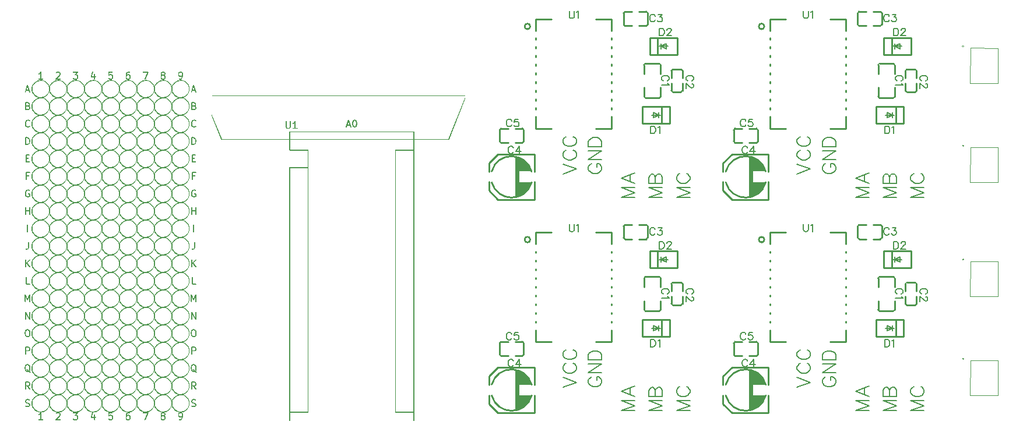
<source format=gto>
%MOIN*%
%OFA0B0*%
%FSLAX46Y46*%
%IPPOS*%
%LPD*%
%ADD10C,0.01*%
%ADD23C,0.005*%
%ADD24C,0.008*%
%ADD25C,0.006000000000000001*%
%ADD36C,0.01*%
%ADD37C,0.005*%
%ADD38C,0.008*%
%ADD39C,0.006000000000000001*%
%ADD40C,0.01*%
%ADD41C,0.005*%
%ADD42C,0.008*%
%ADD43C,0.006000000000000001*%
%ADD44C,0.01*%
%ADD45C,0.005*%
%ADD46C,0.008*%
%ADD47C,0.006000000000000001*%
%ADD48C,0.0047244094488188976*%
%ADD49C,0.0047244094488188976*%
%ADD50C,0.0047244094488188976*%
%ADD51C,0.0047244094488188976*%
G90*
G54D10*
G01X0003363976Y0001079685D02*
G01X0003363976Y0001012401D01*
G01X0003363976Y0000971023D02*
G01X0003363976Y0000962401D01*
G01X0003363976Y0000921023D02*
G01X0003363976Y0000912401D01*
G01X0003363976Y0000871023D02*
G01X0003363976Y0000862401D01*
G01X0003363976Y0000821023D02*
G01X0003363976Y0000812401D01*
G01X0003363976Y0000771023D02*
G01X0003363976Y0000762401D01*
G01X0003363976Y0000721023D02*
G01X0003363976Y0000712401D01*
G01X0003363976Y0000671023D02*
G01X0003363976Y0000662401D01*
G01X0003363976Y0000621023D02*
G01X0003363976Y0000612401D01*
G01X0003363976Y0000571023D02*
G01X0003363976Y0000562401D01*
G01X0003363976Y0000521023D02*
G01X0003363976Y0000453700D01*
G01X0002930944Y0001079685D02*
G01X0002930944Y0001012401D01*
G01X0002930944Y0000971023D02*
G01X0002930944Y0000962401D01*
G01X0002930944Y0000921023D02*
G01X0002930944Y0000912401D01*
G01X0002930944Y0000871023D02*
G01X0002930944Y0000862401D01*
G01X0002930944Y0000821023D02*
G01X0002930944Y0000812401D01*
G01X0002930944Y0000771023D02*
G01X0002930944Y0000762401D01*
G01X0002930944Y0000721023D02*
G01X0002930944Y0000712401D01*
G01X0002930944Y0000671023D02*
G01X0002930944Y0000662401D01*
G01X0002930944Y0000621023D02*
G01X0002930944Y0000612401D01*
G01X0002930944Y0000571023D02*
G01X0002930944Y0000562401D01*
G01X0002930944Y0000521023D02*
G01X0002930944Y0000453700D01*
G01X0002930944Y0000453700D02*
G01X0003020236Y0000453700D01*
G01X0003274685Y0000453700D02*
G01X0003363976Y0000453700D01*
G01X0002930944Y0001079685D02*
G01X0003020236Y0001079685D01*
G01X0003274685Y0001079685D02*
G01X0003363976Y0001079685D01*
G01X0003761653Y0000662362D02*
G01X0003714409Y0000662362D01*
G01X0003769527Y0000743070D02*
G01X0003769527Y0000782440D01*
G01X0003706496Y0000743070D02*
G01X0003706496Y0000782440D01*
G01X0003769527Y0000711574D02*
G01X0003769527Y0000672204D01*
G01X0003706496Y0000711574D02*
G01X0003706496Y0000672204D01*
G01X0003761653Y0000792322D02*
G01X0003714409Y0000792322D01*
G01X0003769527Y0000784448D02*
G01X0003769527Y0000782440D01*
G01X0003706496Y0000784409D02*
G01X0003706496Y0000782440D01*
G01X0003769527Y0000670236D02*
G01X0003769527Y0000672204D01*
G01X0003706496Y0000670275D02*
G01X0003706496Y0000672204D01*
G01X0002923149Y0000046259D02*
G01X0002714527Y0000046259D01*
G01X0002714527Y0000306062D02*
G01X0002923149Y0000306062D01*
G01X0002663346Y0000097440D02*
G01X0002714527Y0000046259D01*
G01X0002663346Y0000254842D02*
G01X0002714527Y0000306062D01*
G01X0002663346Y0000254842D02*
G01X0002663346Y0000204960D01*
G01X0002663346Y0000147362D02*
G01X0002663346Y0000097440D01*
G01X0002923149Y0000306062D02*
G01X0002923149Y0000204960D01*
G01X0002923149Y0000147362D02*
G01X0002923149Y0000046259D01*
G54D23*
G01X0003592913Y0000530472D02*
G01X0003642913Y0000530472D01*
G01X0003602913Y0000530472D02*
G01X0003602913Y0000515472D01*
G01X0003602913Y0000515472D02*
G01X0003632913Y0000530472D01*
G01X0003632913Y0000530472D02*
G01X0003632913Y0000515472D01*
G01X0003602913Y0000530472D02*
G01X0003602913Y0000545472D01*
G01X0003602913Y0000545472D02*
G01X0003632913Y0000530472D01*
G01X0003632913Y0000530472D02*
G01X0003632913Y0000545472D01*
G54D10*
G01X0003696614Y0000579685D02*
G01X0003696614Y0000481299D01*
G01X0003696614Y0000481299D02*
G01X0003539212Y0000481299D01*
G01X0003539212Y0000481299D02*
G01X0003539212Y0000579685D01*
G01X0003539212Y0000579685D02*
G01X0003696614Y0000579685D01*
G01X0003651614Y0000579488D02*
G01X0003651614Y0000481496D01*
G54D23*
G01X0003686259Y0000924173D02*
G01X0003636259Y0000924173D01*
G01X0003676259Y0000924173D02*
G01X0003676259Y0000939173D01*
G01X0003676259Y0000939173D02*
G01X0003646259Y0000924173D01*
G01X0003646259Y0000924173D02*
G01X0003646259Y0000939173D01*
G01X0003676259Y0000924173D02*
G01X0003676259Y0000909173D01*
G01X0003676259Y0000909173D02*
G01X0003646259Y0000924173D01*
G01X0003646259Y0000924173D02*
G01X0003646259Y0000909173D01*
G54D10*
G01X0003582559Y0000875000D02*
G01X0003582559Y0000973385D01*
G01X0003582559Y0000973385D02*
G01X0003739960Y0000973385D01*
G01X0003739960Y0000973385D02*
G01X0003739960Y0000875000D01*
G01X0003739960Y0000875000D02*
G01X0003582559Y0000875000D01*
G01X0003627559Y0000875196D02*
G01X0003627559Y0000973188D01*
G01X0003636811Y0000628267D02*
G01X0003558110Y0000628267D01*
G01X0003644685Y0000766062D02*
G01X0003644685Y0000813307D01*
G01X0003550236Y0000766062D02*
G01X0003550236Y0000813307D01*
G01X0003644685Y0000687322D02*
G01X0003644685Y0000640078D01*
G01X0003550236Y0000687322D02*
G01X0003550236Y0000640078D01*
G01X0003636811Y0000825118D02*
G01X0003558110Y0000825118D01*
G01X0003644685Y0000817244D02*
G01X0003644685Y0000813307D01*
G01X0003550236Y0000817244D02*
G01X0003550236Y0000813307D01*
G01X0003644685Y0000636141D02*
G01X0003644685Y0000640078D01*
G01X0003550236Y0000636141D02*
G01X0003550236Y0000640078D01*
G01X0003570708Y0001113188D02*
G01X0003570708Y0001050157D01*
G01X0003432874Y0001113188D02*
G01X0003432874Y0001050157D01*
G01X0003521496Y0001040708D02*
G01X0003562795Y0001040708D01*
G01X0003521496Y0001122598D02*
G01X0003562795Y0001122598D01*
G01X0003482125Y0001040708D02*
G01X0003440787Y0001040708D01*
G01X0003482125Y0001122598D02*
G01X0003440787Y0001122598D01*
G01X0003432874Y0001113937D02*
G01X0003432874Y0001113188D01*
G01X0003432874Y0001114724D02*
G01X0003432874Y0001113188D01*
G01X0003432874Y0001048582D02*
G01X0003432874Y0001050157D01*
G01X0003570708Y0001114724D02*
G01X0003570708Y0001113188D01*
G01X0003570708Y0001048622D02*
G01X0003570708Y0001050157D01*
G01X0002862047Y0000443897D02*
G01X0002862047Y0000380866D01*
G01X0002724212Y0000443897D02*
G01X0002724251Y0000380866D01*
G01X0002812834Y0000371417D02*
G01X0002854173Y0000371417D01*
G01X0002812834Y0000453307D02*
G01X0002854173Y0000453307D01*
G01X0002773464Y0000371417D02*
G01X0002732125Y0000371417D01*
G01X0002773464Y0000453307D02*
G01X0002732125Y0000453307D01*
G01X0002724212Y0000444645D02*
G01X0002724212Y0000443897D01*
G01X0002724212Y0000445433D02*
G01X0002724212Y0000443897D01*
G01X0002724251Y0000379330D02*
G01X0002724251Y0000380866D01*
G01X0002862047Y0000445433D02*
G01X0002862047Y0000443897D01*
G01X0002862047Y0000379330D02*
G01X0002862047Y0000380866D01*
G54D24*
G01X0003249960Y0000251220D02*
G01X0003242677Y0000247637D01*
G01X0003235354Y0000240354D01*
G01X0003231771Y0000233031D01*
G01X0003231771Y0000218543D01*
G01X0003235354Y0000211220D01*
G01X0003242677Y0000204055D01*
G01X0003249960Y0000200354D01*
G01X0003260866Y0000196732D01*
G01X0003278976Y0000196732D01*
G01X0003289960Y0000200354D01*
G01X0003297165Y0000204055D01*
G01X0003304448Y0000211220D01*
G01X0003308070Y0000218543D01*
G01X0003308070Y0000233031D01*
G01X0003304448Y0000240354D01*
G01X0003297165Y0000247637D01*
G01X0003289960Y0000251220D01*
G01X0003278976Y0000251220D01*
G01X0003278976Y0000233031D02*
G01X0003278976Y0000251220D01*
G01X0003231771Y0000275236D02*
G01X0003308070Y0000275236D01*
G01X0003231771Y0000275236D02*
G01X0003308070Y0000326141D01*
G01X0003231771Y0000326141D02*
G01X0003308070Y0000326141D01*
G01X0003231771Y0000350118D02*
G01X0003308070Y0000350118D01*
G01X0003231771Y0000350118D02*
G01X0003231771Y0000375629D01*
G01X0003235354Y0000386535D01*
G01X0003242677Y0000393818D01*
G01X0003249960Y0000397440D01*
G01X0003260866Y0000401023D01*
G01X0003278976Y0000401023D01*
G01X0003289960Y0000397440D01*
G01X0003297165Y0000393818D01*
G01X0003304448Y0000386535D01*
G01X0003308070Y0000375629D01*
G01X0003308070Y0000350118D01*
G01X0003086771Y0000191692D02*
G01X0003163070Y0000220787D01*
G01X0003086771Y0000249881D02*
G01X0003163070Y0000220787D01*
G01X0003104960Y0000328503D02*
G01X0003097677Y0000324803D01*
G01X0003090354Y0000317598D01*
G01X0003086771Y0000310275D01*
G01X0003086771Y0000295669D01*
G01X0003090354Y0000288503D01*
G01X0003097677Y0000281181D01*
G01X0003104960Y0000277598D01*
G01X0003115866Y0000273897D01*
G01X0003133976Y0000273897D01*
G01X0003144960Y0000277598D01*
G01X0003152165Y0000281181D01*
G01X0003159448Y0000288503D01*
G01X0003163070Y0000295669D01*
G01X0003163070Y0000310275D01*
G01X0003159448Y0000317598D01*
G01X0003152165Y0000324803D01*
G01X0003144960Y0000328503D01*
G01X0003104960Y0000407007D02*
G01X0003097677Y0000403385D01*
G01X0003090354Y0000396102D01*
G01X0003086771Y0000388779D01*
G01X0003086771Y0000374291D01*
G01X0003090354Y0000367007D01*
G01X0003097677Y0000359685D01*
G01X0003104960Y0000356102D01*
G01X0003115866Y0000352480D01*
G01X0003133976Y0000352480D01*
G01X0003144960Y0000356102D01*
G01X0003152165Y0000359685D01*
G01X0003159448Y0000367007D01*
G01X0003163070Y0000374291D01*
G01X0003163070Y0000388779D01*
G01X0003159448Y0000396102D01*
G01X0003152165Y0000403385D01*
G01X0003144960Y0000407007D01*
G01X0003736062Y0000058031D02*
G01X0003812362Y0000058031D01*
G01X0003736062Y0000058031D02*
G01X0003812362Y0000087125D01*
G01X0003736062Y0000116259D02*
G01X0003812362Y0000087125D01*
G01X0003736062Y0000116259D02*
G01X0003812362Y0000116259D01*
G01X0003754251Y0000194763D02*
G01X0003746968Y0000191141D01*
G01X0003739645Y0000183858D01*
G01X0003736062Y0000176653D01*
G01X0003736062Y0000162047D01*
G01X0003739645Y0000154763D01*
G01X0003746968Y0000147559D01*
G01X0003754251Y0000143858D01*
G01X0003765157Y0000140236D01*
G01X0003783267Y0000140236D01*
G01X0003794251Y0000143858D01*
G01X0003801456Y0000147559D01*
G01X0003808740Y0000154763D01*
G01X0003812362Y0000162047D01*
G01X0003812362Y0000176653D01*
G01X0003808740Y0000183858D01*
G01X0003801456Y0000191141D01*
G01X0003794251Y0000194763D01*
G01X0003578582Y0000058031D02*
G01X0003654881Y0000058031D01*
G01X0003578582Y0000058031D02*
G01X0003654881Y0000087125D01*
G01X0003578582Y0000116220D02*
G01X0003654881Y0000087125D01*
G01X0003578582Y0000116220D02*
G01X0003654881Y0000116220D01*
G01X0003578582Y0000140236D02*
G01X0003654881Y0000140236D01*
G01X0003578582Y0000140236D02*
G01X0003578582Y0000172913D01*
G01X0003582165Y0000183818D01*
G01X0003585787Y0000187519D01*
G01X0003593070Y0000191141D01*
G01X0003600393Y0000191141D01*
G01X0003607677Y0000187519D01*
G01X0003611259Y0000183818D01*
G01X0003614881Y0000172913D01*
G01X0003614881Y0000140236D02*
G01X0003614881Y0000172913D01*
G01X0003618582Y0000183818D01*
G01X0003622165Y0000187519D01*
G01X0003629488Y0000191141D01*
G01X0003640393Y0000191141D01*
G01X0003647677Y0000187519D01*
G01X0003651259Y0000183818D01*
G01X0003654881Y0000172913D01*
G01X0003654881Y0000140236D01*
G01X0003421102Y0000058031D02*
G01X0003497401Y0000058031D01*
G01X0003421102Y0000058031D02*
G01X0003497401Y0000087125D01*
G01X0003421102Y0000116259D02*
G01X0003497401Y0000087125D01*
G01X0003421102Y0000116259D02*
G01X0003497401Y0000116259D01*
G01X0003421102Y0000169330D02*
G01X0003497401Y0000140236D01*
G01X0003421102Y0000169330D02*
G01X0003497401Y0000198464D01*
G01X0003472007Y0000151141D02*
G01X0003472007Y0000187559D01*
G54D25*
G01X0003122440Y0001127125D02*
G01X0003122440Y0001096417D01*
G01X0003124448Y0001090314D01*
G01X0003128543Y0001086220D01*
G01X0003134763Y0001084212D01*
G01X0003138858Y0001084212D01*
G01X0003144960Y0001086220D01*
G01X0003149055Y0001090314D01*
G01X0003151062Y0001096417D01*
G01X0003151062Y0001127125D01*
G01X0003164527Y0001118897D02*
G01X0003168661Y0001121023D01*
G01X0003174842Y0001127125D01*
G01X0003174842Y0001084212D01*
G01X0003822637Y0000726023D02*
G01X0003826771Y0000728110D01*
G01X0003830866Y0000732244D01*
G01X0003832834Y0000736220D01*
G01X0003832834Y0000744409D01*
G01X0003830866Y0000748543D01*
G01X0003826771Y0000752637D01*
G01X0003822637Y0000754724D01*
G01X0003816456Y0000756732D01*
G01X0003806259Y0000756732D01*
G01X0003800157Y0000754724D01*
G01X0003796062Y0000752637D01*
G01X0003791968Y0000748543D01*
G01X0003789960Y0000744409D01*
G01X0003789960Y0000736220D01*
G01X0003791968Y0000732244D01*
G01X0003796062Y0000728110D01*
G01X0003800157Y0000726023D01*
G01X0003822637Y0000710511D02*
G01X0003824645Y0000710511D01*
G01X0003828740Y0000708425D01*
G01X0003830866Y0000706417D01*
G01X0003832834Y0000702322D01*
G01X0003832834Y0000694133D01*
G01X0003830866Y0000690039D01*
G01X0003828740Y0000688031D01*
G01X0003824645Y0000685944D01*
G01X0003820551Y0000685944D01*
G01X0003816456Y0000688031D01*
G01X0003810354Y0000692125D01*
G01X0003789960Y0000712519D01*
G01X0003789960Y0000683937D01*
G01X0002803149Y0000341929D02*
G01X0002801062Y0000346023D01*
G01X0002796968Y0000350118D01*
G01X0002792952Y0000352125D01*
G01X0002784763Y0000352125D01*
G01X0002780669Y0000350118D01*
G01X0002776574Y0000346023D01*
G01X0002774448Y0000341929D01*
G01X0002772480Y0000335708D01*
G01X0002772480Y0000325511D01*
G01X0002774448Y0000319409D01*
G01X0002776574Y0000315314D01*
G01X0002780669Y0000311220D01*
G01X0002784763Y0000309212D01*
G01X0002792952Y0000309212D01*
G01X0002796968Y0000311220D01*
G01X0002801062Y0000315314D01*
G01X0002803149Y0000319409D01*
G01X0002837047Y0000352125D02*
G01X0002816653Y0000323503D01*
G01X0002847362Y0000323503D01*
G01X0002837047Y0000352125D02*
G01X0002837047Y0000309212D01*
G01X0003587480Y0000467125D02*
G01X0003587480Y0000424212D01*
G01X0003587480Y0000467125D02*
G01X0003601771Y0000467125D01*
G01X0003607952Y0000465118D01*
G01X0003611968Y0000461023D01*
G01X0003614055Y0000456929D01*
G01X0003616062Y0000450708D01*
G01X0003616062Y0000440511D01*
G01X0003614055Y0000434409D01*
G01X0003611968Y0000430314D01*
G01X0003607952Y0000426220D01*
G01X0003601771Y0000424212D01*
G01X0003587480Y0000424212D01*
G01X0003629566Y0000458937D02*
G01X0003633661Y0000461023D01*
G01X0003639842Y0000467125D01*
G01X0003639842Y0000424212D01*
G01X0003637480Y0001027125D02*
G01X0003637480Y0000984212D01*
G01X0003637480Y0001027125D02*
G01X0003651771Y0001027125D01*
G01X0003657952Y0001025118D01*
G01X0003661968Y0001021023D01*
G01X0003664055Y0001016929D01*
G01X0003666062Y0001010708D01*
G01X0003666062Y0001000511D01*
G01X0003664055Y0000994409D01*
G01X0003661968Y0000990314D01*
G01X0003657952Y0000986220D01*
G01X0003651771Y0000984212D01*
G01X0003637480Y0000984212D01*
G01X0003681653Y0001016929D02*
G01X0003681653Y0001018937D01*
G01X0003683661Y0001023031D01*
G01X0003685748Y0001025118D01*
G01X0003689842Y0001027125D01*
G01X0003697952Y0001027125D01*
G01X0003702047Y0001025118D01*
G01X0003704173Y0001023031D01*
G01X0003706181Y0001018937D01*
G01X0003706181Y0001014803D01*
G01X0003704173Y0001010708D01*
G01X0003700078Y0001004606D01*
G01X0003679566Y0000984212D01*
G01X0003708267Y0000984212D01*
G01X0003682677Y0000726023D02*
G01X0003686771Y0000728110D01*
G01X0003690866Y0000732204D01*
G01X0003692874Y0000736220D01*
G01X0003692874Y0000744409D01*
G01X0003690866Y0000748503D01*
G01X0003686771Y0000752598D01*
G01X0003682677Y0000754724D01*
G01X0003676456Y0000756732D01*
G01X0003666259Y0000756732D01*
G01X0003660157Y0000754724D01*
G01X0003656062Y0000752598D01*
G01X0003651968Y0000748503D01*
G01X0003649960Y0000744409D01*
G01X0003649960Y0000736220D01*
G01X0003651968Y0000732204D01*
G01X0003656062Y0000728110D01*
G01X0003660157Y0000726023D01*
G01X0003684645Y0000712519D02*
G01X0003686771Y0000708425D01*
G01X0003692874Y0000702322D01*
G01X0003649960Y0000702322D01*
G01X0003613149Y0001096929D02*
G01X0003611062Y0001101023D01*
G01X0003606968Y0001105118D01*
G01X0003602952Y0001107125D01*
G01X0003594763Y0001107125D01*
G01X0003590669Y0001105118D01*
G01X0003586574Y0001101023D01*
G01X0003584448Y0001096929D01*
G01X0003582480Y0001090708D01*
G01X0003582480Y0001080511D01*
G01X0003584448Y0001074409D01*
G01X0003586574Y0001070314D01*
G01X0003590669Y0001066220D01*
G01X0003594763Y0001064212D01*
G01X0003602952Y0001064212D01*
G01X0003606968Y0001066220D01*
G01X0003611062Y0001070314D01*
G01X0003613149Y0001074409D01*
G01X0003630748Y0001107125D02*
G01X0003653267Y0001107125D01*
G01X0003640984Y0001090708D01*
G01X0003647047Y0001090708D01*
G01X0003651181Y0001088700D01*
G01X0003653267Y0001086732D01*
G01X0003655275Y0001080511D01*
G01X0003655275Y0001076417D01*
G01X0003653267Y0001070314D01*
G01X0003649173Y0001066220D01*
G01X0003642952Y0001064212D01*
G01X0003636850Y0001064212D01*
G01X0003630748Y0001066220D01*
G01X0003628661Y0001068228D01*
G01X0003626653Y0001072322D01*
G01X0002793149Y0000496929D02*
G01X0002791062Y0000501023D01*
G01X0002786968Y0000505118D01*
G01X0002782952Y0000507125D01*
G01X0002774763Y0000507125D01*
G01X0002770669Y0000505118D01*
G01X0002766574Y0000501023D01*
G01X0002764448Y0000496929D01*
G01X0002762480Y0000490708D01*
G01X0002762480Y0000480511D01*
G01X0002764448Y0000474409D01*
G01X0002766574Y0000470314D01*
G01X0002770669Y0000466220D01*
G01X0002774763Y0000464212D01*
G01X0002782952Y0000464212D01*
G01X0002786968Y0000466220D01*
G01X0002791062Y0000470314D01*
G01X0002793149Y0000474409D01*
G01X0002831141Y0000507125D02*
G01X0002810748Y0000507125D01*
G01X0002808661Y0000488740D01*
G01X0002810748Y0000490708D01*
G01X0002816850Y0000492834D01*
G01X0002822952Y0000492834D01*
G01X0002829173Y0000490708D01*
G01X0002833267Y0000486732D01*
G01X0002835275Y0000480511D01*
G01X0002835275Y0000476417D01*
G01X0002833267Y0000470314D01*
G01X0002829173Y0000466220D01*
G01X0002822952Y0000464212D01*
G01X0002816850Y0000464212D01*
G01X0002810748Y0000466220D01*
G01X0002808661Y0000468228D01*
G01X0002806653Y0000472322D01*
G54D10*
G75*
G01X0003761653Y0000792322D02*
G02X0003769527Y0000784448J-0000007874D01*
G01*
G75*
G01X0003714409Y0000792322D02*
G03X0003706535Y0000784448J-0000007874D01*
G01*
G75*
G01X0003761653Y0000662401D02*
G03X0003769527Y0000670275J0000007874D01*
G01*
G75*
G01X0003714409Y0000662401D02*
G02X0003706535Y0000670275J0000007874D01*
G01*
G75*
G01X0002907322Y0000207677D02*
G03X0002678976Y0000207677I-0000114173J-0000031496D01*
G01*
G75*
G01X0002678976Y0000144685D02*
G03X0002907322Y0000144685I0000114173J0000031496D01*
G01*
G75*
G01X0003636850Y0000825157D02*
G02X0003644724Y0000817283J-0000007874D01*
G01*
G75*
G01X0003558110Y0000825157D02*
G03X0003550236Y0000817283J-0000007874D01*
G01*
G75*
G01X0003636850Y0000628307D02*
G03X0003644724Y0000636141J0000007874D01*
G01*
G75*
G01X0003558110Y0000628307D02*
G02X0003550236Y0000636141J0000007874D01*
G01*
G75*
G01X0003440787Y0001122637D02*
G03X0003432913Y0001114763J-0000007874D01*
G01*
G75*
G01X0003440787Y0001040748D02*
G02X0003432913Y0001048622J0000007874D01*
G01*
G75*
G01X0003562834Y0001122637D02*
G02X0003570708Y0001114763J-0000007874D01*
G01*
G75*
G01X0003562834Y0001040748D02*
G03X0003570708Y0001048622J0000007874D01*
G01*
G75*
G01X0002732125Y0000453346D02*
G03X0002724251Y0000445472J-0000007874D01*
G01*
G75*
G01X0002732125Y0000371456D02*
G02X0002724251Y0000379330J0000007874D01*
G01*
G75*
G01X0002854173Y0000453346D02*
G02X0002862047Y0000445472J-0000007874D01*
G01*
G75*
G01X0002854173Y0000371456D02*
G03X0002862047Y0000379330J0000007874D01*
G01*
G75*
G01X0002899527Y0001037716D02*
G03X0002899527Y0001037716I-0000016023D01*
G01*
G36*
G01X0002836456Y0000286377D02*
G01X0002812834Y0000290314D01*
G01X0002812834Y0000058031D01*
G01X0002832519Y0000065905D01*
G01X0002864015Y0000081653D01*
G01X0002879763Y0000093464D01*
G01X0002887637Y0000109212D01*
G01X0002899448Y0000121023D01*
G01X0002903385Y0000136771D01*
G01X0002907322Y0000144645D01*
G01X0002836456Y0000144645D01*
G01X0002836456Y0000207637D01*
G01X0002907322Y0000207637D01*
G01X0002899448Y0000231259D01*
G01X0002891574Y0000247007D01*
G01X0002879763Y0000258818D01*
G01X0002867952Y0000266692D01*
G01X0002856141Y0000278503D01*
G01X0002836456Y0000286377D01*
G37*
G04 next file*
G04 Layer: TopSilkLayer*
G04 EasyEDA v6.3.53, 2020-06-26T16:53:54--4:00*
G04 395d111042f2402990e7a52cfaf045f1,10*
G04 Gerber Generator version 0.2*
G04 Scale: 100 percent, Rotated: No, Reflected: No *
G04 Dimensions in millimeters *
G04 leading zeros omitted , absolute positions ,3 integer and 3 decimal *
G90*
G04 skipping 71
D36*
G01X0003363976Y0002300118D02*
G01X0003363976Y0002232834D01*
G01X0003363976Y0002191456D02*
G01X0003363976Y0002182834D01*
G01X0003363976Y0002141456D02*
G01X0003363976Y0002132834D01*
G01X0003363976Y0002091456D02*
G01X0003363976Y0002082834D01*
G01X0003363976Y0002041456D02*
G01X0003363976Y0002032834D01*
G01X0003363976Y0001991456D02*
G01X0003363976Y0001982834D01*
G01X0003363976Y0001941456D02*
G01X0003363976Y0001932834D01*
G01X0003363976Y0001891456D02*
G01X0003363976Y0001882834D01*
G01X0003363976Y0001841456D02*
G01X0003363976Y0001832834D01*
G01X0003363976Y0001791456D02*
G01X0003363976Y0001782834D01*
G01X0003363976Y0001741456D02*
G01X0003363976Y0001674133D01*
G01X0002930944Y0002300118D02*
G01X0002930944Y0002232834D01*
G01X0002930944Y0002191456D02*
G01X0002930944Y0002182834D01*
G01X0002930944Y0002141456D02*
G01X0002930944Y0002132834D01*
G01X0002930944Y0002091456D02*
G01X0002930944Y0002082834D01*
G01X0002930944Y0002041456D02*
G01X0002930944Y0002032834D01*
G01X0002930944Y0001991456D02*
G01X0002930944Y0001982834D01*
G01X0002930944Y0001941456D02*
G01X0002930944Y0001932834D01*
G01X0002930944Y0001891456D02*
G01X0002930944Y0001882834D01*
G01X0002930944Y0001841456D02*
G01X0002930944Y0001832834D01*
G01X0002930944Y0001791456D02*
G01X0002930944Y0001782834D01*
G01X0002930944Y0001741456D02*
G01X0002930944Y0001674133D01*
G01X0002930944Y0001674133D02*
G01X0003020236Y0001674133D01*
G01X0003274685Y0001674133D02*
G01X0003363976Y0001674133D01*
G01X0002930944Y0002300118D02*
G01X0003020236Y0002300118D01*
G01X0003274685Y0002300118D02*
G01X0003363976Y0002300118D01*
G01X0003761653Y0001882795D02*
G01X0003714409Y0001882795D01*
G01X0003769527Y0001963503D02*
G01X0003769527Y0002002874D01*
G01X0003706496Y0001963503D02*
G01X0003706496Y0002002874D01*
G01X0003769527Y0001932007D02*
G01X0003769527Y0001892637D01*
G01X0003706496Y0001932007D02*
G01X0003706496Y0001892637D01*
G01X0003761653Y0002012755D02*
G01X0003714409Y0002012755D01*
G01X0003769527Y0002004881D02*
G01X0003769527Y0002002874D01*
G01X0003706496Y0002004842D02*
G01X0003706496Y0002002874D01*
G01X0003769527Y0001890669D02*
G01X0003769527Y0001892637D01*
G01X0003706496Y0001890708D02*
G01X0003706496Y0001892637D01*
G01X0002923149Y0001266692D02*
G01X0002714527Y0001266692D01*
G01X0002714527Y0001526496D02*
G01X0002923149Y0001526496D01*
G01X0002663346Y0001317874D02*
G01X0002714527Y0001266692D01*
G01X0002663346Y0001475275D02*
G01X0002714527Y0001526496D01*
G01X0002663346Y0001475275D02*
G01X0002663346Y0001425393D01*
G01X0002663346Y0001367795D02*
G01X0002663346Y0001317874D01*
G01X0002923149Y0001526496D02*
G01X0002923149Y0001425393D01*
G01X0002923149Y0001367795D02*
G01X0002923149Y0001266692D01*
D37*
G01X0003592913Y0001750905D02*
G01X0003642913Y0001750905D01*
G01X0003602913Y0001750905D02*
G01X0003602913Y0001735905D01*
G01X0003602913Y0001735905D02*
G01X0003632913Y0001750905D01*
G01X0003632913Y0001750905D02*
G01X0003632913Y0001735905D01*
G01X0003602913Y0001750905D02*
G01X0003602913Y0001765905D01*
G01X0003602913Y0001765905D02*
G01X0003632913Y0001750905D01*
G01X0003632913Y0001750905D02*
G01X0003632913Y0001765905D01*
D36*
G01X0003696614Y0001800118D02*
G01X0003696614Y0001701732D01*
G01X0003696614Y0001701732D02*
G01X0003539212Y0001701732D01*
G01X0003539212Y0001701732D02*
G01X0003539212Y0001800118D01*
G01X0003539212Y0001800118D02*
G01X0003696614Y0001800118D01*
G01X0003651614Y0001799921D02*
G01X0003651614Y0001701929D01*
D37*
G01X0003686259Y0002144606D02*
G01X0003636259Y0002144606D01*
G01X0003676259Y0002144606D02*
G01X0003676259Y0002159606D01*
G01X0003676259Y0002159606D02*
G01X0003646259Y0002144606D01*
G01X0003646259Y0002144606D02*
G01X0003646259Y0002159606D01*
G01X0003676259Y0002144606D02*
G01X0003676259Y0002129606D01*
G01X0003676259Y0002129606D02*
G01X0003646259Y0002144606D01*
G01X0003646259Y0002144606D02*
G01X0003646259Y0002129606D01*
D36*
G01X0003582559Y0002095433D02*
G01X0003582559Y0002193818D01*
G01X0003582559Y0002193818D02*
G01X0003739960Y0002193818D01*
G01X0003739960Y0002193818D02*
G01X0003739960Y0002095433D01*
G01X0003739960Y0002095433D02*
G01X0003582559Y0002095433D01*
G01X0003627559Y0002095629D02*
G01X0003627559Y0002193622D01*
G01X0003636811Y0001848700D02*
G01X0003558110Y0001848700D01*
G01X0003644685Y0001986496D02*
G01X0003644685Y0002033740D01*
G01X0003550236Y0001986496D02*
G01X0003550236Y0002033740D01*
G01X0003644685Y0001907755D02*
G01X0003644685Y0001860511D01*
G01X0003550236Y0001907755D02*
G01X0003550236Y0001860511D01*
G01X0003636811Y0002045551D02*
G01X0003558110Y0002045551D01*
G01X0003644685Y0002037677D02*
G01X0003644685Y0002033740D01*
G01X0003550236Y0002037677D02*
G01X0003550236Y0002033740D01*
G01X0003644685Y0001856574D02*
G01X0003644685Y0001860511D01*
G01X0003550236Y0001856574D02*
G01X0003550236Y0001860511D01*
G01X0003570708Y0002333622D02*
G01X0003570708Y0002270590D01*
G01X0003432874Y0002333622D02*
G01X0003432874Y0002270590D01*
G01X0003521496Y0002261141D02*
G01X0003562795Y0002261141D01*
G01X0003521496Y0002343031D02*
G01X0003562795Y0002343031D01*
G01X0003482125Y0002261141D02*
G01X0003440787Y0002261141D01*
G01X0003482125Y0002343031D02*
G01X0003440787Y0002343031D01*
G01X0003432874Y0002334370D02*
G01X0003432874Y0002333622D01*
G01X0003432874Y0002335157D02*
G01X0003432874Y0002333622D01*
G01X0003432874Y0002269015D02*
G01X0003432874Y0002270590D01*
G01X0003570708Y0002335157D02*
G01X0003570708Y0002333622D01*
G01X0003570708Y0002269055D02*
G01X0003570708Y0002270590D01*
G01X0002862047Y0001664330D02*
G01X0002862047Y0001601299D01*
G01X0002724212Y0001664330D02*
G01X0002724251Y0001601299D01*
G01X0002812834Y0001591850D02*
G01X0002854173Y0001591850D01*
G01X0002812834Y0001673740D02*
G01X0002854173Y0001673740D01*
G01X0002773464Y0001591850D02*
G01X0002732125Y0001591850D01*
G01X0002773464Y0001673740D02*
G01X0002732125Y0001673740D01*
G01X0002724212Y0001665078D02*
G01X0002724212Y0001664330D01*
G01X0002724212Y0001665866D02*
G01X0002724212Y0001664330D01*
G01X0002724251Y0001599763D02*
G01X0002724251Y0001601299D01*
G01X0002862047Y0001665866D02*
G01X0002862047Y0001664330D01*
G01X0002862047Y0001599763D02*
G01X0002862047Y0001601299D01*
D38*
G01X0003249960Y0001471653D02*
G01X0003242677Y0001468070D01*
G01X0003235354Y0001460787D01*
G01X0003231771Y0001453464D01*
G01X0003231771Y0001438976D01*
G01X0003235354Y0001431653D01*
G01X0003242677Y0001424488D01*
G01X0003249960Y0001420787D01*
G01X0003260866Y0001417165D01*
G01X0003278976Y0001417165D01*
G01X0003289960Y0001420787D01*
G01X0003297165Y0001424488D01*
G01X0003304448Y0001431653D01*
G01X0003308070Y0001438976D01*
G01X0003308070Y0001453464D01*
G01X0003304448Y0001460787D01*
G01X0003297165Y0001468070D01*
G01X0003289960Y0001471653D01*
G01X0003278976Y0001471653D01*
G01X0003278976Y0001453464D02*
G01X0003278976Y0001471653D01*
G01X0003231771Y0001495669D02*
G01X0003308070Y0001495669D01*
G01X0003231771Y0001495669D02*
G01X0003308070Y0001546574D01*
G01X0003231771Y0001546574D02*
G01X0003308070Y0001546574D01*
G01X0003231771Y0001570551D02*
G01X0003308070Y0001570551D01*
G01X0003231771Y0001570551D02*
G01X0003231771Y0001596062D01*
G01X0003235354Y0001606968D01*
G01X0003242677Y0001614251D01*
G01X0003249960Y0001617874D01*
G01X0003260866Y0001621456D01*
G01X0003278976Y0001621456D01*
G01X0003289960Y0001617874D01*
G01X0003297165Y0001614251D01*
G01X0003304448Y0001606968D01*
G01X0003308070Y0001596062D01*
G01X0003308070Y0001570551D01*
G01X0003086771Y0001412125D02*
G01X0003163070Y0001441220D01*
G01X0003086771Y0001470314D02*
G01X0003163070Y0001441220D01*
G01X0003104960Y0001548937D02*
G01X0003097677Y0001545236D01*
G01X0003090354Y0001538031D01*
G01X0003086771Y0001530708D01*
G01X0003086771Y0001516102D01*
G01X0003090354Y0001508937D01*
G01X0003097677Y0001501614D01*
G01X0003104960Y0001498031D01*
G01X0003115866Y0001494330D01*
G01X0003133976Y0001494330D01*
G01X0003144960Y0001498031D01*
G01X0003152165Y0001501614D01*
G01X0003159448Y0001508937D01*
G01X0003163070Y0001516102D01*
G01X0003163070Y0001530708D01*
G01X0003159448Y0001538031D01*
G01X0003152165Y0001545236D01*
G01X0003144960Y0001548937D01*
G01X0003104960Y0001627440D02*
G01X0003097677Y0001623818D01*
G01X0003090354Y0001616535D01*
G01X0003086771Y0001609212D01*
G01X0003086771Y0001594724D01*
G01X0003090354Y0001587440D01*
G01X0003097677Y0001580118D01*
G01X0003104960Y0001576535D01*
G01X0003115866Y0001572913D01*
G01X0003133976Y0001572913D01*
G01X0003144960Y0001576535D01*
G01X0003152165Y0001580118D01*
G01X0003159448Y0001587440D01*
G01X0003163070Y0001594724D01*
G01X0003163070Y0001609212D01*
G01X0003159448Y0001616535D01*
G01X0003152165Y0001623818D01*
G01X0003144960Y0001627440D01*
G01X0003736062Y0001278464D02*
G01X0003812362Y0001278464D01*
G01X0003736062Y0001278464D02*
G01X0003812362Y0001307559D01*
G01X0003736062Y0001336692D02*
G01X0003812362Y0001307559D01*
G01X0003736062Y0001336692D02*
G01X0003812362Y0001336692D01*
G01X0003754251Y0001415196D02*
G01X0003746968Y0001411574D01*
G01X0003739645Y0001404291D01*
G01X0003736062Y0001397086D01*
G01X0003736062Y0001382480D01*
G01X0003739645Y0001375196D01*
G01X0003746968Y0001367992D01*
G01X0003754251Y0001364291D01*
G01X0003765157Y0001360669D01*
G01X0003783267Y0001360669D01*
G01X0003794251Y0001364291D01*
G01X0003801456Y0001367992D01*
G01X0003808740Y0001375196D01*
G01X0003812362Y0001382480D01*
G01X0003812362Y0001397086D01*
G01X0003808740Y0001404291D01*
G01X0003801456Y0001411574D01*
G01X0003794251Y0001415196D01*
G01X0003578582Y0001278464D02*
G01X0003654881Y0001278464D01*
G01X0003578582Y0001278464D02*
G01X0003654881Y0001307559D01*
G01X0003578582Y0001336653D02*
G01X0003654881Y0001307559D01*
G01X0003578582Y0001336653D02*
G01X0003654881Y0001336653D01*
G01X0003578582Y0001360669D02*
G01X0003654881Y0001360669D01*
G01X0003578582Y0001360669D02*
G01X0003578582Y0001393346D01*
G01X0003582165Y0001404251D01*
G01X0003585787Y0001407952D01*
G01X0003593070Y0001411574D01*
G01X0003600393Y0001411574D01*
G01X0003607677Y0001407952D01*
G01X0003611259Y0001404251D01*
G01X0003614881Y0001393346D01*
G01X0003614881Y0001360669D02*
G01X0003614881Y0001393346D01*
G01X0003618582Y0001404251D01*
G01X0003622165Y0001407952D01*
G01X0003629488Y0001411574D01*
G01X0003640393Y0001411574D01*
G01X0003647677Y0001407952D01*
G01X0003651259Y0001404251D01*
G01X0003654881Y0001393346D01*
G01X0003654881Y0001360669D01*
G01X0003421102Y0001278464D02*
G01X0003497401Y0001278464D01*
G01X0003421102Y0001278464D02*
G01X0003497401Y0001307559D01*
G01X0003421102Y0001336692D02*
G01X0003497401Y0001307559D01*
G01X0003421102Y0001336692D02*
G01X0003497401Y0001336692D01*
G01X0003421102Y0001389763D02*
G01X0003497401Y0001360669D01*
G01X0003421102Y0001389763D02*
G01X0003497401Y0001418897D01*
G01X0003472007Y0001371574D02*
G01X0003472007Y0001407992D01*
D39*
G01X0003122440Y0002347559D02*
G01X0003122440Y0002316850D01*
G01X0003124448Y0002310748D01*
G01X0003128543Y0002306653D01*
G01X0003134763Y0002304645D01*
G01X0003138858Y0002304645D01*
G01X0003144960Y0002306653D01*
G01X0003149055Y0002310748D01*
G01X0003151062Y0002316850D01*
G01X0003151062Y0002347559D01*
G01X0003164527Y0002339330D02*
G01X0003168661Y0002341456D01*
G01X0003174842Y0002347559D01*
G01X0003174842Y0002304645D01*
G01X0003822637Y0001946456D02*
G01X0003826771Y0001948543D01*
G01X0003830866Y0001952677D01*
G01X0003832834Y0001956653D01*
G01X0003832834Y0001964842D01*
G01X0003830866Y0001968976D01*
G01X0003826771Y0001973070D01*
G01X0003822637Y0001975157D01*
G01X0003816456Y0001977165D01*
G01X0003806259Y0001977165D01*
G01X0003800157Y0001975157D01*
G01X0003796062Y0001973070D01*
G01X0003791968Y0001968976D01*
G01X0003789960Y0001964842D01*
G01X0003789960Y0001956653D01*
G01X0003791968Y0001952677D01*
G01X0003796062Y0001948543D01*
G01X0003800157Y0001946456D01*
G01X0003822637Y0001930944D02*
G01X0003824645Y0001930944D01*
G01X0003828740Y0001928858D01*
G01X0003830866Y0001926850D01*
G01X0003832834Y0001922755D01*
G01X0003832834Y0001914566D01*
G01X0003830866Y0001910472D01*
G01X0003828740Y0001908464D01*
G01X0003824645Y0001906377D01*
G01X0003820551Y0001906377D01*
G01X0003816456Y0001908464D01*
G01X0003810354Y0001912559D01*
G01X0003789960Y0001932952D01*
G01X0003789960Y0001904370D01*
G01X0002803149Y0001562362D02*
G01X0002801062Y0001566456D01*
G01X0002796968Y0001570551D01*
G01X0002792952Y0001572559D01*
G01X0002784763Y0001572559D01*
G01X0002780669Y0001570551D01*
G01X0002776574Y0001566456D01*
G01X0002774448Y0001562362D01*
G01X0002772480Y0001556141D01*
G01X0002772480Y0001545944D01*
G01X0002774448Y0001539842D01*
G01X0002776574Y0001535748D01*
G01X0002780669Y0001531653D01*
G01X0002784763Y0001529645D01*
G01X0002792952Y0001529645D01*
G01X0002796968Y0001531653D01*
G01X0002801062Y0001535748D01*
G01X0002803149Y0001539842D01*
G01X0002837047Y0001572559D02*
G01X0002816653Y0001543937D01*
G01X0002847362Y0001543937D01*
G01X0002837047Y0001572559D02*
G01X0002837047Y0001529645D01*
G01X0003587480Y0001687559D02*
G01X0003587480Y0001644645D01*
G01X0003587480Y0001687559D02*
G01X0003601771Y0001687559D01*
G01X0003607952Y0001685551D01*
G01X0003611968Y0001681456D01*
G01X0003614055Y0001677362D01*
G01X0003616062Y0001671141D01*
G01X0003616062Y0001660944D01*
G01X0003614055Y0001654842D01*
G01X0003611968Y0001650748D01*
G01X0003607952Y0001646653D01*
G01X0003601771Y0001644645D01*
G01X0003587480Y0001644645D01*
G01X0003629566Y0001679370D02*
G01X0003633661Y0001681456D01*
G01X0003639842Y0001687559D01*
G01X0003639842Y0001644645D01*
G01X0003637480Y0002247559D02*
G01X0003637480Y0002204645D01*
G01X0003637480Y0002247559D02*
G01X0003651771Y0002247559D01*
G01X0003657952Y0002245551D01*
G01X0003661968Y0002241456D01*
G01X0003664055Y0002237362D01*
G01X0003666062Y0002231141D01*
G01X0003666062Y0002220944D01*
G01X0003664055Y0002214842D01*
G01X0003661968Y0002210748D01*
G01X0003657952Y0002206653D01*
G01X0003651771Y0002204645D01*
G01X0003637480Y0002204645D01*
G01X0003681653Y0002237362D02*
G01X0003681653Y0002239370D01*
G01X0003683661Y0002243464D01*
G01X0003685748Y0002245551D01*
G01X0003689842Y0002247559D01*
G01X0003697952Y0002247559D01*
G01X0003702047Y0002245551D01*
G01X0003704173Y0002243464D01*
G01X0003706181Y0002239370D01*
G01X0003706181Y0002235236D01*
G01X0003704173Y0002231141D01*
G01X0003700078Y0002225039D01*
G01X0003679566Y0002204645D01*
G01X0003708267Y0002204645D01*
G01X0003682677Y0001946456D02*
G01X0003686771Y0001948543D01*
G01X0003690866Y0001952637D01*
G01X0003692874Y0001956653D01*
G01X0003692874Y0001964842D01*
G01X0003690866Y0001968937D01*
G01X0003686771Y0001973031D01*
G01X0003682677Y0001975157D01*
G01X0003676456Y0001977165D01*
G01X0003666259Y0001977165D01*
G01X0003660157Y0001975157D01*
G01X0003656062Y0001973031D01*
G01X0003651968Y0001968937D01*
G01X0003649960Y0001964842D01*
G01X0003649960Y0001956653D01*
G01X0003651968Y0001952637D01*
G01X0003656062Y0001948543D01*
G01X0003660157Y0001946456D01*
G01X0003684645Y0001932952D02*
G01X0003686771Y0001928858D01*
G01X0003692874Y0001922755D01*
G01X0003649960Y0001922755D01*
G01X0003613149Y0002317362D02*
G01X0003611062Y0002321456D01*
G01X0003606968Y0002325551D01*
G01X0003602952Y0002327559D01*
G01X0003594763Y0002327559D01*
G01X0003590669Y0002325551D01*
G01X0003586574Y0002321456D01*
G01X0003584448Y0002317362D01*
G01X0003582480Y0002311141D01*
G01X0003582480Y0002300944D01*
G01X0003584448Y0002294842D01*
G01X0003586574Y0002290748D01*
G01X0003590669Y0002286653D01*
G01X0003594763Y0002284645D01*
G01X0003602952Y0002284645D01*
G01X0003606968Y0002286653D01*
G01X0003611062Y0002290748D01*
G01X0003613149Y0002294842D01*
G01X0003630748Y0002327559D02*
G01X0003653267Y0002327559D01*
G01X0003640984Y0002311141D01*
G01X0003647047Y0002311141D01*
G01X0003651181Y0002309133D01*
G01X0003653267Y0002307165D01*
G01X0003655275Y0002300944D01*
G01X0003655275Y0002296850D01*
G01X0003653267Y0002290748D01*
G01X0003649173Y0002286653D01*
G01X0003642952Y0002284645D01*
G01X0003636850Y0002284645D01*
G01X0003630748Y0002286653D01*
G01X0003628661Y0002288661D01*
G01X0003626653Y0002292755D01*
G01X0002793149Y0001717362D02*
G01X0002791062Y0001721456D01*
G01X0002786968Y0001725551D01*
G01X0002782952Y0001727559D01*
G01X0002774763Y0001727559D01*
G01X0002770669Y0001725551D01*
G01X0002766574Y0001721456D01*
G01X0002764448Y0001717362D01*
G01X0002762480Y0001711141D01*
G01X0002762480Y0001700944D01*
G01X0002764448Y0001694842D01*
G01X0002766574Y0001690748D01*
G01X0002770669Y0001686653D01*
G01X0002774763Y0001684645D01*
G01X0002782952Y0001684645D01*
G01X0002786968Y0001686653D01*
G01X0002791062Y0001690748D01*
G01X0002793149Y0001694842D01*
G01X0002831141Y0001727559D02*
G01X0002810748Y0001727559D01*
G01X0002808661Y0001709173D01*
G01X0002810748Y0001711141D01*
G01X0002816850Y0001713267D01*
G01X0002822952Y0001713267D01*
G01X0002829173Y0001711141D01*
G01X0002833267Y0001707165D01*
G01X0002835275Y0001700944D01*
G01X0002835275Y0001696850D01*
G01X0002833267Y0001690748D01*
G01X0002829173Y0001686653D01*
G01X0002822952Y0001684645D01*
G01X0002816850Y0001684645D01*
G01X0002810748Y0001686653D01*
G01X0002808661Y0001688661D01*
G01X0002806653Y0001692755D01*
D36*
G75*
G01X0003761653Y0002012755D02*
G02X0003769527Y0002004881J-0000007874D01*
G01*
G75*
G01X0003714409Y0002012755D02*
G03X0003706535Y0002004881J-0000007874D01*
G01*
G75*
G01X0003761653Y0001882834D02*
G03X0003769527Y0001890708J0000007874D01*
G01*
G75*
G01X0003714409Y0001882834D02*
G02X0003706535Y0001890708J0000007874D01*
G01*
G75*
G01X0002907322Y0001428110D02*
G03X0002678976Y0001428110I-0000114173J-0000031496D01*
G01*
G75*
G01X0002678976Y0001365118D02*
G03X0002907322Y0001365118I0000114173J0000031496D01*
G01*
G75*
G01X0003636850Y0002045590D02*
G02X0003644724Y0002037716J-0000007874D01*
G01*
G75*
G01X0003558110Y0002045590D02*
G03X0003550236Y0002037716J-0000007874D01*
G01*
G75*
G01X0003636850Y0001848740D02*
G03X0003644724Y0001856614J0000007874D01*
G01*
G75*
G01X0003558110Y0001848740D02*
G02X0003550236Y0001856614J0000007874D01*
G01*
G75*
G01X0003440787Y0002343070D02*
G03X0003432913Y0002335196J-0000007874D01*
G01*
G75*
G01X0003440787Y0002261181D02*
G02X0003432913Y0002269055J0000007874D01*
G01*
G75*
G01X0003562834Y0002343070D02*
G02X0003570708Y0002335196J-0000007874D01*
G01*
G75*
G01X0003562834Y0002261181D02*
G03X0003570708Y0002269055J0000007874D01*
G01*
G75*
G01X0002732125Y0001673779D02*
G03X0002724251Y0001665905J-0000007874D01*
G01*
G75*
G01X0002732125Y0001591889D02*
G02X0002724251Y0001599763J0000007874D01*
G01*
G75*
G01X0002854173Y0001673779D02*
G02X0002862047Y0001665905J-0000007874D01*
G01*
G75*
G01X0002854173Y0001591889D02*
G03X0002862047Y0001599763J0000007874D01*
G01*
G75*
G01X0002899527Y0002258149D02*
G03X0002899527Y0002258149I-0000016023D01*
G01*
G36*
G01X0002836456Y0001506811D02*
G01X0002812834Y0001510748D01*
G01X0002812834Y0001278464D01*
G01X0002832519Y0001286338D01*
G01X0002864015Y0001302086D01*
G01X0002879763Y0001313897D01*
G01X0002887637Y0001329645D01*
G01X0002899448Y0001341456D01*
G01X0002903385Y0001357204D01*
G01X0002907322Y0001365078D01*
G01X0002836456Y0001365078D01*
G01X0002836456Y0001428070D01*
G01X0002907322Y0001428070D01*
G01X0002899448Y0001451692D01*
G01X0002891574Y0001467440D01*
G01X0002879763Y0001479251D01*
G01X0002867952Y0001487125D01*
G01X0002856141Y0001498937D01*
G01X0002836456Y0001506811D01*
G37*
G04 next file*
G04 Layer: TopSilkLayer*
G04 EasyEDA v6.3.53, 2020-06-26T16:53:54--4:00*
G04 395d111042f2402990e7a52cfaf045f1,10*
G04 Gerber Generator version 0.2*
G04 Scale: 100 percent, Rotated: No, Reflected: No *
G04 Dimensions in millimeters *
G04 leading zeros omitted , absolute positions ,3 integer and 3 decimal *
G90*
G04 skipping 71
D40*
G01X0004702559Y0001079685D02*
G01X0004702559Y0001012401D01*
G01X0004702559Y0000971023D02*
G01X0004702559Y0000962401D01*
G01X0004702559Y0000921023D02*
G01X0004702559Y0000912401D01*
G01X0004702559Y0000871023D02*
G01X0004702559Y0000862401D01*
G01X0004702559Y0000821023D02*
G01X0004702559Y0000812401D01*
G01X0004702559Y0000771023D02*
G01X0004702559Y0000762401D01*
G01X0004702559Y0000721023D02*
G01X0004702559Y0000712401D01*
G01X0004702559Y0000671023D02*
G01X0004702559Y0000662401D01*
G01X0004702559Y0000621023D02*
G01X0004702559Y0000612401D01*
G01X0004702559Y0000571023D02*
G01X0004702559Y0000562401D01*
G01X0004702559Y0000521023D02*
G01X0004702559Y0000453700D01*
G01X0004269527Y0001079685D02*
G01X0004269527Y0001012401D01*
G01X0004269527Y0000971023D02*
G01X0004269527Y0000962401D01*
G01X0004269527Y0000921023D02*
G01X0004269527Y0000912401D01*
G01X0004269527Y0000871023D02*
G01X0004269527Y0000862401D01*
G01X0004269527Y0000821023D02*
G01X0004269527Y0000812401D01*
G01X0004269527Y0000771023D02*
G01X0004269527Y0000762401D01*
G01X0004269527Y0000721023D02*
G01X0004269527Y0000712401D01*
G01X0004269527Y0000671023D02*
G01X0004269527Y0000662401D01*
G01X0004269527Y0000621023D02*
G01X0004269527Y0000612401D01*
G01X0004269527Y0000571023D02*
G01X0004269527Y0000562401D01*
G01X0004269527Y0000521023D02*
G01X0004269527Y0000453700D01*
G01X0004269527Y0000453700D02*
G01X0004358818Y0000453700D01*
G01X0004613267Y0000453700D02*
G01X0004702559Y0000453700D01*
G01X0004269527Y0001079685D02*
G01X0004358818Y0001079685D01*
G01X0004613267Y0001079685D02*
G01X0004702559Y0001079685D01*
G01X0005100236Y0000662362D02*
G01X0005052992Y0000662362D01*
G01X0005108110Y0000743070D02*
G01X0005108110Y0000782440D01*
G01X0005045078Y0000743070D02*
G01X0005045078Y0000782440D01*
G01X0005108110Y0000711574D02*
G01X0005108110Y0000672204D01*
G01X0005045078Y0000711574D02*
G01X0005045078Y0000672204D01*
G01X0005100236Y0000792322D02*
G01X0005052992Y0000792322D01*
G01X0005108110Y0000784448D02*
G01X0005108110Y0000782440D01*
G01X0005045078Y0000784409D02*
G01X0005045078Y0000782440D01*
G01X0005108110Y0000670236D02*
G01X0005108110Y0000672204D01*
G01X0005045078Y0000670275D02*
G01X0005045078Y0000672204D01*
G01X0004261732Y0000046259D02*
G01X0004053110Y0000046259D01*
G01X0004053110Y0000306062D02*
G01X0004261732Y0000306062D01*
G01X0004001929Y0000097440D02*
G01X0004053110Y0000046259D01*
G01X0004001929Y0000254842D02*
G01X0004053110Y0000306062D01*
G01X0004001929Y0000254842D02*
G01X0004001929Y0000204960D01*
G01X0004001929Y0000147362D02*
G01X0004001929Y0000097440D01*
G01X0004261732Y0000306062D02*
G01X0004261732Y0000204960D01*
G01X0004261732Y0000147362D02*
G01X0004261732Y0000046259D01*
D41*
G01X0004931496Y0000530472D02*
G01X0004981496Y0000530472D01*
G01X0004941496Y0000530472D02*
G01X0004941496Y0000515472D01*
G01X0004941496Y0000515472D02*
G01X0004971496Y0000530472D01*
G01X0004971496Y0000530472D02*
G01X0004971496Y0000515472D01*
G01X0004941496Y0000530472D02*
G01X0004941496Y0000545472D01*
G01X0004941496Y0000545472D02*
G01X0004971496Y0000530472D01*
G01X0004971496Y0000530472D02*
G01X0004971496Y0000545472D01*
D40*
G01X0005035196Y0000579685D02*
G01X0005035196Y0000481299D01*
G01X0005035196Y0000481299D02*
G01X0004877795Y0000481299D01*
G01X0004877795Y0000481299D02*
G01X0004877795Y0000579685D01*
G01X0004877795Y0000579685D02*
G01X0005035196Y0000579685D01*
G01X0004990196Y0000579488D02*
G01X0004990196Y0000481496D01*
D41*
G01X0005024842Y0000924173D02*
G01X0004974842Y0000924173D01*
G01X0005014842Y0000924173D02*
G01X0005014842Y0000939173D01*
G01X0005014842Y0000939173D02*
G01X0004984842Y0000924173D01*
G01X0004984842Y0000924173D02*
G01X0004984842Y0000939173D01*
G01X0005014842Y0000924173D02*
G01X0005014842Y0000909173D01*
G01X0005014842Y0000909173D02*
G01X0004984842Y0000924173D01*
G01X0004984842Y0000924173D02*
G01X0004984842Y0000909173D01*
D40*
G01X0004921141Y0000875000D02*
G01X0004921141Y0000973385D01*
G01X0004921141Y0000973385D02*
G01X0005078543Y0000973385D01*
G01X0005078543Y0000973385D02*
G01X0005078543Y0000875000D01*
G01X0005078543Y0000875000D02*
G01X0004921141Y0000875000D01*
G01X0004966141Y0000875196D02*
G01X0004966141Y0000973188D01*
G01X0004975393Y0000628267D02*
G01X0004896692Y0000628267D01*
G01X0004983267Y0000766062D02*
G01X0004983267Y0000813307D01*
G01X0004888818Y0000766062D02*
G01X0004888818Y0000813307D01*
G01X0004983267Y0000687322D02*
G01X0004983267Y0000640078D01*
G01X0004888818Y0000687322D02*
G01X0004888818Y0000640078D01*
G01X0004975393Y0000825118D02*
G01X0004896692Y0000825118D01*
G01X0004983267Y0000817244D02*
G01X0004983267Y0000813307D01*
G01X0004888818Y0000817244D02*
G01X0004888818Y0000813307D01*
G01X0004983267Y0000636141D02*
G01X0004983267Y0000640078D01*
G01X0004888818Y0000636141D02*
G01X0004888818Y0000640078D01*
G01X0004909291Y0001113188D02*
G01X0004909291Y0001050157D01*
G01X0004771456Y0001113188D02*
G01X0004771456Y0001050157D01*
G01X0004860078Y0001040708D02*
G01X0004901377Y0001040708D01*
G01X0004860078Y0001122598D02*
G01X0004901377Y0001122598D01*
G01X0004820708Y0001040708D02*
G01X0004779370Y0001040708D01*
G01X0004820708Y0001122598D02*
G01X0004779370Y0001122598D01*
G01X0004771456Y0001113937D02*
G01X0004771456Y0001113188D01*
G01X0004771456Y0001114724D02*
G01X0004771456Y0001113188D01*
G01X0004771456Y0001048582D02*
G01X0004771456Y0001050157D01*
G01X0004909291Y0001114724D02*
G01X0004909291Y0001113188D01*
G01X0004909291Y0001048622D02*
G01X0004909291Y0001050157D01*
G01X0004200629Y0000443897D02*
G01X0004200629Y0000380866D01*
G01X0004062795Y0000443897D02*
G01X0004062834Y0000380866D01*
G01X0004151417Y0000371417D02*
G01X0004192755Y0000371417D01*
G01X0004151417Y0000453307D02*
G01X0004192755Y0000453307D01*
G01X0004112047Y0000371417D02*
G01X0004070708Y0000371417D01*
G01X0004112047Y0000453307D02*
G01X0004070708Y0000453307D01*
G01X0004062795Y0000444645D02*
G01X0004062795Y0000443897D01*
G01X0004062795Y0000445433D02*
G01X0004062795Y0000443897D01*
G01X0004062834Y0000379330D02*
G01X0004062834Y0000380866D01*
G01X0004200629Y0000445433D02*
G01X0004200629Y0000443897D01*
G01X0004200629Y0000379330D02*
G01X0004200629Y0000380866D01*
D42*
G01X0004588543Y0000251220D02*
G01X0004581259Y0000247637D01*
G01X0004573937Y0000240354D01*
G01X0004570354Y0000233031D01*
G01X0004570354Y0000218543D01*
G01X0004573937Y0000211220D01*
G01X0004581259Y0000204055D01*
G01X0004588543Y0000200354D01*
G01X0004599448Y0000196732D01*
G01X0004617559Y0000196732D01*
G01X0004628543Y0000200354D01*
G01X0004635748Y0000204055D01*
G01X0004643031Y0000211220D01*
G01X0004646653Y0000218543D01*
G01X0004646653Y0000233031D01*
G01X0004643031Y0000240354D01*
G01X0004635748Y0000247637D01*
G01X0004628543Y0000251220D01*
G01X0004617559Y0000251220D01*
G01X0004617559Y0000233031D02*
G01X0004617559Y0000251220D01*
G01X0004570354Y0000275236D02*
G01X0004646653Y0000275236D01*
G01X0004570354Y0000275236D02*
G01X0004646653Y0000326141D01*
G01X0004570354Y0000326141D02*
G01X0004646653Y0000326141D01*
G01X0004570354Y0000350118D02*
G01X0004646653Y0000350118D01*
G01X0004570354Y0000350118D02*
G01X0004570354Y0000375629D01*
G01X0004573937Y0000386535D01*
G01X0004581259Y0000393818D01*
G01X0004588543Y0000397440D01*
G01X0004599448Y0000401023D01*
G01X0004617559Y0000401023D01*
G01X0004628543Y0000397440D01*
G01X0004635748Y0000393818D01*
G01X0004643031Y0000386535D01*
G01X0004646653Y0000375629D01*
G01X0004646653Y0000350118D01*
G01X0004425354Y0000191692D02*
G01X0004501653Y0000220787D01*
G01X0004425354Y0000249881D02*
G01X0004501653Y0000220787D01*
G01X0004443543Y0000328503D02*
G01X0004436259Y0000324803D01*
G01X0004428937Y0000317598D01*
G01X0004425354Y0000310275D01*
G01X0004425354Y0000295669D01*
G01X0004428937Y0000288503D01*
G01X0004436259Y0000281181D01*
G01X0004443543Y0000277598D01*
G01X0004454448Y0000273897D01*
G01X0004472559Y0000273897D01*
G01X0004483543Y0000277598D01*
G01X0004490748Y0000281181D01*
G01X0004498031Y0000288503D01*
G01X0004501653Y0000295669D01*
G01X0004501653Y0000310275D01*
G01X0004498031Y0000317598D01*
G01X0004490748Y0000324803D01*
G01X0004483543Y0000328503D01*
G01X0004443543Y0000407007D02*
G01X0004436259Y0000403385D01*
G01X0004428937Y0000396102D01*
G01X0004425354Y0000388779D01*
G01X0004425354Y0000374291D01*
G01X0004428937Y0000367007D01*
G01X0004436259Y0000359685D01*
G01X0004443543Y0000356102D01*
G01X0004454448Y0000352480D01*
G01X0004472559Y0000352480D01*
G01X0004483543Y0000356102D01*
G01X0004490748Y0000359685D01*
G01X0004498031Y0000367007D01*
G01X0004501653Y0000374291D01*
G01X0004501653Y0000388779D01*
G01X0004498031Y0000396102D01*
G01X0004490748Y0000403385D01*
G01X0004483543Y0000407007D01*
G01X0005074645Y0000058031D02*
G01X0005150944Y0000058031D01*
G01X0005074645Y0000058031D02*
G01X0005150944Y0000087125D01*
G01X0005074645Y0000116259D02*
G01X0005150944Y0000087125D01*
G01X0005074645Y0000116259D02*
G01X0005150944Y0000116259D01*
G01X0005092834Y0000194763D02*
G01X0005085551Y0000191141D01*
G01X0005078228Y0000183858D01*
G01X0005074645Y0000176653D01*
G01X0005074645Y0000162047D01*
G01X0005078228Y0000154763D01*
G01X0005085551Y0000147559D01*
G01X0005092834Y0000143858D01*
G01X0005103740Y0000140236D01*
G01X0005121850Y0000140236D01*
G01X0005132834Y0000143858D01*
G01X0005140039Y0000147559D01*
G01X0005147322Y0000154763D01*
G01X0005150944Y0000162047D01*
G01X0005150944Y0000176653D01*
G01X0005147322Y0000183858D01*
G01X0005140039Y0000191141D01*
G01X0005132834Y0000194763D01*
G01X0004917165Y0000058031D02*
G01X0004993464Y0000058031D01*
G01X0004917165Y0000058031D02*
G01X0004993464Y0000087125D01*
G01X0004917165Y0000116220D02*
G01X0004993464Y0000087125D01*
G01X0004917165Y0000116220D02*
G01X0004993464Y0000116220D01*
G01X0004917165Y0000140236D02*
G01X0004993464Y0000140236D01*
G01X0004917165Y0000140236D02*
G01X0004917165Y0000172913D01*
G01X0004920748Y0000183818D01*
G01X0004924370Y0000187519D01*
G01X0004931653Y0000191141D01*
G01X0004938976Y0000191141D01*
G01X0004946259Y0000187519D01*
G01X0004949842Y0000183818D01*
G01X0004953464Y0000172913D01*
G01X0004953464Y0000140236D02*
G01X0004953464Y0000172913D01*
G01X0004957165Y0000183818D01*
G01X0004960748Y0000187519D01*
G01X0004968070Y0000191141D01*
G01X0004978976Y0000191141D01*
G01X0004986259Y0000187519D01*
G01X0004989842Y0000183818D01*
G01X0004993464Y0000172913D01*
G01X0004993464Y0000140236D01*
G01X0004759685Y0000058031D02*
G01X0004835984Y0000058031D01*
G01X0004759685Y0000058031D02*
G01X0004835984Y0000087125D01*
G01X0004759685Y0000116259D02*
G01X0004835984Y0000087125D01*
G01X0004759685Y0000116259D02*
G01X0004835984Y0000116259D01*
G01X0004759685Y0000169330D02*
G01X0004835984Y0000140236D01*
G01X0004759685Y0000169330D02*
G01X0004835984Y0000198464D01*
G01X0004810590Y0000151141D02*
G01X0004810590Y0000187559D01*
D43*
G01X0004461023Y0001127125D02*
G01X0004461023Y0001096417D01*
G01X0004463031Y0001090314D01*
G01X0004467125Y0001086220D01*
G01X0004473346Y0001084212D01*
G01X0004477440Y0001084212D01*
G01X0004483543Y0001086220D01*
G01X0004487637Y0001090314D01*
G01X0004489645Y0001096417D01*
G01X0004489645Y0001127125D01*
G01X0004503110Y0001118897D02*
G01X0004507244Y0001121023D01*
G01X0004513425Y0001127125D01*
G01X0004513425Y0001084212D01*
G01X0005161220Y0000726023D02*
G01X0005165354Y0000728110D01*
G01X0005169448Y0000732244D01*
G01X0005171417Y0000736220D01*
G01X0005171417Y0000744409D01*
G01X0005169448Y0000748543D01*
G01X0005165354Y0000752637D01*
G01X0005161220Y0000754724D01*
G01X0005155039Y0000756732D01*
G01X0005144842Y0000756732D01*
G01X0005138740Y0000754724D01*
G01X0005134645Y0000752637D01*
G01X0005130551Y0000748543D01*
G01X0005128543Y0000744409D01*
G01X0005128543Y0000736220D01*
G01X0005130551Y0000732244D01*
G01X0005134645Y0000728110D01*
G01X0005138740Y0000726023D01*
G01X0005161220Y0000710511D02*
G01X0005163228Y0000710511D01*
G01X0005167322Y0000708425D01*
G01X0005169448Y0000706417D01*
G01X0005171417Y0000702322D01*
G01X0005171417Y0000694133D01*
G01X0005169448Y0000690039D01*
G01X0005167322Y0000688031D01*
G01X0005163228Y0000685944D01*
G01X0005159133Y0000685944D01*
G01X0005155039Y0000688031D01*
G01X0005148937Y0000692125D01*
G01X0005128543Y0000712519D01*
G01X0005128543Y0000683937D01*
G01X0004141732Y0000341929D02*
G01X0004139645Y0000346023D01*
G01X0004135551Y0000350118D01*
G01X0004131535Y0000352125D01*
G01X0004123346Y0000352125D01*
G01X0004119251Y0000350118D01*
G01X0004115157Y0000346023D01*
G01X0004113031Y0000341929D01*
G01X0004111062Y0000335708D01*
G01X0004111062Y0000325511D01*
G01X0004113031Y0000319409D01*
G01X0004115157Y0000315314D01*
G01X0004119251Y0000311220D01*
G01X0004123346Y0000309212D01*
G01X0004131535Y0000309212D01*
G01X0004135551Y0000311220D01*
G01X0004139645Y0000315314D01*
G01X0004141732Y0000319409D01*
G01X0004175629Y0000352125D02*
G01X0004155236Y0000323503D01*
G01X0004185944Y0000323503D01*
G01X0004175629Y0000352125D02*
G01X0004175629Y0000309212D01*
G01X0004926062Y0000467125D02*
G01X0004926062Y0000424212D01*
G01X0004926062Y0000467125D02*
G01X0004940354Y0000467125D01*
G01X0004946535Y0000465118D01*
G01X0004950551Y0000461023D01*
G01X0004952637Y0000456929D01*
G01X0004954645Y0000450708D01*
G01X0004954645Y0000440511D01*
G01X0004952637Y0000434409D01*
G01X0004950551Y0000430314D01*
G01X0004946535Y0000426220D01*
G01X0004940354Y0000424212D01*
G01X0004926062Y0000424212D01*
G01X0004968149Y0000458937D02*
G01X0004972244Y0000461023D01*
G01X0004978425Y0000467125D01*
G01X0004978425Y0000424212D01*
G01X0004976062Y0001027125D02*
G01X0004976062Y0000984212D01*
G01X0004976062Y0001027125D02*
G01X0004990354Y0001027125D01*
G01X0004996535Y0001025118D01*
G01X0005000551Y0001021023D01*
G01X0005002637Y0001016929D01*
G01X0005004645Y0001010708D01*
G01X0005004645Y0001000511D01*
G01X0005002637Y0000994409D01*
G01X0005000551Y0000990314D01*
G01X0004996535Y0000986220D01*
G01X0004990354Y0000984212D01*
G01X0004976062Y0000984212D01*
G01X0005020236Y0001016929D02*
G01X0005020236Y0001018937D01*
G01X0005022244Y0001023031D01*
G01X0005024330Y0001025118D01*
G01X0005028425Y0001027125D01*
G01X0005036535Y0001027125D01*
G01X0005040629Y0001025118D01*
G01X0005042755Y0001023031D01*
G01X0005044763Y0001018937D01*
G01X0005044763Y0001014803D01*
G01X0005042755Y0001010708D01*
G01X0005038661Y0001004606D01*
G01X0005018149Y0000984212D01*
G01X0005046850Y0000984212D01*
G01X0005021259Y0000726023D02*
G01X0005025354Y0000728110D01*
G01X0005029448Y0000732204D01*
G01X0005031456Y0000736220D01*
G01X0005031456Y0000744409D01*
G01X0005029448Y0000748503D01*
G01X0005025354Y0000752598D01*
G01X0005021259Y0000754724D01*
G01X0005015039Y0000756732D01*
G01X0005004842Y0000756732D01*
G01X0004998740Y0000754724D01*
G01X0004994645Y0000752598D01*
G01X0004990551Y0000748503D01*
G01X0004988543Y0000744409D01*
G01X0004988543Y0000736220D01*
G01X0004990551Y0000732204D01*
G01X0004994645Y0000728110D01*
G01X0004998740Y0000726023D01*
G01X0005023228Y0000712519D02*
G01X0005025354Y0000708425D01*
G01X0005031456Y0000702322D01*
G01X0004988543Y0000702322D01*
G01X0004951732Y0001096929D02*
G01X0004949645Y0001101023D01*
G01X0004945551Y0001105118D01*
G01X0004941535Y0001107125D01*
G01X0004933346Y0001107125D01*
G01X0004929251Y0001105118D01*
G01X0004925157Y0001101023D01*
G01X0004923031Y0001096929D01*
G01X0004921062Y0001090708D01*
G01X0004921062Y0001080511D01*
G01X0004923031Y0001074409D01*
G01X0004925157Y0001070314D01*
G01X0004929251Y0001066220D01*
G01X0004933346Y0001064212D01*
G01X0004941535Y0001064212D01*
G01X0004945551Y0001066220D01*
G01X0004949645Y0001070314D01*
G01X0004951732Y0001074409D01*
G01X0004969330Y0001107125D02*
G01X0004991850Y0001107125D01*
G01X0004979566Y0001090708D01*
G01X0004985629Y0001090708D01*
G01X0004989763Y0001088700D01*
G01X0004991850Y0001086732D01*
G01X0004993858Y0001080511D01*
G01X0004993858Y0001076417D01*
G01X0004991850Y0001070314D01*
G01X0004987755Y0001066220D01*
G01X0004981535Y0001064212D01*
G01X0004975433Y0001064212D01*
G01X0004969330Y0001066220D01*
G01X0004967244Y0001068228D01*
G01X0004965236Y0001072322D01*
G01X0004131732Y0000496929D02*
G01X0004129645Y0000501023D01*
G01X0004125551Y0000505118D01*
G01X0004121535Y0000507125D01*
G01X0004113346Y0000507125D01*
G01X0004109251Y0000505118D01*
G01X0004105157Y0000501023D01*
G01X0004103031Y0000496929D01*
G01X0004101062Y0000490708D01*
G01X0004101062Y0000480511D01*
G01X0004103031Y0000474409D01*
G01X0004105157Y0000470314D01*
G01X0004109251Y0000466220D01*
G01X0004113346Y0000464212D01*
G01X0004121535Y0000464212D01*
G01X0004125551Y0000466220D01*
G01X0004129645Y0000470314D01*
G01X0004131732Y0000474409D01*
G01X0004169724Y0000507125D02*
G01X0004149330Y0000507125D01*
G01X0004147244Y0000488740D01*
G01X0004149330Y0000490708D01*
G01X0004155433Y0000492834D01*
G01X0004161535Y0000492834D01*
G01X0004167755Y0000490708D01*
G01X0004171850Y0000486732D01*
G01X0004173858Y0000480511D01*
G01X0004173858Y0000476417D01*
G01X0004171850Y0000470314D01*
G01X0004167755Y0000466220D01*
G01X0004161535Y0000464212D01*
G01X0004155433Y0000464212D01*
G01X0004149330Y0000466220D01*
G01X0004147244Y0000468228D01*
G01X0004145236Y0000472322D01*
D40*
G75*
G01X0005100236Y0000792322D02*
G02X0005108110Y0000784448J-0000007874D01*
G01*
G75*
G01X0005052992Y0000792322D02*
G03X0005045118Y0000784448J-0000007874D01*
G01*
G75*
G01X0005100236Y0000662401D02*
G03X0005108110Y0000670275J0000007874D01*
G01*
G75*
G01X0005052992Y0000662401D02*
G02X0005045118Y0000670275J0000007874D01*
G01*
G75*
G01X0004245905Y0000207677D02*
G03X0004017559Y0000207677I-0000114173J-0000031496D01*
G01*
G75*
G01X0004017559Y0000144685D02*
G03X0004245905Y0000144685I0000114173J0000031496D01*
G01*
G75*
G01X0004975433Y0000825157D02*
G02X0004983307Y0000817283J-0000007874D01*
G01*
G75*
G01X0004896692Y0000825157D02*
G03X0004888818Y0000817283J-0000007874D01*
G01*
G75*
G01X0004975433Y0000628307D02*
G03X0004983307Y0000636141J0000007874D01*
G01*
G75*
G01X0004896692Y0000628307D02*
G02X0004888818Y0000636141J0000007874D01*
G01*
G75*
G01X0004779370Y0001122637D02*
G03X0004771496Y0001114763J-0000007874D01*
G01*
G75*
G01X0004779370Y0001040748D02*
G02X0004771496Y0001048622J0000007874D01*
G01*
G75*
G01X0004901417Y0001122637D02*
G02X0004909291Y0001114763J-0000007874D01*
G01*
G75*
G01X0004901417Y0001040748D02*
G03X0004909291Y0001048622J0000007874D01*
G01*
G75*
G01X0004070708Y0000453346D02*
G03X0004062834Y0000445472J-0000007874D01*
G01*
G75*
G01X0004070708Y0000371456D02*
G02X0004062834Y0000379330J0000007874D01*
G01*
G75*
G01X0004192755Y0000453346D02*
G02X0004200629Y0000445472J-0000007874D01*
G01*
G75*
G01X0004192755Y0000371456D02*
G03X0004200629Y0000379330J0000007874D01*
G01*
G75*
G01X0004238110Y0001037716D02*
G03X0004238110Y0001037716I-0000016023D01*
G01*
G36*
G01X0004175039Y0000286377D02*
G01X0004151417Y0000290314D01*
G01X0004151417Y0000058031D01*
G01X0004171102Y0000065905D01*
G01X0004202598Y0000081653D01*
G01X0004218346Y0000093464D01*
G01X0004226220Y0000109212D01*
G01X0004238031Y0000121023D01*
G01X0004241968Y0000136771D01*
G01X0004245905Y0000144645D01*
G01X0004175039Y0000144645D01*
G01X0004175039Y0000207637D01*
G01X0004245905Y0000207637D01*
G01X0004238031Y0000231259D01*
G01X0004230157Y0000247007D01*
G01X0004218346Y0000258818D01*
G01X0004206535Y0000266692D01*
G01X0004194724Y0000278503D01*
G01X0004175039Y0000286377D01*
G37*
G04 next file*
G04 Layer: TopSilkLayer*
G04 EasyEDA v6.3.53, 2020-06-26T16:53:54--4:00*
G04 395d111042f2402990e7a52cfaf045f1,10*
G04 Gerber Generator version 0.2*
G04 Scale: 100 percent, Rotated: No, Reflected: No *
G04 Dimensions in millimeters *
G04 leading zeros omitted , absolute positions ,3 integer and 3 decimal *
G90*
G04 skipping 71
D44*
G01X0004702559Y0002300118D02*
G01X0004702559Y0002232834D01*
G01X0004702559Y0002191456D02*
G01X0004702559Y0002182834D01*
G01X0004702559Y0002141456D02*
G01X0004702559Y0002132834D01*
G01X0004702559Y0002091456D02*
G01X0004702559Y0002082834D01*
G01X0004702559Y0002041456D02*
G01X0004702559Y0002032834D01*
G01X0004702559Y0001991456D02*
G01X0004702559Y0001982834D01*
G01X0004702559Y0001941456D02*
G01X0004702559Y0001932834D01*
G01X0004702559Y0001891456D02*
G01X0004702559Y0001882834D01*
G01X0004702559Y0001841456D02*
G01X0004702559Y0001832834D01*
G01X0004702559Y0001791456D02*
G01X0004702559Y0001782834D01*
G01X0004702559Y0001741456D02*
G01X0004702559Y0001674133D01*
G01X0004269527Y0002300118D02*
G01X0004269527Y0002232834D01*
G01X0004269527Y0002191456D02*
G01X0004269527Y0002182834D01*
G01X0004269527Y0002141456D02*
G01X0004269527Y0002132834D01*
G01X0004269527Y0002091456D02*
G01X0004269527Y0002082834D01*
G01X0004269527Y0002041456D02*
G01X0004269527Y0002032834D01*
G01X0004269527Y0001991456D02*
G01X0004269527Y0001982834D01*
G01X0004269527Y0001941456D02*
G01X0004269527Y0001932834D01*
G01X0004269527Y0001891456D02*
G01X0004269527Y0001882834D01*
G01X0004269527Y0001841456D02*
G01X0004269527Y0001832834D01*
G01X0004269527Y0001791456D02*
G01X0004269527Y0001782834D01*
G01X0004269527Y0001741456D02*
G01X0004269527Y0001674133D01*
G01X0004269527Y0001674133D02*
G01X0004358818Y0001674133D01*
G01X0004613267Y0001674133D02*
G01X0004702559Y0001674133D01*
G01X0004269527Y0002300118D02*
G01X0004358818Y0002300118D01*
G01X0004613267Y0002300118D02*
G01X0004702559Y0002300118D01*
G01X0005100236Y0001882795D02*
G01X0005052992Y0001882795D01*
G01X0005108110Y0001963503D02*
G01X0005108110Y0002002874D01*
G01X0005045078Y0001963503D02*
G01X0005045078Y0002002874D01*
G01X0005108110Y0001932007D02*
G01X0005108110Y0001892637D01*
G01X0005045078Y0001932007D02*
G01X0005045078Y0001892637D01*
G01X0005100236Y0002012755D02*
G01X0005052992Y0002012755D01*
G01X0005108110Y0002004881D02*
G01X0005108110Y0002002874D01*
G01X0005045078Y0002004842D02*
G01X0005045078Y0002002874D01*
G01X0005108110Y0001890669D02*
G01X0005108110Y0001892637D01*
G01X0005045078Y0001890708D02*
G01X0005045078Y0001892637D01*
G01X0004261732Y0001266692D02*
G01X0004053110Y0001266692D01*
G01X0004053110Y0001526496D02*
G01X0004261732Y0001526496D01*
G01X0004001929Y0001317874D02*
G01X0004053110Y0001266692D01*
G01X0004001929Y0001475275D02*
G01X0004053110Y0001526496D01*
G01X0004001929Y0001475275D02*
G01X0004001929Y0001425393D01*
G01X0004001929Y0001367795D02*
G01X0004001929Y0001317874D01*
G01X0004261732Y0001526496D02*
G01X0004261732Y0001425393D01*
G01X0004261732Y0001367795D02*
G01X0004261732Y0001266692D01*
D45*
G01X0004931496Y0001750905D02*
G01X0004981496Y0001750905D01*
G01X0004941496Y0001750905D02*
G01X0004941496Y0001735905D01*
G01X0004941496Y0001735905D02*
G01X0004971496Y0001750905D01*
G01X0004971496Y0001750905D02*
G01X0004971496Y0001735905D01*
G01X0004941496Y0001750905D02*
G01X0004941496Y0001765905D01*
G01X0004941496Y0001765905D02*
G01X0004971496Y0001750905D01*
G01X0004971496Y0001750905D02*
G01X0004971496Y0001765905D01*
D44*
G01X0005035196Y0001800118D02*
G01X0005035196Y0001701732D01*
G01X0005035196Y0001701732D02*
G01X0004877795Y0001701732D01*
G01X0004877795Y0001701732D02*
G01X0004877795Y0001800118D01*
G01X0004877795Y0001800118D02*
G01X0005035196Y0001800118D01*
G01X0004990196Y0001799921D02*
G01X0004990196Y0001701929D01*
D45*
G01X0005024842Y0002144606D02*
G01X0004974842Y0002144606D01*
G01X0005014842Y0002144606D02*
G01X0005014842Y0002159606D01*
G01X0005014842Y0002159606D02*
G01X0004984842Y0002144606D01*
G01X0004984842Y0002144606D02*
G01X0004984842Y0002159606D01*
G01X0005014842Y0002144606D02*
G01X0005014842Y0002129606D01*
G01X0005014842Y0002129606D02*
G01X0004984842Y0002144606D01*
G01X0004984842Y0002144606D02*
G01X0004984842Y0002129606D01*
D44*
G01X0004921141Y0002095433D02*
G01X0004921141Y0002193818D01*
G01X0004921141Y0002193818D02*
G01X0005078543Y0002193818D01*
G01X0005078543Y0002193818D02*
G01X0005078543Y0002095433D01*
G01X0005078543Y0002095433D02*
G01X0004921141Y0002095433D01*
G01X0004966141Y0002095629D02*
G01X0004966141Y0002193622D01*
G01X0004975393Y0001848700D02*
G01X0004896692Y0001848700D01*
G01X0004983267Y0001986496D02*
G01X0004983267Y0002033740D01*
G01X0004888818Y0001986496D02*
G01X0004888818Y0002033740D01*
G01X0004983267Y0001907755D02*
G01X0004983267Y0001860511D01*
G01X0004888818Y0001907755D02*
G01X0004888818Y0001860511D01*
G01X0004975393Y0002045551D02*
G01X0004896692Y0002045551D01*
G01X0004983267Y0002037677D02*
G01X0004983267Y0002033740D01*
G01X0004888818Y0002037677D02*
G01X0004888818Y0002033740D01*
G01X0004983267Y0001856574D02*
G01X0004983267Y0001860511D01*
G01X0004888818Y0001856574D02*
G01X0004888818Y0001860511D01*
G01X0004909291Y0002333622D02*
G01X0004909291Y0002270590D01*
G01X0004771456Y0002333622D02*
G01X0004771456Y0002270590D01*
G01X0004860078Y0002261141D02*
G01X0004901377Y0002261141D01*
G01X0004860078Y0002343031D02*
G01X0004901377Y0002343031D01*
G01X0004820708Y0002261141D02*
G01X0004779370Y0002261141D01*
G01X0004820708Y0002343031D02*
G01X0004779370Y0002343031D01*
G01X0004771456Y0002334370D02*
G01X0004771456Y0002333622D01*
G01X0004771456Y0002335157D02*
G01X0004771456Y0002333622D01*
G01X0004771456Y0002269015D02*
G01X0004771456Y0002270590D01*
G01X0004909291Y0002335157D02*
G01X0004909291Y0002333622D01*
G01X0004909291Y0002269055D02*
G01X0004909291Y0002270590D01*
G01X0004200629Y0001664330D02*
G01X0004200629Y0001601299D01*
G01X0004062795Y0001664330D02*
G01X0004062834Y0001601299D01*
G01X0004151417Y0001591850D02*
G01X0004192755Y0001591850D01*
G01X0004151417Y0001673740D02*
G01X0004192755Y0001673740D01*
G01X0004112047Y0001591850D02*
G01X0004070708Y0001591850D01*
G01X0004112047Y0001673740D02*
G01X0004070708Y0001673740D01*
G01X0004062795Y0001665078D02*
G01X0004062795Y0001664330D01*
G01X0004062795Y0001665866D02*
G01X0004062795Y0001664330D01*
G01X0004062834Y0001599763D02*
G01X0004062834Y0001601299D01*
G01X0004200629Y0001665866D02*
G01X0004200629Y0001664330D01*
G01X0004200629Y0001599763D02*
G01X0004200629Y0001601299D01*
D46*
G01X0004588543Y0001471653D02*
G01X0004581259Y0001468070D01*
G01X0004573937Y0001460787D01*
G01X0004570354Y0001453464D01*
G01X0004570354Y0001438976D01*
G01X0004573937Y0001431653D01*
G01X0004581259Y0001424488D01*
G01X0004588543Y0001420787D01*
G01X0004599448Y0001417165D01*
G01X0004617559Y0001417165D01*
G01X0004628543Y0001420787D01*
G01X0004635748Y0001424488D01*
G01X0004643031Y0001431653D01*
G01X0004646653Y0001438976D01*
G01X0004646653Y0001453464D01*
G01X0004643031Y0001460787D01*
G01X0004635748Y0001468070D01*
G01X0004628543Y0001471653D01*
G01X0004617559Y0001471653D01*
G01X0004617559Y0001453464D02*
G01X0004617559Y0001471653D01*
G01X0004570354Y0001495669D02*
G01X0004646653Y0001495669D01*
G01X0004570354Y0001495669D02*
G01X0004646653Y0001546574D01*
G01X0004570354Y0001546574D02*
G01X0004646653Y0001546574D01*
G01X0004570354Y0001570551D02*
G01X0004646653Y0001570551D01*
G01X0004570354Y0001570551D02*
G01X0004570354Y0001596062D01*
G01X0004573937Y0001606968D01*
G01X0004581259Y0001614251D01*
G01X0004588543Y0001617874D01*
G01X0004599448Y0001621456D01*
G01X0004617559Y0001621456D01*
G01X0004628543Y0001617874D01*
G01X0004635748Y0001614251D01*
G01X0004643031Y0001606968D01*
G01X0004646653Y0001596062D01*
G01X0004646653Y0001570551D01*
G01X0004425354Y0001412125D02*
G01X0004501653Y0001441220D01*
G01X0004425354Y0001470314D02*
G01X0004501653Y0001441220D01*
G01X0004443543Y0001548937D02*
G01X0004436259Y0001545236D01*
G01X0004428937Y0001538031D01*
G01X0004425354Y0001530708D01*
G01X0004425354Y0001516102D01*
G01X0004428937Y0001508937D01*
G01X0004436259Y0001501614D01*
G01X0004443543Y0001498031D01*
G01X0004454448Y0001494330D01*
G01X0004472559Y0001494330D01*
G01X0004483543Y0001498031D01*
G01X0004490748Y0001501614D01*
G01X0004498031Y0001508937D01*
G01X0004501653Y0001516102D01*
G01X0004501653Y0001530708D01*
G01X0004498031Y0001538031D01*
G01X0004490748Y0001545236D01*
G01X0004483543Y0001548937D01*
G01X0004443543Y0001627440D02*
G01X0004436259Y0001623818D01*
G01X0004428937Y0001616535D01*
G01X0004425354Y0001609212D01*
G01X0004425354Y0001594724D01*
G01X0004428937Y0001587440D01*
G01X0004436259Y0001580118D01*
G01X0004443543Y0001576535D01*
G01X0004454448Y0001572913D01*
G01X0004472559Y0001572913D01*
G01X0004483543Y0001576535D01*
G01X0004490748Y0001580118D01*
G01X0004498031Y0001587440D01*
G01X0004501653Y0001594724D01*
G01X0004501653Y0001609212D01*
G01X0004498031Y0001616535D01*
G01X0004490748Y0001623818D01*
G01X0004483543Y0001627440D01*
G01X0005074645Y0001278464D02*
G01X0005150944Y0001278464D01*
G01X0005074645Y0001278464D02*
G01X0005150944Y0001307559D01*
G01X0005074645Y0001336692D02*
G01X0005150944Y0001307559D01*
G01X0005074645Y0001336692D02*
G01X0005150944Y0001336692D01*
G01X0005092834Y0001415196D02*
G01X0005085551Y0001411574D01*
G01X0005078228Y0001404291D01*
G01X0005074645Y0001397086D01*
G01X0005074645Y0001382480D01*
G01X0005078228Y0001375196D01*
G01X0005085551Y0001367992D01*
G01X0005092834Y0001364291D01*
G01X0005103740Y0001360669D01*
G01X0005121850Y0001360669D01*
G01X0005132834Y0001364291D01*
G01X0005140039Y0001367992D01*
G01X0005147322Y0001375196D01*
G01X0005150944Y0001382480D01*
G01X0005150944Y0001397086D01*
G01X0005147322Y0001404291D01*
G01X0005140039Y0001411574D01*
G01X0005132834Y0001415196D01*
G01X0004917165Y0001278464D02*
G01X0004993464Y0001278464D01*
G01X0004917165Y0001278464D02*
G01X0004993464Y0001307559D01*
G01X0004917165Y0001336653D02*
G01X0004993464Y0001307559D01*
G01X0004917165Y0001336653D02*
G01X0004993464Y0001336653D01*
G01X0004917165Y0001360669D02*
G01X0004993464Y0001360669D01*
G01X0004917165Y0001360669D02*
G01X0004917165Y0001393346D01*
G01X0004920748Y0001404251D01*
G01X0004924370Y0001407952D01*
G01X0004931653Y0001411574D01*
G01X0004938976Y0001411574D01*
G01X0004946259Y0001407952D01*
G01X0004949842Y0001404251D01*
G01X0004953464Y0001393346D01*
G01X0004953464Y0001360669D02*
G01X0004953464Y0001393346D01*
G01X0004957165Y0001404251D01*
G01X0004960748Y0001407952D01*
G01X0004968070Y0001411574D01*
G01X0004978976Y0001411574D01*
G01X0004986259Y0001407952D01*
G01X0004989842Y0001404251D01*
G01X0004993464Y0001393346D01*
G01X0004993464Y0001360669D01*
G01X0004759685Y0001278464D02*
G01X0004835984Y0001278464D01*
G01X0004759685Y0001278464D02*
G01X0004835984Y0001307559D01*
G01X0004759685Y0001336692D02*
G01X0004835984Y0001307559D01*
G01X0004759685Y0001336692D02*
G01X0004835984Y0001336692D01*
G01X0004759685Y0001389763D02*
G01X0004835984Y0001360669D01*
G01X0004759685Y0001389763D02*
G01X0004835984Y0001418897D01*
G01X0004810590Y0001371574D02*
G01X0004810590Y0001407992D01*
D47*
G01X0004461023Y0002347559D02*
G01X0004461023Y0002316850D01*
G01X0004463031Y0002310748D01*
G01X0004467125Y0002306653D01*
G01X0004473346Y0002304645D01*
G01X0004477440Y0002304645D01*
G01X0004483543Y0002306653D01*
G01X0004487637Y0002310748D01*
G01X0004489645Y0002316850D01*
G01X0004489645Y0002347559D01*
G01X0004503110Y0002339330D02*
G01X0004507244Y0002341456D01*
G01X0004513425Y0002347559D01*
G01X0004513425Y0002304645D01*
G01X0005161220Y0001946456D02*
G01X0005165354Y0001948543D01*
G01X0005169448Y0001952677D01*
G01X0005171417Y0001956653D01*
G01X0005171417Y0001964842D01*
G01X0005169448Y0001968976D01*
G01X0005165354Y0001973070D01*
G01X0005161220Y0001975157D01*
G01X0005155039Y0001977165D01*
G01X0005144842Y0001977165D01*
G01X0005138740Y0001975157D01*
G01X0005134645Y0001973070D01*
G01X0005130551Y0001968976D01*
G01X0005128543Y0001964842D01*
G01X0005128543Y0001956653D01*
G01X0005130551Y0001952677D01*
G01X0005134645Y0001948543D01*
G01X0005138740Y0001946456D01*
G01X0005161220Y0001930944D02*
G01X0005163228Y0001930944D01*
G01X0005167322Y0001928858D01*
G01X0005169448Y0001926850D01*
G01X0005171417Y0001922755D01*
G01X0005171417Y0001914566D01*
G01X0005169448Y0001910472D01*
G01X0005167322Y0001908464D01*
G01X0005163228Y0001906377D01*
G01X0005159133Y0001906377D01*
G01X0005155039Y0001908464D01*
G01X0005148937Y0001912559D01*
G01X0005128543Y0001932952D01*
G01X0005128543Y0001904370D01*
G01X0004141732Y0001562362D02*
G01X0004139645Y0001566456D01*
G01X0004135551Y0001570551D01*
G01X0004131535Y0001572559D01*
G01X0004123346Y0001572559D01*
G01X0004119251Y0001570551D01*
G01X0004115157Y0001566456D01*
G01X0004113031Y0001562362D01*
G01X0004111062Y0001556141D01*
G01X0004111062Y0001545944D01*
G01X0004113031Y0001539842D01*
G01X0004115157Y0001535748D01*
G01X0004119251Y0001531653D01*
G01X0004123346Y0001529645D01*
G01X0004131535Y0001529645D01*
G01X0004135551Y0001531653D01*
G01X0004139645Y0001535748D01*
G01X0004141732Y0001539842D01*
G01X0004175629Y0001572559D02*
G01X0004155236Y0001543937D01*
G01X0004185944Y0001543937D01*
G01X0004175629Y0001572559D02*
G01X0004175629Y0001529645D01*
G01X0004926062Y0001687559D02*
G01X0004926062Y0001644645D01*
G01X0004926062Y0001687559D02*
G01X0004940354Y0001687559D01*
G01X0004946535Y0001685551D01*
G01X0004950551Y0001681456D01*
G01X0004952637Y0001677362D01*
G01X0004954645Y0001671141D01*
G01X0004954645Y0001660944D01*
G01X0004952637Y0001654842D01*
G01X0004950551Y0001650748D01*
G01X0004946535Y0001646653D01*
G01X0004940354Y0001644645D01*
G01X0004926062Y0001644645D01*
G01X0004968149Y0001679370D02*
G01X0004972244Y0001681456D01*
G01X0004978425Y0001687559D01*
G01X0004978425Y0001644645D01*
G01X0004976062Y0002247559D02*
G01X0004976062Y0002204645D01*
G01X0004976062Y0002247559D02*
G01X0004990354Y0002247559D01*
G01X0004996535Y0002245551D01*
G01X0005000551Y0002241456D01*
G01X0005002637Y0002237362D01*
G01X0005004645Y0002231141D01*
G01X0005004645Y0002220944D01*
G01X0005002637Y0002214842D01*
G01X0005000551Y0002210748D01*
G01X0004996535Y0002206653D01*
G01X0004990354Y0002204645D01*
G01X0004976062Y0002204645D01*
G01X0005020236Y0002237362D02*
G01X0005020236Y0002239370D01*
G01X0005022244Y0002243464D01*
G01X0005024330Y0002245551D01*
G01X0005028425Y0002247559D01*
G01X0005036535Y0002247559D01*
G01X0005040629Y0002245551D01*
G01X0005042755Y0002243464D01*
G01X0005044763Y0002239370D01*
G01X0005044763Y0002235236D01*
G01X0005042755Y0002231141D01*
G01X0005038661Y0002225039D01*
G01X0005018149Y0002204645D01*
G01X0005046850Y0002204645D01*
G01X0005021259Y0001946456D02*
G01X0005025354Y0001948543D01*
G01X0005029448Y0001952637D01*
G01X0005031456Y0001956653D01*
G01X0005031456Y0001964842D01*
G01X0005029448Y0001968937D01*
G01X0005025354Y0001973031D01*
G01X0005021259Y0001975157D01*
G01X0005015039Y0001977165D01*
G01X0005004842Y0001977165D01*
G01X0004998740Y0001975157D01*
G01X0004994645Y0001973031D01*
G01X0004990551Y0001968937D01*
G01X0004988543Y0001964842D01*
G01X0004988543Y0001956653D01*
G01X0004990551Y0001952637D01*
G01X0004994645Y0001948543D01*
G01X0004998740Y0001946456D01*
G01X0005023228Y0001932952D02*
G01X0005025354Y0001928858D01*
G01X0005031456Y0001922755D01*
G01X0004988543Y0001922755D01*
G01X0004951732Y0002317362D02*
G01X0004949645Y0002321456D01*
G01X0004945551Y0002325551D01*
G01X0004941535Y0002327559D01*
G01X0004933346Y0002327559D01*
G01X0004929251Y0002325551D01*
G01X0004925157Y0002321456D01*
G01X0004923031Y0002317362D01*
G01X0004921062Y0002311141D01*
G01X0004921062Y0002300944D01*
G01X0004923031Y0002294842D01*
G01X0004925157Y0002290748D01*
G01X0004929251Y0002286653D01*
G01X0004933346Y0002284645D01*
G01X0004941535Y0002284645D01*
G01X0004945551Y0002286653D01*
G01X0004949645Y0002290748D01*
G01X0004951732Y0002294842D01*
G01X0004969330Y0002327559D02*
G01X0004991850Y0002327559D01*
G01X0004979566Y0002311141D01*
G01X0004985629Y0002311141D01*
G01X0004989763Y0002309133D01*
G01X0004991850Y0002307165D01*
G01X0004993858Y0002300944D01*
G01X0004993858Y0002296850D01*
G01X0004991850Y0002290748D01*
G01X0004987755Y0002286653D01*
G01X0004981535Y0002284645D01*
G01X0004975433Y0002284645D01*
G01X0004969330Y0002286653D01*
G01X0004967244Y0002288661D01*
G01X0004965236Y0002292755D01*
G01X0004131732Y0001717362D02*
G01X0004129645Y0001721456D01*
G01X0004125551Y0001725551D01*
G01X0004121535Y0001727559D01*
G01X0004113346Y0001727559D01*
G01X0004109251Y0001725551D01*
G01X0004105157Y0001721456D01*
G01X0004103031Y0001717362D01*
G01X0004101062Y0001711141D01*
G01X0004101062Y0001700944D01*
G01X0004103031Y0001694842D01*
G01X0004105157Y0001690748D01*
G01X0004109251Y0001686653D01*
G01X0004113346Y0001684645D01*
G01X0004121535Y0001684645D01*
G01X0004125551Y0001686653D01*
G01X0004129645Y0001690748D01*
G01X0004131732Y0001694842D01*
G01X0004169724Y0001727559D02*
G01X0004149330Y0001727559D01*
G01X0004147244Y0001709173D01*
G01X0004149330Y0001711141D01*
G01X0004155433Y0001713267D01*
G01X0004161535Y0001713267D01*
G01X0004167755Y0001711141D01*
G01X0004171850Y0001707165D01*
G01X0004173858Y0001700944D01*
G01X0004173858Y0001696850D01*
G01X0004171850Y0001690748D01*
G01X0004167755Y0001686653D01*
G01X0004161535Y0001684645D01*
G01X0004155433Y0001684645D01*
G01X0004149330Y0001686653D01*
G01X0004147244Y0001688661D01*
G01X0004145236Y0001692755D01*
D44*
G75*
G01X0005100236Y0002012755D02*
G02X0005108110Y0002004881J-0000007874D01*
G01*
G75*
G01X0005052992Y0002012755D02*
G03X0005045118Y0002004881J-0000007874D01*
G01*
G75*
G01X0005100236Y0001882834D02*
G03X0005108110Y0001890708J0000007874D01*
G01*
G75*
G01X0005052992Y0001882834D02*
G02X0005045118Y0001890708J0000007874D01*
G01*
G75*
G01X0004245905Y0001428110D02*
G03X0004017559Y0001428110I-0000114173J-0000031496D01*
G01*
G75*
G01X0004017559Y0001365118D02*
G03X0004245905Y0001365118I0000114173J0000031496D01*
G01*
G75*
G01X0004975433Y0002045590D02*
G02X0004983307Y0002037716J-0000007874D01*
G01*
G75*
G01X0004896692Y0002045590D02*
G03X0004888818Y0002037716J-0000007874D01*
G01*
G75*
G01X0004975433Y0001848740D02*
G03X0004983307Y0001856614J0000007874D01*
G01*
G75*
G01X0004896692Y0001848740D02*
G02X0004888818Y0001856614J0000007874D01*
G01*
G75*
G01X0004779370Y0002343070D02*
G03X0004771496Y0002335196J-0000007874D01*
G01*
G75*
G01X0004779370Y0002261181D02*
G02X0004771496Y0002269055J0000007874D01*
G01*
G75*
G01X0004901417Y0002343070D02*
G02X0004909291Y0002335196J-0000007874D01*
G01*
G75*
G01X0004901417Y0002261181D02*
G03X0004909291Y0002269055J0000007874D01*
G01*
G75*
G01X0004070708Y0001673779D02*
G03X0004062834Y0001665905J-0000007874D01*
G01*
G75*
G01X0004070708Y0001591889D02*
G02X0004062834Y0001599763J0000007874D01*
G01*
G75*
G01X0004192755Y0001673779D02*
G02X0004200629Y0001665905J-0000007874D01*
G01*
G75*
G01X0004192755Y0001591889D02*
G03X0004200629Y0001599763J0000007874D01*
G01*
G75*
G01X0004238110Y0002258149D02*
G03X0004238110Y0002258149I-0000016023D01*
G01*
G36*
G01X0004175039Y0001506811D02*
G01X0004151417Y0001510748D01*
G01X0004151417Y0001278464D01*
G01X0004171102Y0001286338D01*
G01X0004202598Y0001302086D01*
G01X0004218346Y0001313897D01*
G01X0004226220Y0001329645D01*
G01X0004238031Y0001341456D01*
G01X0004241968Y0001357204D01*
G01X0004245905Y0001365078D01*
G01X0004175039Y0001365078D01*
G01X0004175039Y0001428070D01*
G01X0004245905Y0001428070D01*
G01X0004238031Y0001451692D01*
G01X0004230157Y0001467440D01*
G01X0004218346Y0001479251D01*
G01X0004206535Y0001487125D01*
G01X0004194724Y0001498937D01*
G01X0004175039Y0001506811D01*
G37*
G04 next file*
G36*
X0002527599Y0001859700D02*
G01*
X0002526500Y0001864400D01*
X0001080800Y0001864400D01*
X0001079700Y0001859700D01*
X0002527599Y0001859700D01*
G37*
G36*
X0002434200Y0001609700D02*
G01*
X0002434900Y0001609799D01*
X0002435500Y0001610100D01*
X0002436100Y0001610700D01*
X0002436400Y0001611300D01*
X0002528700Y0001842000D01*
X0002528700Y0001850000D01*
X0002528300Y0001853900D01*
X0002431900Y0001612800D01*
X0002431800Y0001612000D01*
X0002431900Y0001611300D01*
X0002432200Y0001610700D01*
X0002432800Y0001610100D01*
X0002433400Y0001609799D01*
X0002434200Y0001609700D01*
G37*
G36*
X0002434200Y0001609700D02*
G01*
X0002434900Y0001609799D01*
X0002435500Y0001610100D01*
X0002436100Y0001610700D01*
X0002436400Y0001611300D01*
X0002436500Y0001612000D01*
X0002436400Y0001612800D01*
X0002436100Y0001613400D01*
X0002435500Y0001614000D01*
X0002434900Y0001614300D01*
X0002434200Y0001614400D01*
X0001134200Y0001614400D01*
X0001133400Y0001614300D01*
X0001132800Y0001614000D01*
X0001132200Y0001613400D01*
X0001131900Y0001612800D01*
X0001131800Y0001612000D01*
X0001131900Y0001611300D01*
X0001132200Y0001610700D01*
X0001132800Y0001610100D01*
X0001133400Y0001609799D01*
X0001134200Y0001609700D01*
X0002434200Y0001609700D01*
G37*
G36*
X0001134200Y0001609700D02*
G01*
X0001134900Y0001609799D01*
X0001135500Y0001610100D01*
X0001136100Y0001610700D01*
X0001136400Y0001611300D01*
X0001136500Y0001612000D01*
X0001136400Y0001612800D01*
X0001078700Y0001757100D01*
X0001078700Y0001744500D01*
X0001131900Y0001611300D01*
X0001132200Y0001610700D01*
X0001132800Y0001610100D01*
X0001133400Y0001609799D01*
X0001134200Y0001609700D01*
G37*
G36*
X0002233800Y0001652800D02*
G01*
X0002234500Y0001652900D01*
X0002235200Y0001653300D01*
X0002235700Y0001653800D01*
X0002236000Y0001654400D01*
X0002236100Y0001655200D01*
X0002236000Y0001655900D01*
X0002235700Y0001656600D01*
X0002235200Y0001657100D01*
X0002234500Y0001657400D01*
X0002233800Y0001657500D01*
X0001523500Y0001657500D01*
X0001522800Y0001657400D01*
X0001522100Y0001657100D01*
X0001521600Y0001656600D01*
X0001521300Y0001655900D01*
X0001521200Y0001655200D01*
X0001521300Y0001654400D01*
X0001521600Y0001653800D01*
X0001522100Y0001653300D01*
X0001522800Y0001652900D01*
X0001523500Y0001652800D01*
X0002233800Y0001652800D01*
G37*
G36*
X0002231400Y0000000000D02*
G01*
X0002236100Y0000000000D01*
X0002236100Y0001655200D01*
X0002236000Y0001655900D01*
X0002235700Y0001656600D01*
X0002235200Y0001657100D01*
X0002234500Y0001657400D01*
X0002233800Y0001657500D01*
X0002233000Y0001657400D01*
X0002232400Y0001657100D01*
X0002231900Y0001656600D01*
X0002231500Y0001655900D01*
X0002231400Y0001655200D01*
X0002231400Y0000000000D01*
G37*
G36*
X0001628700Y0000047700D02*
G01*
X0001629400Y0000047800D01*
X0001630000Y0000048100D01*
X0001630600Y0000048700D01*
X0001630900Y0000049300D01*
X0001631000Y0000050100D01*
X0001630900Y0000050800D01*
X0001630600Y0000051400D01*
X0001630000Y0000052000D01*
X0001629400Y0000052300D01*
X0001628700Y0000052400D01*
X0001523500Y0000052400D01*
X0001522800Y0000052300D01*
X0001522100Y0000052000D01*
X0001521600Y0000051400D01*
X0001521300Y0000050800D01*
X0001521200Y0000050100D01*
X0001521300Y0000049300D01*
X0001521600Y0000048700D01*
X0001522100Y0000048100D01*
X0001522800Y0000047800D01*
X0001523500Y0000047700D01*
X0001628700Y0000047700D01*
G37*
G36*
X0001628700Y0000047700D02*
G01*
X0001629400Y0000047800D01*
X0001630000Y0000048100D01*
X0001630600Y0000048700D01*
X0001630900Y0000049300D01*
X0001631000Y0000050100D01*
X0001631000Y0001450100D01*
X0001630900Y0001450800D01*
X0001630600Y0001451399D01*
X0001630000Y0001451999D01*
X0001629400Y0001452300D01*
X0001628700Y0001452399D01*
X0001627900Y0001452300D01*
X0001627300Y0001451999D01*
X0001626700Y0001451399D01*
X0001626400Y0001450800D01*
X0001626300Y0001450100D01*
X0001626300Y0000050100D01*
X0001626400Y0000049300D01*
X0001626700Y0000048700D01*
X0001627300Y0000048100D01*
X0001627900Y0000047800D01*
X0001628700Y0000047700D01*
G37*
G36*
X0001628700Y0001447700D02*
G01*
X0001629400Y0001447800D01*
X0001630000Y0001448100D01*
X0001630600Y0001448700D01*
X0001630900Y0001449300D01*
X0001631000Y0001450100D01*
X0001630900Y0001450800D01*
X0001630600Y0001451399D01*
X0001630000Y0001451999D01*
X0001629400Y0001452300D01*
X0001628700Y0001452399D01*
X0001523500Y0001452399D01*
X0001522800Y0001452300D01*
X0001522100Y0001451999D01*
X0001521600Y0001451399D01*
X0001521300Y0001450800D01*
X0001521200Y0001450100D01*
X0001521300Y0001449300D01*
X0001521600Y0001448700D01*
X0001522100Y0001448100D01*
X0001522800Y0001447800D01*
X0001523500Y0001447700D01*
X0001628700Y0001447700D01*
G37*
G36*
X0002233800Y0000047700D02*
G01*
X0002234500Y0000047800D01*
X0002235200Y0000048100D01*
X0002235700Y0000048700D01*
X0002236000Y0000049300D01*
X0002236100Y0000050100D01*
X0002236000Y0000050800D01*
X0002235700Y0000051400D01*
X0002235200Y0000052000D01*
X0002234500Y0000052300D01*
X0002233800Y0000052400D01*
X0002128700Y0000052400D01*
X0002127900Y0000052300D01*
X0002127300Y0000052000D01*
X0002126700Y0000051400D01*
X0002126400Y0000050800D01*
X0002126300Y0000050100D01*
X0002126400Y0000049300D01*
X0002126700Y0000048700D01*
X0002127300Y0000048100D01*
X0002127900Y0000047800D01*
X0002128700Y0000047700D01*
X0002233800Y0000047700D01*
G37*
G36*
X0002128700Y0000047700D02*
G01*
X0002129400Y0000047800D01*
X0002130000Y0000048100D01*
X0002130600Y0000048700D01*
X0002130900Y0000049300D01*
X0002131000Y0000050100D01*
X0002131000Y0001550100D01*
X0002130900Y0001550800D01*
X0002130600Y0001551400D01*
X0002130000Y0001552000D01*
X0002129400Y0001552300D01*
X0002128700Y0001552400D01*
X0002127900Y0001552300D01*
X0002127300Y0001552000D01*
X0002126700Y0001551400D01*
X0002126400Y0001550800D01*
X0002126300Y0001550100D01*
X0002126300Y0000050100D01*
X0002126400Y0000049300D01*
X0002126700Y0000048700D01*
X0002127300Y0000048100D01*
X0002127900Y0000047800D01*
X0002128700Y0000047700D01*
G37*
G36*
X0002233800Y0001547700D02*
G01*
X0002234500Y0001547800D01*
X0002235200Y0001548100D01*
X0002235700Y0001548700D01*
X0002236000Y0001549300D01*
X0002236100Y0001550100D01*
X0002236000Y0001550800D01*
X0002235700Y0001551400D01*
X0002235200Y0001552000D01*
X0002234500Y0001552300D01*
X0002233800Y0001552400D01*
X0002128700Y0001552400D01*
X0002127900Y0001552300D01*
X0002127300Y0001552000D01*
X0002126700Y0001551400D01*
X0002126400Y0001550800D01*
X0002126300Y0001550100D01*
X0002126400Y0001549300D01*
X0002126700Y0001548700D01*
X0002127300Y0001548100D01*
X0002127900Y0001547800D01*
X0002128700Y0001547700D01*
X0002233800Y0001547700D01*
G37*
G36*
X0001523500Y0001547700D02*
G01*
X0001524300Y0001547800D01*
X0001524900Y0001548100D01*
X0001525400Y0001548700D01*
X0001525800Y0001549300D01*
X0001525900Y0001550100D01*
X0001525900Y0001655200D01*
X0001525800Y0001655900D01*
X0001525400Y0001656600D01*
X0001524900Y0001657100D01*
X0001524300Y0001657400D01*
X0001523500Y0001657500D01*
X0001522800Y0001657400D01*
X0001522100Y0001657100D01*
X0001521600Y0001656600D01*
X0001521300Y0001655900D01*
X0001521200Y0001655200D01*
X0001521200Y0001550100D01*
X0001521300Y0001549300D01*
X0001521600Y0001548700D01*
X0001522100Y0001548100D01*
X0001522800Y0001547800D01*
X0001523500Y0001547700D01*
G37*
G36*
X0001521200Y0000000000D02*
G01*
X0001525900Y0000000000D01*
X0001525900Y0001450100D01*
X0001525800Y0001450800D01*
X0001525400Y0001451399D01*
X0001524900Y0001451999D01*
X0001524300Y0001452300D01*
X0001523500Y0001452399D01*
X0001522800Y0001452300D01*
X0001522100Y0001451999D01*
X0001521600Y0001451399D01*
X0001521300Y0001450800D01*
X0001521200Y0001450100D01*
X0001521200Y0000000000D01*
G37*
G36*
X0001628700Y0001547700D02*
G01*
X0001629400Y0001547800D01*
X0001630000Y0001548100D01*
X0001630600Y0001548700D01*
X0001630900Y0001549300D01*
X0001631000Y0001550100D01*
X0001630900Y0001550800D01*
X0001630600Y0001551400D01*
X0001630000Y0001552000D01*
X0001629400Y0001552300D01*
X0001628700Y0001552400D01*
X0001523500Y0001552400D01*
X0001522800Y0001552300D01*
X0001522100Y0001552000D01*
X0001521600Y0001551400D01*
X0001521300Y0001550800D01*
X0001521200Y0001550100D01*
X0001521300Y0001549300D01*
X0001521600Y0001548700D01*
X0001522100Y0001548100D01*
X0001522800Y0001547800D01*
X0001523500Y0001547700D01*
X0001628700Y0001547700D01*
G37*
G36*
X0001628700Y0001447700D02*
G01*
X0001629400Y0001447800D01*
X0001630000Y0001448100D01*
X0001630600Y0001448700D01*
X0001630900Y0001449300D01*
X0001631000Y0001450100D01*
X0001631000Y0001550100D01*
X0001630900Y0001550800D01*
X0001630600Y0001551400D01*
X0001630000Y0001552000D01*
X0001629400Y0001552300D01*
X0001628700Y0001552400D01*
X0001627900Y0001552300D01*
X0001627300Y0001552000D01*
X0001626700Y0001551400D01*
X0001626400Y0001550800D01*
X0001626300Y0001550100D01*
X0001626300Y0001450100D01*
X0001626400Y0001449300D01*
X0001626700Y0001448700D01*
X0001627300Y0001448100D01*
X0001627900Y0001447800D01*
X0001628700Y0001447700D01*
G37*
G36*
X0001504200Y0001679099D02*
G01*
X0001505100Y0001679200D01*
X0001505900Y0001679700D01*
X0001506500Y0001680300D01*
X0001506999Y0001681100D01*
X0001507100Y0001682100D01*
X0001507100Y0001713900D01*
X0001506999Y0001714800D01*
X0001506500Y0001715699D01*
X0001505900Y0001716300D01*
X0001505100Y0001716700D01*
X0001504200Y0001716900D01*
X0001503200Y0001716700D01*
X0001502400Y0001716300D01*
X0001501800Y0001715699D01*
X0001501300Y0001714800D01*
X0001501200Y0001713900D01*
X0001501200Y0001682100D01*
X0001501300Y0001681100D01*
X0001501800Y0001680300D01*
X0001502400Y0001679700D01*
X0001503200Y0001679200D01*
X0001504200Y0001679099D01*
G37*
G36*
X0001506000Y0001675400D02*
G01*
X0001506900Y0001675500D01*
X0001507800Y0001675900D01*
X0001508400Y0001676600D01*
X0001508800Y0001677400D01*
X0001509000Y0001678300D01*
X0001508800Y0001679200D01*
X0001506999Y0001683000D01*
X0001506500Y0001683800D01*
X0001505900Y0001684400D01*
X0001505100Y0001684899D01*
X0001504200Y0001685000D01*
X0001503200Y0001684899D01*
X0001502400Y0001684400D01*
X0001501800Y0001683800D01*
X0001501300Y0001683000D01*
X0001501200Y0001682100D01*
X0001501300Y0001681100D01*
X0001501400Y0001681100D01*
X0001503200Y0001677400D01*
X0001503600Y0001676600D01*
X0001504300Y0001675900D01*
X0001505100Y0001675500D01*
X0001506000Y0001675400D01*
G37*
G36*
X0001507900Y0001673500D02*
G01*
X0001508800Y0001673600D01*
X0001509600Y0001674000D01*
X0001510300Y0001674700D01*
X0001510700Y0001675500D01*
X0001510900Y0001676399D01*
X0001510700Y0001677300D01*
X0001510300Y0001678200D01*
X0001508400Y0001680000D01*
X0001507800Y0001680700D01*
X0001506900Y0001681100D01*
X0001506000Y0001681300D01*
X0001505100Y0001681100D01*
X0001504300Y0001680700D01*
X0001503600Y0001680000D01*
X0001503200Y0001679200D01*
X0001503100Y0001678300D01*
X0001503200Y0001677400D01*
X0001503600Y0001676600D01*
X0001506199Y0001674000D01*
X0001506999Y0001673600D01*
X0001507900Y0001673500D01*
G37*
G36*
X0001511700Y0001671600D02*
G01*
X0001512599Y0001671700D01*
X0001513400Y0001672200D01*
X0001514000Y0001672800D01*
X0001514500Y0001673600D01*
X0001514600Y0001674600D01*
X0001514500Y0001675500D01*
X0001514000Y0001676300D01*
X0001513400Y0001676900D01*
X0001512599Y0001677400D01*
X0001508800Y0001679200D01*
X0001507900Y0001679400D01*
X0001506999Y0001679200D01*
X0001506199Y0001678800D01*
X0001505500Y0001678200D01*
X0001505100Y0001677300D01*
X0001505000Y0001676399D01*
X0001505100Y0001675500D01*
X0001505500Y0001674700D01*
X0001506199Y0001674000D01*
X0001506999Y0001673600D01*
X0001510700Y0001671700D01*
X0001511700Y0001671600D01*
G37*
G36*
X0001519200Y0001671600D02*
G01*
X0001520100Y0001671700D01*
X0001520900Y0001672200D01*
X0001521500Y0001672800D01*
X0001522000Y0001673600D01*
X0001522100Y0001674600D01*
X0001522000Y0001675500D01*
X0001521500Y0001676300D01*
X0001520900Y0001676900D01*
X0001520100Y0001677400D01*
X0001519200Y0001677500D01*
X0001511700Y0001677500D01*
X0001510700Y0001677400D01*
X0001509900Y0001676900D01*
X0001509300Y0001676300D01*
X0001508800Y0001675500D01*
X0001508700Y0001674600D01*
X0001508800Y0001673600D01*
X0001509300Y0001672800D01*
X0001509900Y0001672200D01*
X0001510700Y0001671700D01*
X0001511700Y0001671600D01*
X0001519200Y0001671600D01*
G37*
G36*
X0001519200Y0001671600D02*
G01*
X0001520100Y0001671700D01*
X0001523800Y0001673600D01*
X0001524599Y0001674000D01*
X0001525300Y0001674700D01*
X0001525700Y0001675500D01*
X0001525900Y0001676399D01*
X0001525700Y0001677300D01*
X0001525300Y0001678200D01*
X0001524599Y0001678800D01*
X0001523800Y0001679200D01*
X0001522900Y0001679400D01*
X0001522000Y0001679200D01*
X0001518200Y0001677400D01*
X0001517400Y0001676900D01*
X0001516800Y0001676300D01*
X0001516300Y0001675500D01*
X0001516200Y0001674600D01*
X0001516300Y0001673600D01*
X0001516800Y0001672800D01*
X0001517400Y0001672200D01*
X0001518200Y0001671700D01*
X0001519200Y0001671600D01*
G37*
G36*
X0001522900Y0001673500D02*
G01*
X0001523800Y0001673600D01*
X0001524599Y0001674000D01*
X0001525300Y0001674700D01*
X0001527200Y0001676600D01*
X0001527600Y0001677400D01*
X0001527700Y0001678300D01*
X0001527600Y0001679200D01*
X0001527200Y0001680000D01*
X0001526500Y0001680700D01*
X0001525700Y0001681100D01*
X0001524799Y0001681300D01*
X0001523900Y0001681100D01*
X0001523000Y0001680700D01*
X0001522400Y0001680000D01*
X0001520500Y0001678200D01*
X0001520100Y0001677300D01*
X0001519900Y0001676399D01*
X0001520100Y0001675500D01*
X0001520500Y0001674700D01*
X0001521200Y0001674000D01*
X0001522000Y0001673600D01*
X0001522900Y0001673500D01*
G37*
G36*
X0001524799Y0001675400D02*
G01*
X0001525700Y0001675500D01*
X0001526500Y0001675900D01*
X0001527200Y0001676600D01*
X0001527600Y0001677400D01*
X0001529400Y0001681100D01*
X0001529500Y0001681100D01*
X0001529600Y0001682100D01*
X0001529500Y0001683000D01*
X0001529000Y0001683800D01*
X0001528400Y0001684400D01*
X0001527600Y0001684899D01*
X0001526700Y0001685000D01*
X0001525700Y0001684899D01*
X0001524900Y0001684400D01*
X0001524300Y0001683800D01*
X0001523800Y0001683000D01*
X0001522000Y0001679200D01*
X0001521800Y0001678300D01*
X0001522000Y0001677400D01*
X0001522400Y0001676600D01*
X0001523000Y0001675900D01*
X0001523900Y0001675500D01*
X0001524799Y0001675400D01*
G37*
G36*
X0001526700Y0001679099D02*
G01*
X0001527600Y0001679200D01*
X0001528400Y0001679700D01*
X0001529000Y0001680300D01*
X0001529500Y0001681100D01*
X0001529600Y0001682100D01*
X0001529600Y0001713900D01*
X0001529500Y0001714800D01*
X0001529000Y0001715699D01*
X0001528400Y0001716300D01*
X0001527600Y0001716700D01*
X0001526700Y0001716900D01*
X0001525700Y0001716700D01*
X0001524900Y0001716300D01*
X0001524300Y0001715699D01*
X0001523800Y0001714800D01*
X0001523700Y0001713900D01*
X0001523700Y0001682100D01*
X0001523800Y0001681100D01*
X0001524300Y0001680300D01*
X0001524900Y0001679700D01*
X0001525700Y0001679200D01*
X0001526700Y0001679099D01*
G37*
G36*
X0001566000Y0001671600D02*
G01*
X0001566900Y0001671700D01*
X0001567800Y0001672200D01*
X0001568400Y0001672800D01*
X0001568800Y0001673600D01*
X0001569000Y0001674600D01*
X0001568800Y0001675500D01*
X0001568400Y0001676300D01*
X0001567800Y0001676900D01*
X0001566900Y0001677400D01*
X0001566000Y0001677500D01*
X0001543500Y0001677500D01*
X0001542599Y0001677400D01*
X0001541800Y0001676900D01*
X0001541100Y0001676300D01*
X0001540700Y0001675500D01*
X0001540600Y0001674600D01*
X0001540700Y0001673600D01*
X0001541100Y0001672800D01*
X0001541800Y0001672200D01*
X0001542599Y0001671700D01*
X0001543500Y0001671600D01*
X0001566000Y0001671600D01*
G37*
G36*
X0001554799Y0001671600D02*
G01*
X0001555700Y0001671700D01*
X0001556500Y0001672200D01*
X0001557200Y0001672800D01*
X0001557600Y0001673600D01*
X0001557699Y0001674600D01*
X0001557699Y0001713900D01*
X0001557600Y0001714800D01*
X0001557200Y0001715699D01*
X0001556500Y0001716300D01*
X0001555700Y0001716700D01*
X0001554799Y0001716900D01*
X0001553900Y0001716700D01*
X0001553000Y0001716300D01*
X0001552400Y0001715699D01*
X0001552000Y0001714800D01*
X0001551800Y0001713900D01*
X0001551800Y0001674600D01*
X0001552000Y0001673600D01*
X0001552400Y0001672800D01*
X0001553000Y0001672200D01*
X0001553900Y0001671700D01*
X0001554799Y0001671600D01*
G37*
G36*
X0001551000Y0001705300D02*
G01*
X0001551900Y0001705500D01*
X0001552800Y0001705900D01*
X0001553400Y0001706600D01*
X0001557200Y0001712200D01*
X0001557600Y0001713000D01*
X0001557699Y0001713900D01*
X0001557600Y0001714800D01*
X0001557200Y0001715699D01*
X0001556500Y0001716300D01*
X0001555700Y0001716700D01*
X0001554799Y0001716900D01*
X0001553900Y0001716700D01*
X0001553000Y0001716300D01*
X0001552400Y0001715699D01*
X0001548600Y0001710000D01*
X0001548200Y0001709200D01*
X0001548100Y0001708300D01*
X0001548200Y0001707400D01*
X0001548600Y0001706600D01*
X0001549300Y0001705900D01*
X0001550100Y0001705500D01*
X0001551000Y0001705300D01*
G37*
G36*
X0001547300Y0001701600D02*
G01*
X0001548200Y0001701700D01*
X0001548999Y0001702200D01*
X0001549700Y0001702800D01*
X0001552800Y0001705900D01*
X0001553400Y0001706600D01*
X0001553800Y0001707400D01*
X0001554000Y0001708300D01*
X0001553800Y0001709200D01*
X0001553400Y0001710000D01*
X0001552800Y0001710700D01*
X0001551900Y0001711100D01*
X0001551000Y0001711300D01*
X0001550100Y0001711100D01*
X0001549300Y0001710700D01*
X0001545499Y0001706900D01*
X0001545499Y0001706900D01*
X0001544900Y0001706300D01*
X0001544500Y0001705500D01*
X0001544300Y0001704600D01*
X0001544500Y0001703600D01*
X0001544900Y0001702800D01*
X0001545499Y0001702200D01*
X0001546400Y0001701700D01*
X0001547300Y0001701600D01*
G37*
G36*
X0001543500Y0001699700D02*
G01*
X0001544400Y0001699900D01*
X0001548200Y0001701700D01*
X0001548999Y0001702200D01*
X0001549700Y0001702800D01*
X0001550100Y0001703600D01*
X0001550200Y0001704600D01*
X0001550100Y0001705500D01*
X0001549700Y0001706300D01*
X0001548999Y0001706900D01*
X0001548200Y0001707400D01*
X0001547300Y0001707500D01*
X0001546400Y0001707400D01*
X0001542599Y0001705500D01*
X0001541800Y0001705100D01*
X0001541100Y0001704400D01*
X0001540700Y0001703600D01*
X0001540600Y0001702699D01*
X0001540700Y0001701800D01*
X0001541100Y0001700900D01*
X0001541800Y0001700300D01*
X0001542599Y0001699900D01*
X0001543500Y0001699700D01*
G37*
G36*
X0001869300Y0001690500D02*
G01*
X0001870200Y0001690699D01*
X0001871000Y0001691099D01*
X0001871700Y0001691800D01*
X0001872100Y0001692600D01*
X0001872200Y0001693500D01*
X0001872100Y0001694400D01*
X0001871700Y0001695200D01*
X0001871000Y0001695900D01*
X0001870200Y0001696300D01*
X0001869300Y0001696400D01*
X0001850500Y0001696400D01*
X0001849600Y0001696300D01*
X0001848800Y0001695900D01*
X0001848099Y0001695200D01*
X0001847700Y0001694400D01*
X0001847600Y0001693500D01*
X0001847700Y0001692600D01*
X0001848099Y0001691800D01*
X0001848800Y0001691099D01*
X0001849600Y0001690699D01*
X0001850500Y0001690500D01*
X0001869300Y0001690500D01*
G37*
G36*
X0001846800Y0001679299D02*
G01*
X0001847700Y0001679400D01*
X0001848499Y0001679900D01*
X0001849200Y0001680500D01*
X0001849600Y0001681300D01*
X0001862700Y0001720700D01*
X0001862900Y0001721600D01*
X0001862700Y0001722500D01*
X0001862300Y0001723300D01*
X0001861600Y0001724000D01*
X0001860800Y0001724400D01*
X0001859900Y0001724600D01*
X0001859000Y0001724400D01*
X0001858200Y0001724000D01*
X0001857500Y0001723300D01*
X0001857100Y0001722500D01*
X0001844000Y0001683200D01*
X0001843800Y0001682200D01*
X0001844000Y0001681300D01*
X0001844400Y0001680500D01*
X0001845000Y0001679900D01*
X0001845900Y0001679400D01*
X0001846800Y0001679299D01*
G37*
G36*
X0001873000Y0001679299D02*
G01*
X0001873899Y0001679400D01*
X0001874800Y0001679900D01*
X0001875400Y0001680500D01*
X0001875800Y0001681300D01*
X0001876000Y0001682200D01*
X0001875800Y0001683200D01*
X0001862700Y0001722500D01*
X0001862300Y0001723300D01*
X0001861600Y0001724000D01*
X0001860800Y0001724400D01*
X0001859900Y0001724600D01*
X0001859000Y0001724400D01*
X0001858200Y0001724000D01*
X0001857500Y0001723300D01*
X0001857100Y0001722500D01*
X0001856900Y0001721600D01*
X0001857100Y0001720700D01*
X0001870200Y0001681300D01*
X0001870600Y0001680500D01*
X0001871300Y0001679900D01*
X0001872100Y0001679400D01*
X0001873000Y0001679299D01*
G37*
G36*
X0001897400Y0001718700D02*
G01*
X0001898300Y0001718800D01*
X0001899100Y0001719200D01*
X0001899800Y0001719900D01*
X0001900200Y0001720700D01*
X0001900300Y0001721600D01*
X0001900200Y0001722500D01*
X0001899800Y0001723300D01*
X0001899100Y0001724000D01*
X0001898300Y0001724400D01*
X0001897400Y0001724600D01*
X0001893600Y0001724600D01*
X0001892700Y0001724400D01*
X0001891899Y0001724000D01*
X0001891299Y0001723300D01*
X0001890800Y0001722500D01*
X0001890699Y0001721600D01*
X0001890800Y0001720700D01*
X0001891299Y0001719900D01*
X0001891899Y0001719200D01*
X0001892700Y0001718800D01*
X0001893600Y0001718700D01*
X0001897400Y0001718700D01*
G37*
G36*
X0001901100Y0001716800D02*
G01*
X0001902100Y0001716900D01*
X0001902899Y0001717300D01*
X0001903499Y0001718000D01*
X0001904000Y0001718800D01*
X0001904099Y0001719700D01*
X0001904000Y0001720600D01*
X0001903499Y0001721499D01*
X0001902899Y0001722100D01*
X0001902100Y0001722500D01*
X0001898300Y0001724400D01*
X0001897400Y0001724600D01*
X0001896500Y0001724400D01*
X0001895700Y0001724000D01*
X0001895000Y0001723300D01*
X0001894600Y0001722500D01*
X0001894400Y0001721600D01*
X0001894600Y0001720700D01*
X0001895000Y0001719900D01*
X0001895700Y0001719200D01*
X0001896500Y0001718800D01*
X0001900200Y0001716900D01*
X0001901100Y0001716800D01*
G37*
G36*
X0001903000Y0001714899D02*
G01*
X0001903899Y0001715099D01*
X0001904800Y0001715499D01*
X0001905400Y0001716100D01*
X0001905800Y0001716900D01*
X0001906000Y0001717900D01*
X0001905800Y0001718800D01*
X0001905400Y0001719600D01*
X0001902899Y0001722100D01*
X0001902100Y0001722500D01*
X0001901100Y0001722700D01*
X0001900200Y0001722500D01*
X0001899400Y0001722100D01*
X0001898800Y0001721499D01*
X0001898300Y0001720600D01*
X0001898200Y0001719700D01*
X0001898300Y0001718800D01*
X0001898800Y0001718000D01*
X0001901300Y0001715499D01*
X0001902100Y0001715099D01*
X0001903000Y0001714899D01*
G37*
G36*
X0001904900Y0001711200D02*
G01*
X0001905800Y0001711300D01*
X0001906600Y0001711700D01*
X0001907300Y0001712400D01*
X0001907700Y0001713200D01*
X0001907800Y0001714100D01*
X0001907700Y0001715000D01*
X0001905800Y0001718800D01*
X0001905400Y0001719600D01*
X0001904800Y0001720200D01*
X0001903899Y0001720700D01*
X0001903000Y0001720800D01*
X0001902100Y0001720700D01*
X0001901300Y0001720200D01*
X0001900600Y0001719600D01*
X0001900200Y0001718800D01*
X0001900100Y0001717900D01*
X0001900200Y0001716900D01*
X0001900200Y0001716900D01*
X0001902100Y0001713200D01*
X0001902500Y0001712400D01*
X0001903200Y0001711700D01*
X0001904000Y0001711300D01*
X0001904900Y0001711200D01*
G37*
G36*
X0001906800Y0001703700D02*
G01*
X0001907700Y0001703800D01*
X0001908500Y0001704200D01*
X0001909200Y0001704900D01*
X0001909600Y0001705700D01*
X0001909699Y0001706600D01*
X0001909600Y0001707500D01*
X0001907700Y0001715000D01*
X0001907300Y0001715800D01*
X0001906600Y0001716500D01*
X0001905800Y0001716900D01*
X0001904900Y0001717100D01*
X0001904000Y0001716900D01*
X0001903200Y0001716500D01*
X0001902500Y0001715800D01*
X0001902100Y0001715000D01*
X0001901900Y0001714100D01*
X0001902100Y0001713200D01*
X0001904000Y0001705700D01*
X0001904400Y0001704900D01*
X0001905000Y0001704200D01*
X0001905900Y0001703800D01*
X0001906800Y0001703700D01*
G37*
G36*
X0001906800Y0001694300D02*
G01*
X0001907700Y0001694400D01*
X0001908500Y0001694800D01*
X0001909200Y0001695500D01*
X0001909600Y0001696300D01*
X0001909699Y0001697200D01*
X0001909699Y0001706600D01*
X0001909600Y0001707500D01*
X0001909200Y0001708300D01*
X0001908500Y0001709000D01*
X0001907700Y0001709400D01*
X0001906800Y0001709600D01*
X0001905900Y0001709400D01*
X0001905000Y0001709000D01*
X0001904400Y0001708300D01*
X0001904000Y0001707500D01*
X0001903800Y0001706600D01*
X0001903800Y0001697200D01*
X0001904000Y0001696300D01*
X0001904400Y0001695500D01*
X0001905000Y0001694800D01*
X0001905900Y0001694400D01*
X0001906800Y0001694300D01*
G37*
G36*
X0001904900Y0001686800D02*
G01*
X0001905800Y0001686900D01*
X0001906600Y0001687400D01*
X0001907300Y0001688000D01*
X0001907700Y0001688800D01*
X0001909600Y0001696300D01*
X0001909699Y0001697200D01*
X0001909600Y0001698200D01*
X0001909200Y0001699000D01*
X0001908500Y0001699600D01*
X0001907700Y0001700000D01*
X0001906800Y0001700200D01*
X0001905900Y0001700000D01*
X0001905000Y0001699600D01*
X0001904400Y0001699000D01*
X0001904000Y0001698200D01*
X0001902100Y0001690699D01*
X0001901900Y0001689700D01*
X0001902100Y0001688800D01*
X0001902500Y0001688000D01*
X0001903200Y0001687400D01*
X0001904000Y0001686900D01*
X0001904900Y0001686800D01*
G37*
G36*
X0001903000Y0001683000D02*
G01*
X0001903899Y0001683200D01*
X0001904800Y0001683600D01*
X0001905400Y0001684300D01*
X0001905800Y0001685099D01*
X0001907700Y0001688800D01*
X0001907800Y0001689700D01*
X0001907700Y0001690699D01*
X0001907300Y0001691499D01*
X0001906600Y0001692100D01*
X0001905800Y0001692500D01*
X0001904900Y0001692700D01*
X0001904000Y0001692500D01*
X0001903200Y0001692100D01*
X0001902500Y0001691499D01*
X0001902100Y0001690699D01*
X0001900200Y0001686900D01*
X0001900100Y0001686000D01*
X0001900200Y0001685099D01*
X0001900600Y0001684300D01*
X0001901300Y0001683600D01*
X0001902100Y0001683200D01*
X0001903000Y0001683000D01*
G37*
G36*
X0001901100Y0001681200D02*
G01*
X0001902100Y0001681300D01*
X0001902899Y0001681700D01*
X0001905400Y0001684300D01*
X0001905800Y0001685099D01*
X0001906000Y0001686000D01*
X0001905800Y0001686900D01*
X0001905400Y0001687700D01*
X0001904800Y0001688400D01*
X0001903899Y0001688800D01*
X0001903000Y0001688900D01*
X0001902100Y0001688800D01*
X0001901300Y0001688400D01*
X0001898800Y0001685900D01*
X0001898300Y0001685000D01*
X0001898200Y0001684100D01*
X0001898300Y0001683200D01*
X0001898800Y0001682400D01*
X0001899400Y0001681700D01*
X0001900200Y0001681300D01*
X0001901100Y0001681200D01*
G37*
G36*
X0001897400Y0001679299D02*
G01*
X0001898300Y0001679400D01*
X0001902100Y0001681300D01*
X0001902899Y0001681700D01*
X0001903499Y0001682400D01*
X0001904000Y0001683200D01*
X0001904099Y0001684100D01*
X0001904000Y0001685000D01*
X0001903499Y0001685900D01*
X0001902899Y0001686500D01*
X0001902100Y0001686900D01*
X0001901100Y0001687100D01*
X0001900200Y0001686900D01*
X0001896500Y0001685000D01*
X0001895700Y0001684600D01*
X0001895000Y0001684000D01*
X0001894600Y0001683200D01*
X0001894400Y0001682200D01*
X0001894600Y0001681300D01*
X0001895000Y0001680500D01*
X0001895700Y0001679900D01*
X0001896500Y0001679400D01*
X0001897400Y0001679299D01*
G37*
G36*
X0001897400Y0001679299D02*
G01*
X0001898300Y0001679400D01*
X0001899100Y0001679900D01*
X0001899800Y0001680500D01*
X0001900200Y0001681300D01*
X0001900300Y0001682200D01*
X0001900200Y0001683200D01*
X0001899800Y0001684000D01*
X0001899100Y0001684600D01*
X0001898300Y0001685000D01*
X0001897400Y0001685200D01*
X0001893600Y0001685200D01*
X0001892700Y0001685000D01*
X0001891899Y0001684600D01*
X0001891299Y0001684000D01*
X0001890800Y0001683200D01*
X0001890699Y0001682200D01*
X0001890800Y0001681300D01*
X0001891299Y0001680500D01*
X0001891899Y0001679900D01*
X0001892700Y0001679400D01*
X0001893600Y0001679299D01*
X0001897400Y0001679299D01*
G37*
G36*
X0001893600Y0001679299D02*
G01*
X0001894600Y0001679400D01*
X0001895400Y0001679900D01*
X0001896000Y0001680500D01*
X0001896500Y0001681300D01*
X0001896600Y0001682200D01*
X0001896500Y0001683200D01*
X0001896000Y0001684000D01*
X0001895400Y0001684600D01*
X0001894600Y0001685000D01*
X0001890800Y0001686900D01*
X0001889900Y0001687100D01*
X0001889000Y0001686900D01*
X0001888200Y0001686500D01*
X0001887500Y0001685900D01*
X0001887100Y0001685000D01*
X0001886900Y0001684100D01*
X0001887100Y0001683200D01*
X0001887500Y0001682400D01*
X0001888200Y0001681700D01*
X0001889000Y0001681300D01*
X0001892700Y0001679400D01*
X0001893600Y0001679299D01*
G37*
G36*
X0001889900Y0001681200D02*
G01*
X0001890800Y0001681300D01*
X0001891600Y0001681700D01*
X0001892300Y0001682400D01*
X0001892700Y0001683200D01*
X0001892900Y0001684100D01*
X0001892700Y0001685000D01*
X0001892300Y0001685900D01*
X0001890400Y0001687700D01*
X0001889800Y0001688400D01*
X0001888900Y0001688800D01*
X0001888000Y0001688900D01*
X0001887100Y0001688800D01*
X0001886300Y0001688400D01*
X0001885600Y0001687700D01*
X0001885200Y0001686900D01*
X0001885099Y0001686000D01*
X0001885200Y0001685099D01*
X0001885600Y0001684300D01*
X0001887500Y0001682400D01*
X0001888200Y0001681700D01*
X0001889000Y0001681300D01*
X0001889900Y0001681200D01*
G37*
G36*
X0001888000Y0001683000D02*
G01*
X0001888900Y0001683200D01*
X0001889800Y0001683600D01*
X0001890400Y0001684300D01*
X0001890800Y0001685099D01*
X0001891000Y0001686000D01*
X0001890800Y0001686900D01*
X0001889000Y0001690699D01*
X0001888500Y0001691499D01*
X0001887900Y0001692100D01*
X0001887100Y0001692500D01*
X0001886100Y0001692700D01*
X0001885200Y0001692500D01*
X0001884400Y0001692100D01*
X0001883800Y0001691499D01*
X0001883300Y0001690699D01*
X0001883200Y0001689700D01*
X0001883300Y0001688800D01*
X0001883400Y0001688800D01*
X0001885200Y0001685099D01*
X0001885600Y0001684300D01*
X0001886300Y0001683600D01*
X0001887100Y0001683200D01*
X0001888000Y0001683000D01*
G37*
G36*
X0001886100Y0001686800D02*
G01*
X0001887100Y0001686900D01*
X0001887900Y0001687400D01*
X0001888500Y0001688000D01*
X0001889000Y0001688800D01*
X0001889100Y0001689700D01*
X0001889000Y0001690699D01*
X0001887100Y0001698200D01*
X0001886700Y0001699000D01*
X0001886000Y0001699600D01*
X0001885200Y0001700000D01*
X0001884300Y0001700200D01*
X0001883400Y0001700000D01*
X0001882500Y0001699600D01*
X0001881900Y0001699000D01*
X0001881500Y0001698200D01*
X0001881300Y0001697200D01*
X0001881500Y0001696300D01*
X0001883300Y0001688800D01*
X0001883800Y0001688000D01*
X0001884400Y0001687400D01*
X0001885200Y0001686900D01*
X0001886100Y0001686800D01*
G37*
G36*
X0001884300Y0001694300D02*
G01*
X0001885200Y0001694400D01*
X0001886000Y0001694800D01*
X0001886700Y0001695500D01*
X0001887100Y0001696300D01*
X0001887200Y0001697200D01*
X0001887200Y0001706600D01*
X0001887100Y0001707500D01*
X0001886700Y0001708300D01*
X0001886000Y0001709000D01*
X0001885200Y0001709400D01*
X0001884300Y0001709600D01*
X0001883400Y0001709400D01*
X0001882500Y0001709000D01*
X0001881900Y0001708300D01*
X0001881500Y0001707500D01*
X0001881300Y0001706600D01*
X0001881300Y0001697200D01*
X0001881500Y0001696300D01*
X0001881900Y0001695500D01*
X0001882500Y0001694800D01*
X0001883400Y0001694400D01*
X0001884300Y0001694300D01*
G37*
G36*
X0001884300Y0001703700D02*
G01*
X0001885200Y0001703800D01*
X0001886000Y0001704200D01*
X0001886700Y0001704900D01*
X0001887100Y0001705700D01*
X0001889000Y0001713200D01*
X0001889100Y0001714100D01*
X0001889000Y0001715000D01*
X0001888500Y0001715800D01*
X0001887900Y0001716500D01*
X0001887100Y0001716900D01*
X0001886100Y0001717100D01*
X0001885200Y0001716900D01*
X0001884400Y0001716500D01*
X0001883800Y0001715800D01*
X0001883300Y0001715000D01*
X0001881500Y0001707500D01*
X0001881300Y0001706600D01*
X0001881500Y0001705700D01*
X0001881900Y0001704900D01*
X0001882500Y0001704200D01*
X0001883400Y0001703800D01*
X0001884300Y0001703700D01*
G37*
G36*
X0001886100Y0001711200D02*
G01*
X0001887100Y0001711300D01*
X0001887900Y0001711700D01*
X0001888500Y0001712400D01*
X0001889000Y0001713200D01*
X0001890800Y0001716900D01*
X0001890800Y0001716900D01*
X0001891000Y0001717900D01*
X0001890800Y0001718800D01*
X0001890400Y0001719600D01*
X0001889800Y0001720200D01*
X0001888900Y0001720700D01*
X0001888000Y0001720800D01*
X0001887100Y0001720700D01*
X0001886300Y0001720200D01*
X0001885600Y0001719600D01*
X0001885200Y0001718800D01*
X0001883300Y0001715000D01*
X0001883200Y0001714100D01*
X0001883300Y0001713200D01*
X0001883800Y0001712400D01*
X0001884400Y0001711700D01*
X0001885200Y0001711300D01*
X0001886100Y0001711200D01*
G37*
G36*
X0001888000Y0001714899D02*
G01*
X0001888900Y0001715099D01*
X0001889800Y0001715499D01*
X0001890400Y0001716100D01*
X0001892300Y0001718000D01*
X0001892700Y0001718800D01*
X0001892900Y0001719700D01*
X0001892700Y0001720600D01*
X0001892300Y0001721499D01*
X0001891600Y0001722100D01*
X0001890800Y0001722500D01*
X0001889900Y0001722700D01*
X0001889000Y0001722500D01*
X0001888200Y0001722100D01*
X0001887500Y0001721499D01*
X0001885600Y0001719600D01*
X0001885200Y0001718800D01*
X0001885099Y0001717900D01*
X0001885200Y0001716900D01*
X0001885600Y0001716100D01*
X0001886300Y0001715499D01*
X0001887100Y0001715099D01*
X0001888000Y0001714899D01*
G37*
G36*
X0001889900Y0001716800D02*
G01*
X0001890800Y0001716900D01*
X0001894600Y0001718800D01*
X0001895400Y0001719200D01*
X0001896000Y0001719900D01*
X0001896500Y0001720700D01*
X0001896600Y0001721600D01*
X0001896500Y0001722500D01*
X0001896000Y0001723300D01*
X0001895400Y0001724000D01*
X0001894600Y0001724400D01*
X0001893600Y0001724600D01*
X0001892700Y0001724400D01*
X0001889000Y0001722500D01*
X0001888200Y0001722100D01*
X0001887500Y0001721499D01*
X0001887100Y0001720600D01*
X0001886900Y0001719700D01*
X0001887100Y0001718800D01*
X0001887500Y0001718000D01*
X0001888200Y0001717300D01*
X0001889000Y0001716900D01*
X0001889900Y0001716800D01*
G37*
G04 next file*
G04 Gerber Fmt 4.6, Leading zero omitted, Abs format (unit mm)*
G04 Created by KiCad (PCBNEW (5.1.6)-1) date 2020-09-18 13:03:01*
G01*
G04 APERTURE LIST*
G04 APERTURE END LIST*
D48*
X0005379362Y0000355000D02*
G75*
G03*
X0005379362Y0000355000I-0000004717D01*
G01*
X0005417645Y0000345283D02*
X0005414645Y0000145000D01*
X0005414645Y0000145000D02*
X0005574645Y0000145000D01*
X0005574645Y0000145000D02*
X0005574645Y0000345000D01*
X0005574645Y0000345000D02*
X0005417645Y0000345283D01*
G04 next file*
G04 Gerber Fmt 4.6, Leading zero omitted, Abs format (unit mm)*
G04 Created by KiCad (PCBNEW (5.1.6)-1) date 2020-09-18 13:03:01*
G01*
G04 APERTURE LIST*
G04 APERTURE END LIST*
D49*
X0005379362Y0000923740D02*
G75*
G03*
X0005379362Y0000923740I-0000004717D01*
G01*
X0005417645Y0000914023D02*
X0005414645Y0000713740D01*
X0005414645Y0000713740D02*
X0005574645Y0000713740D01*
X0005574645Y0000713740D02*
X0005574645Y0000913740D01*
X0005574645Y0000913740D02*
X0005417645Y0000914023D01*
G04 next file*
G04 Gerber Fmt 4.6, Leading zero omitted, Abs format (unit mm)*
G04 Created by KiCad (PCBNEW (5.1.6)-1) date 2020-09-18 13:03:01*
G01*
G04 APERTURE LIST*
G04 APERTURE END LIST*
D50*
X0005379362Y0001575432D02*
G75*
G03*
X0005379362Y0001575432I-0000004717D01*
G01*
X0005417645Y0001565715D02*
X0005414645Y0001365432D01*
X0005414645Y0001365432D02*
X0005574645Y0001365432D01*
X0005574645Y0001365432D02*
X0005574645Y0001565432D01*
X0005574645Y0001565432D02*
X0005417645Y0001565715D01*
G04 next file*
G04 Gerber Fmt 4.6, Leading zero omitted, Abs format (unit mm)*
G04 Created by KiCad (PCBNEW (5.1.6)-1) date 2020-09-18 13:03:01*
G01*
G04 APERTURE LIST*
G04 APERTURE END LIST*
D51*
X0005379362Y0002144173D02*
G75*
G03*
X0005379362Y0002144173I-0000004717D01*
G01*
X0005417645Y0002134456D02*
X0005414645Y0001934173D01*
X0005414645Y0001934173D02*
X0005574645Y0001934173D01*
X0005574645Y0001934173D02*
X0005574645Y0002134173D01*
X0005574645Y0002134173D02*
X0005417645Y0002134456D01*
G04 next file*
G36*
X0000019200Y0000079300D02*
G01*
X0000020100Y0000079399D01*
X0000021000Y0000079900D01*
X0000021600Y0000080499D01*
X0000022000Y0000081299D01*
X0000022200Y0000082200D01*
X0000022000Y0000083199D01*
X0000021600Y0000084000D01*
X0000021000Y0000084600D01*
X0000020100Y0000085000D01*
X0000014500Y0000086900D01*
X0000013600Y0000087100D01*
X0000012700Y0000086900D01*
X0000011900Y0000086500D01*
X0000011199Y0000085900D01*
X0000010800Y0000085000D01*
X0000010600Y0000084100D01*
X0000010800Y0000083199D01*
X0000011199Y0000082399D01*
X0000011900Y0000081700D01*
X0000012700Y0000081299D01*
X0000018300Y0000079399D01*
X0000019200Y0000079300D01*
G37*
G36*
X0000028600Y0000079300D02*
G01*
X0000029500Y0000079399D01*
X0000030300Y0000079900D01*
X0000031000Y0000080499D01*
X0000031399Y0000081299D01*
X0000031600Y0000082200D01*
X0000031399Y0000083199D01*
X0000031000Y0000084000D01*
X0000030300Y0000084600D01*
X0000029500Y0000085000D01*
X0000028600Y0000085200D01*
X0000019200Y0000085200D01*
X0000018300Y0000085000D01*
X0000017500Y0000084600D01*
X0000016800Y0000084000D01*
X0000016400Y0000083199D01*
X0000016299Y0000082200D01*
X0000016400Y0000081299D01*
X0000016800Y0000080499D01*
X0000017500Y0000079900D01*
X0000018300Y0000079399D01*
X0000019200Y0000079300D01*
X0000028600Y0000079300D01*
G37*
G36*
X0000028600Y0000079300D02*
G01*
X0000029500Y0000079399D01*
X0000033300Y0000081299D01*
X0000034100Y0000081700D01*
X0000034700Y0000082399D01*
X0000035200Y0000083199D01*
X0000035300Y0000084100D01*
X0000035200Y0000085000D01*
X0000034700Y0000085900D01*
X0000034100Y0000086500D01*
X0000033300Y0000086900D01*
X0000032300Y0000087100D01*
X0000031399Y0000086900D01*
X0000027700Y0000085000D01*
X0000026900Y0000084600D01*
X0000026200Y0000084000D01*
X0000025800Y0000083199D01*
X0000025600Y0000082200D01*
X0000025800Y0000081299D01*
X0000026200Y0000080499D01*
X0000026900Y0000079900D01*
X0000027700Y0000079399D01*
X0000028600Y0000079300D01*
G37*
G36*
X0000032300Y0000081200D02*
G01*
X0000033300Y0000081299D01*
X0000034100Y0000081700D01*
X0000034700Y0000082399D01*
X0000036600Y0000084299D01*
X0000037000Y0000085099D01*
X0000037200Y0000086000D01*
X0000037000Y0000086900D01*
X0000036600Y0000087699D01*
X0000036000Y0000088400D01*
X0000035100Y0000088800D01*
X0000034200Y0000088900D01*
X0000033300Y0000088800D01*
X0000032500Y0000088400D01*
X0000031800Y0000087699D01*
X0000030000Y0000085900D01*
X0000029500Y0000085000D01*
X0000029400Y0000084100D01*
X0000029500Y0000083199D01*
X0000030000Y0000082399D01*
X0000030600Y0000081700D01*
X0000031399Y0000081299D01*
X0000032300Y0000081200D01*
G37*
G36*
X0000034200Y0000083000D02*
G01*
X0000035100Y0000083199D01*
X0000036000Y0000083600D01*
X0000036600Y0000084299D01*
X0000037000Y0000085099D01*
X0000038900Y0000088800D01*
X0000038900Y0000088800D01*
X0000039100Y0000089700D01*
X0000038900Y0000090700D01*
X0000038500Y0000091499D01*
X0000037800Y0000092100D01*
X0000037000Y0000092500D01*
X0000036100Y0000092700D01*
X0000035200Y0000092500D01*
X0000034400Y0000092100D01*
X0000033700Y0000091499D01*
X0000033300Y0000090700D01*
X0000031399Y0000086900D01*
X0000031300Y0000086000D01*
X0000031399Y0000085099D01*
X0000031800Y0000084299D01*
X0000032500Y0000083600D01*
X0000033300Y0000083199D01*
X0000034200Y0000083000D01*
G37*
G36*
X0000036100Y0000086800D02*
G01*
X0000037000Y0000086900D01*
X0000037800Y0000087400D01*
X0000038500Y0000088000D01*
X0000038900Y0000088800D01*
X0000039100Y0000089700D01*
X0000039100Y0000093500D01*
X0000038900Y0000094400D01*
X0000038500Y0000095200D01*
X0000037800Y0000095900D01*
X0000037000Y0000096300D01*
X0000036100Y0000096400D01*
X0000035200Y0000096300D01*
X0000034400Y0000095900D01*
X0000033700Y0000095200D01*
X0000033300Y0000094400D01*
X0000033100Y0000093500D01*
X0000033100Y0000089700D01*
X0000033300Y0000088800D01*
X0000033700Y0000088000D01*
X0000034400Y0000087400D01*
X0000035200Y0000086900D01*
X0000036100Y0000086800D01*
G37*
G36*
X0000036100Y0000090500D02*
G01*
X0000037000Y0000090700D01*
X0000037800Y0000091099D01*
X0000038500Y0000091800D01*
X0000038900Y0000092600D01*
X0000039100Y0000093500D01*
X0000038900Y0000094400D01*
X0000037000Y0000098200D01*
X0000036600Y0000099000D01*
X0000036000Y0000099600D01*
X0000035100Y0000100000D01*
X0000034200Y0000100200D01*
X0000033300Y0000100000D01*
X0000032500Y0000099600D01*
X0000031800Y0000099000D01*
X0000031399Y0000098200D01*
X0000031300Y0000097199D01*
X0000031399Y0000096300D01*
X0000031399Y0000096300D01*
X0000033300Y0000092600D01*
X0000033700Y0000091800D01*
X0000034400Y0000091099D01*
X0000035200Y0000090700D01*
X0000036100Y0000090500D01*
G37*
G36*
X0000034200Y0000094300D02*
G01*
X0000035100Y0000094400D01*
X0000036000Y0000094800D01*
X0000036600Y0000095500D01*
X0000037000Y0000096300D01*
X0000037200Y0000097199D01*
X0000037000Y0000098200D01*
X0000036600Y0000099000D01*
X0000036000Y0000099600D01*
X0000034700Y0000100800D01*
X0000034700Y0000100800D01*
X0000034100Y0000101500D01*
X0000033300Y0000101900D01*
X0000032300Y0000102100D01*
X0000031399Y0000101900D01*
X0000030600Y0000101500D01*
X0000030000Y0000100800D01*
X0000029500Y0000100000D01*
X0000029400Y0000099099D01*
X0000029500Y0000098200D01*
X0000030000Y0000097400D01*
X0000030600Y0000096700D01*
X0000031800Y0000095500D01*
X0000031800Y0000095500D01*
X0000032500Y0000094800D01*
X0000033300Y0000094400D01*
X0000034200Y0000094300D01*
G37*
G36*
X0000032300Y0000096200D02*
G01*
X0000033300Y0000096300D01*
X0000034100Y0000096700D01*
X0000034700Y0000097400D01*
X0000035200Y0000098200D01*
X0000035300Y0000099099D01*
X0000035200Y0000100000D01*
X0000034700Y0000100800D01*
X0000034100Y0000101500D01*
X0000033300Y0000101900D01*
X0000029500Y0000103800D01*
X0000028600Y0000103900D01*
X0000027700Y0000103800D01*
X0000026900Y0000103400D01*
X0000026200Y0000102700D01*
X0000025800Y0000101900D01*
X0000025600Y0000101000D01*
X0000025800Y0000100100D01*
X0000026200Y0000099300D01*
X0000026900Y0000098600D01*
X0000027700Y0000098200D01*
X0000031399Y0000096300D01*
X0000032300Y0000096200D01*
G37*
G36*
X0000028600Y0000098000D02*
G01*
X0000029500Y0000098200D01*
X0000030300Y0000098600D01*
X0000031000Y0000099300D01*
X0000031399Y0000100100D01*
X0000031600Y0000101000D01*
X0000031399Y0000101900D01*
X0000031000Y0000102700D01*
X0000030300Y0000103400D01*
X0000029500Y0000103800D01*
X0000022000Y0000105700D01*
X0000021100Y0000105800D01*
X0000020200Y0000105700D01*
X0000019400Y0000105300D01*
X0000018700Y0000104600D01*
X0000018300Y0000103800D01*
X0000018100Y0000102900D01*
X0000018300Y0000102000D01*
X0000018700Y0000101100D01*
X0000019400Y0000100500D01*
X0000020200Y0000100100D01*
X0000027700Y0000098200D01*
X0000028600Y0000098000D01*
G37*
G36*
X0000021100Y0000099900D02*
G01*
X0000022000Y0000100100D01*
X0000022800Y0000100500D01*
X0000023500Y0000101100D01*
X0000023900Y0000102000D01*
X0000024100Y0000102900D01*
X0000023900Y0000103800D01*
X0000023500Y0000104600D01*
X0000022800Y0000105300D01*
X0000022000Y0000105700D01*
X0000018300Y0000107500D01*
X0000017400Y0000107700D01*
X0000016400Y0000107500D01*
X0000015600Y0000107100D01*
X0000015000Y0000106500D01*
X0000014500Y0000105600D01*
X0000014400Y0000104700D01*
X0000014500Y0000103800D01*
X0000015000Y0000103000D01*
X0000015600Y0000102300D01*
X0000016400Y0000101900D01*
X0000020200Y0000100100D01*
X0000021100Y0000099900D01*
G37*
G36*
X0000017400Y0000101800D02*
G01*
X0000018300Y0000101900D01*
X0000019100Y0000102300D01*
X0000019700Y0000103000D01*
X0000020200Y0000103800D01*
X0000020300Y0000104700D01*
X0000020200Y0000105600D01*
X0000019700Y0000106500D01*
X0000017900Y0000108300D01*
X0000017900Y0000108300D01*
X0000017200Y0000109000D01*
X0000016400Y0000109400D01*
X0000015500Y0000109600D01*
X0000014600Y0000109400D01*
X0000013700Y0000109000D01*
X0000013100Y0000108300D01*
X0000012700Y0000107500D01*
X0000012500Y0000106600D01*
X0000012700Y0000105700D01*
X0000013100Y0000104900D01*
X0000013700Y0000104200D01*
X0000015600Y0000102300D01*
X0000016400Y0000101900D01*
X0000017400Y0000101800D01*
G37*
G36*
X0000015500Y0000103700D02*
G01*
X0000016400Y0000103800D01*
X0000017200Y0000104200D01*
X0000017900Y0000104900D01*
X0000018300Y0000105700D01*
X0000018400Y0000106600D01*
X0000018300Y0000107500D01*
X0000016400Y0000111300D01*
X0000016000Y0000112100D01*
X0000015300Y0000112800D01*
X0000014500Y0000113200D01*
X0000013600Y0000113300D01*
X0000012700Y0000113200D01*
X0000011900Y0000112800D01*
X0000011199Y0000112100D01*
X0000010800Y0000111300D01*
X0000010600Y0000110400D01*
X0000010800Y0000109400D01*
X0000010800Y0000109400D01*
X0000012700Y0000105700D01*
X0000013100Y0000104900D01*
X0000013700Y0000104200D01*
X0000014600Y0000103800D01*
X0000015500Y0000103700D01*
G37*
G36*
X0000013600Y0000107400D02*
G01*
X0000014500Y0000107600D01*
X0000015300Y0000108000D01*
X0000016000Y0000108600D01*
X0000016400Y0000109400D01*
X0000016600Y0000110400D01*
X0000016600Y0000114100D01*
X0000016400Y0000115000D01*
X0000016000Y0000115800D01*
X0000015300Y0000116500D01*
X0000014500Y0000116900D01*
X0000013600Y0000117100D01*
X0000012700Y0000116900D01*
X0000011900Y0000116500D01*
X0000011199Y0000115800D01*
X0000010800Y0000115000D01*
X0000010600Y0000114100D01*
X0000010600Y0000110400D01*
X0000010800Y0000109400D01*
X0000011199Y0000108600D01*
X0000011900Y0000108000D01*
X0000012700Y0000107600D01*
X0000013600Y0000107400D01*
G37*
G36*
X0000013600Y0000111200D02*
G01*
X0000014500Y0000111300D01*
X0000015300Y0000111700D01*
X0000016000Y0000112400D01*
X0000016400Y0000113200D01*
X0000018300Y0000116900D01*
X0000018300Y0000116900D01*
X0000018400Y0000117900D01*
X0000018300Y0000118800D01*
X0000017900Y0000119600D01*
X0000017200Y0000120200D01*
X0000016400Y0000120700D01*
X0000015500Y0000120800D01*
X0000014600Y0000120700D01*
X0000013700Y0000120200D01*
X0000013100Y0000119600D01*
X0000012700Y0000118800D01*
X0000010800Y0000115000D01*
X0000010600Y0000114100D01*
X0000010800Y0000113200D01*
X0000011199Y0000112400D01*
X0000011900Y0000111700D01*
X0000012700Y0000111300D01*
X0000013600Y0000111200D01*
G37*
G36*
X0000015500Y0000114900D02*
G01*
X0000016400Y0000115100D01*
X0000017200Y0000115500D01*
X0000017900Y0000116100D01*
X0000019100Y0000117300D01*
X0000019100Y0000117300D01*
X0000019700Y0000118000D01*
X0000020200Y0000118800D01*
X0000020300Y0000119700D01*
X0000020200Y0000120600D01*
X0000019700Y0000121500D01*
X0000019100Y0000122100D01*
X0000018300Y0000122500D01*
X0000017400Y0000122700D01*
X0000016400Y0000122500D01*
X0000015600Y0000122100D01*
X0000013100Y0000119600D01*
X0000012700Y0000118800D01*
X0000012500Y0000117900D01*
X0000012700Y0000116900D01*
X0000013100Y0000116100D01*
X0000013700Y0000115500D01*
X0000014600Y0000115100D01*
X0000015500Y0000114900D01*
G37*
G36*
X0000017400Y0000116800D02*
G01*
X0000018300Y0000116900D01*
X0000022000Y0000118800D01*
X0000022800Y0000119200D01*
X0000023500Y0000119900D01*
X0000023900Y0000120700D01*
X0000024100Y0000121600D01*
X0000023900Y0000122500D01*
X0000023500Y0000123300D01*
X0000022800Y0000124000D01*
X0000022000Y0000124400D01*
X0000021100Y0000124600D01*
X0000020200Y0000124400D01*
X0000016400Y0000122500D01*
X0000015600Y0000122100D01*
X0000015000Y0000121500D01*
X0000014500Y0000120600D01*
X0000014400Y0000119700D01*
X0000014500Y0000118800D01*
X0000015000Y0000118000D01*
X0000015600Y0000117300D01*
X0000016400Y0000116900D01*
X0000017400Y0000116800D01*
G37*
G36*
X0000030500Y0000118700D02*
G01*
X0000031399Y0000118800D01*
X0000032200Y0000119200D01*
X0000032900Y0000119900D01*
X0000033300Y0000120700D01*
X0000033400Y0000121600D01*
X0000033300Y0000122500D01*
X0000032900Y0000123300D01*
X0000032200Y0000124000D01*
X0000031399Y0000124400D01*
X0000030500Y0000124600D01*
X0000021100Y0000124600D01*
X0000020200Y0000124400D01*
X0000019400Y0000124000D01*
X0000018700Y0000123300D01*
X0000018300Y0000122500D01*
X0000018100Y0000121600D01*
X0000018300Y0000120700D01*
X0000018700Y0000119900D01*
X0000019400Y0000119200D01*
X0000020200Y0000118800D01*
X0000021100Y0000118700D01*
X0000030500Y0000118700D01*
G37*
G36*
X0000036100Y0000116800D02*
G01*
X0000037000Y0000116900D01*
X0000037800Y0000117300D01*
X0000038500Y0000118000D01*
X0000038900Y0000118800D01*
X0000039100Y0000119700D01*
X0000038900Y0000120600D01*
X0000038500Y0000121500D01*
X0000037800Y0000122100D01*
X0000037000Y0000122500D01*
X0000031399Y0000124400D01*
X0000030500Y0000124600D01*
X0000029600Y0000124400D01*
X0000028700Y0000124000D01*
X0000028100Y0000123300D01*
X0000027700Y0000122500D01*
X0000027500Y0000121600D01*
X0000027700Y0000120700D01*
X0000028100Y0000119900D01*
X0000028700Y0000119200D01*
X0000029600Y0000118800D01*
X0000035200Y0000116900D01*
X0000036100Y0000116800D01*
G37*
G36*
X0000030500Y0001399900D02*
G01*
X0000031399Y0001400100D01*
X0000032200Y0001400500D01*
X0000032900Y0001401100D01*
X0000033300Y0001401900D01*
X0000033400Y0001402900D01*
X0000033300Y0001403799D01*
X0000032900Y0001404600D01*
X0000032200Y0001405300D01*
X0000031399Y0001405700D01*
X0000030500Y0001405800D01*
X0000017400Y0001405800D01*
X0000016400Y0001405700D01*
X0000015600Y0001405300D01*
X0000015000Y0001404600D01*
X0000014500Y0001403799D01*
X0000014400Y0001402900D01*
X0000014500Y0001401900D01*
X0000015000Y0001401100D01*
X0000015600Y0001400500D01*
X0000016400Y0001400100D01*
X0000017400Y0001399900D01*
X0000030500Y0001399900D01*
G37*
G36*
X0000017400Y0001379300D02*
G01*
X0000018300Y0001379399D01*
X0000019100Y0001379900D01*
X0000019700Y0001380500D01*
X0000020200Y0001381300D01*
X0000020300Y0001382200D01*
X0000020300Y0001421599D01*
X0000020200Y0001422500D01*
X0000019700Y0001423300D01*
X0000019100Y0001424000D01*
X0000018300Y0001424400D01*
X0000017400Y0001424600D01*
X0000016400Y0001424400D01*
X0000015600Y0001424000D01*
X0000015000Y0001423300D01*
X0000014500Y0001422500D01*
X0000014400Y0001421599D01*
X0000014400Y0001382200D01*
X0000014500Y0001381300D01*
X0000015000Y0001380500D01*
X0000015600Y0001379900D01*
X0000016400Y0001379399D01*
X0000017400Y0001379300D01*
G37*
G36*
X0000036100Y0001418700D02*
G01*
X0000037000Y0001418800D01*
X0000037800Y0001419200D01*
X0000038500Y0001419900D01*
X0000038900Y0001420700D01*
X0000039100Y0001421599D01*
X0000038900Y0001422500D01*
X0000038500Y0001423300D01*
X0000037800Y0001424000D01*
X0000037000Y0001424400D01*
X0000036100Y0001424600D01*
X0000017400Y0001424600D01*
X0000016400Y0001424400D01*
X0000015600Y0001424000D01*
X0000015000Y0001423300D01*
X0000014500Y0001422500D01*
X0000014400Y0001421599D01*
X0000014500Y0001420700D01*
X0000015000Y0001419900D01*
X0000015600Y0001419200D01*
X0000016400Y0001418800D01*
X0000017400Y0001418700D01*
X0000036100Y0001418700D01*
G37*
G36*
X0000014500Y0001579300D02*
G01*
X0000015500Y0001579399D01*
X0000016299Y0001579900D01*
X0000016900Y0001580500D01*
X0000017300Y0001581300D01*
X0000017500Y0001582200D01*
X0000017500Y0001621600D01*
X0000017300Y0001622500D01*
X0000016900Y0001623300D01*
X0000016299Y0001624000D01*
X0000015500Y0001624400D01*
X0000014500Y0001624600D01*
X0000013600Y0001624400D01*
X0000012800Y0001624000D01*
X0000012099Y0001623300D01*
X0000011700Y0001622500D01*
X0000011600Y0001621600D01*
X0000011600Y0001582200D01*
X0000011700Y0001581300D01*
X0000012099Y0001580500D01*
X0000012800Y0001579900D01*
X0000013600Y0001579399D01*
X0000014500Y0001579300D01*
G37*
G36*
X0000023900Y0001618700D02*
G01*
X0000024800Y0001618800D01*
X0000025600Y0001619200D01*
X0000026300Y0001619900D01*
X0000026700Y0001620700D01*
X0000026900Y0001621600D01*
X0000026700Y0001622500D01*
X0000026300Y0001623300D01*
X0000025600Y0001624000D01*
X0000024800Y0001624400D01*
X0000023900Y0001624600D01*
X0000014500Y0001624600D01*
X0000013600Y0001624400D01*
X0000012800Y0001624000D01*
X0000012099Y0001623300D01*
X0000011700Y0001622500D01*
X0000011600Y0001621600D01*
X0000011700Y0001620700D01*
X0000012099Y0001619900D01*
X0000012800Y0001619200D01*
X0000013600Y0001618800D01*
X0000014500Y0001618700D01*
X0000023900Y0001618700D01*
G37*
G36*
X0000029500Y0001616800D02*
G01*
X0000030400Y0001616900D01*
X0000031300Y0001617300D01*
X0000031899Y0001618000D01*
X0000032300Y0001618800D01*
X0000032500Y0001619700D01*
X0000032300Y0001620600D01*
X0000031899Y0001621500D01*
X0000031300Y0001622100D01*
X0000030400Y0001622500D01*
X0000024800Y0001624400D01*
X0000023900Y0001624600D01*
X0000023000Y0001624400D01*
X0000022200Y0001624000D01*
X0000021500Y0001623300D01*
X0000021100Y0001622500D01*
X0000021000Y0001621600D01*
X0000021100Y0001620700D01*
X0000021500Y0001619900D01*
X0000022200Y0001619200D01*
X0000023000Y0001618800D01*
X0000028600Y0001616900D01*
X0000029500Y0001616800D01*
G37*
G36*
X0000033300Y0001613000D02*
G01*
X0000034200Y0001613200D01*
X0000035000Y0001613600D01*
X0000035700Y0001614300D01*
X0000036100Y0001615100D01*
X0000036200Y0001616000D01*
X0000036100Y0001616900D01*
X0000035700Y0001617700D01*
X0000031300Y0001622100D01*
X0000030400Y0001622500D01*
X0000029500Y0001622700D01*
X0000028600Y0001622500D01*
X0000027800Y0001622100D01*
X0000027100Y0001621500D01*
X0000026700Y0001620600D01*
X0000026600Y0001619700D01*
X0000026700Y0001618800D01*
X0000027100Y0001618000D01*
X0000027800Y0001617300D01*
X0000030900Y0001614300D01*
X0000031600Y0001613600D01*
X0000032400Y0001613200D01*
X0000033300Y0001613000D01*
G37*
G36*
X0000035200Y0001609300D02*
G01*
X0000036100Y0001609400D01*
X0000036900Y0001609799D01*
X0000037600Y0001610500D01*
X0000038000Y0001611300D01*
X0000038100Y0001612200D01*
X0000038000Y0001613100D01*
X0000036100Y0001616900D01*
X0000035700Y0001617700D01*
X0000035000Y0001618400D01*
X0000034200Y0001618800D01*
X0000033300Y0001618900D01*
X0000032400Y0001618800D01*
X0000031600Y0001618400D01*
X0000030900Y0001617700D01*
X0000030500Y0001616900D01*
X0000030300Y0001616000D01*
X0000030500Y0001615100D01*
X0000030500Y0001615000D01*
X0000032400Y0001611300D01*
X0000032800Y0001610500D01*
X0000033400Y0001609799D01*
X0000034200Y0001609400D01*
X0000035200Y0001609300D01*
G37*
G36*
X0000037000Y0001601800D02*
G01*
X0000037900Y0001601900D01*
X0000038800Y0001602300D01*
X0000039400Y0001603000D01*
X0000039800Y0001603799D01*
X0000040000Y0001604700D01*
X0000039800Y0001605600D01*
X0000038000Y0001613100D01*
X0000037600Y0001614000D01*
X0000036900Y0001614600D01*
X0000036100Y0001615000D01*
X0000035200Y0001615200D01*
X0000034200Y0001615000D01*
X0000033400Y0001614600D01*
X0000032800Y0001614000D01*
X0000032400Y0001613100D01*
X0000032200Y0001612200D01*
X0000032400Y0001611300D01*
X0000034200Y0001603799D01*
X0000034600Y0001603000D01*
X0000035300Y0001602300D01*
X0000036100Y0001601900D01*
X0000037000Y0001601800D01*
G37*
G36*
X0000037000Y0001596200D02*
G01*
X0000037900Y0001596300D01*
X0000038800Y0001596700D01*
X0000039400Y0001597399D01*
X0000039800Y0001598200D01*
X0000040000Y0001599100D01*
X0000040000Y0001604700D01*
X0000039800Y0001605600D01*
X0000039400Y0001606500D01*
X0000038800Y0001607100D01*
X0000037900Y0001607500D01*
X0000037000Y0001607700D01*
X0000036100Y0001607500D01*
X0000035300Y0001607100D01*
X0000034600Y0001606500D01*
X0000034200Y0001605600D01*
X0000034100Y0001604700D01*
X0000034100Y0001599100D01*
X0000034200Y0001598200D01*
X0000034600Y0001597399D01*
X0000035300Y0001596700D01*
X0000036100Y0001596300D01*
X0000037000Y0001596200D01*
G37*
G36*
X0000035200Y0001588700D02*
G01*
X0000036100Y0001588800D01*
X0000036900Y0001589200D01*
X0000037600Y0001589900D01*
X0000038000Y0001590700D01*
X0000039800Y0001598200D01*
X0000040000Y0001599100D01*
X0000039800Y0001600000D01*
X0000039400Y0001600800D01*
X0000038800Y0001601500D01*
X0000037900Y0001601900D01*
X0000037000Y0001602100D01*
X0000036100Y0001601900D01*
X0000035300Y0001601500D01*
X0000034600Y0001600800D01*
X0000034200Y0001600000D01*
X0000032400Y0001592500D01*
X0000032200Y0001591599D01*
X0000032400Y0001590700D01*
X0000032800Y0001589900D01*
X0000033400Y0001589200D01*
X0000034200Y0001588800D01*
X0000035200Y0001588700D01*
G37*
G36*
X0000033300Y0001584900D02*
G01*
X0000034200Y0001585100D01*
X0000035000Y0001585500D01*
X0000035700Y0001586100D01*
X0000036100Y0001587000D01*
X0000038000Y0001590700D01*
X0000038000Y0001590700D01*
X0000038100Y0001591599D01*
X0000038000Y0001592500D01*
X0000037600Y0001593300D01*
X0000036900Y0001594000D01*
X0000036100Y0001594400D01*
X0000035200Y0001594600D01*
X0000034200Y0001594400D01*
X0000033400Y0001594000D01*
X0000032800Y0001593300D01*
X0000032400Y0001592500D01*
X0000030500Y0001588800D01*
X0000030300Y0001587899D01*
X0000030500Y0001587000D01*
X0000030900Y0001586100D01*
X0000031600Y0001585500D01*
X0000032400Y0001585100D01*
X0000033300Y0001584900D01*
G37*
G36*
X0000029500Y0001581200D02*
G01*
X0000030400Y0001581300D01*
X0000031300Y0001581700D01*
X0000035700Y0001586100D01*
X0000036100Y0001587000D01*
X0000036200Y0001587899D01*
X0000036100Y0001588800D01*
X0000035700Y0001589600D01*
X0000035000Y0001590300D01*
X0000034200Y0001590700D01*
X0000033300Y0001590800D01*
X0000032400Y0001590700D01*
X0000031600Y0001590300D01*
X0000030900Y0001589600D01*
X0000027100Y0001585900D01*
X0000026700Y0001585000D01*
X0000026600Y0001584100D01*
X0000026700Y0001583200D01*
X0000027100Y0001582400D01*
X0000027800Y0001581700D01*
X0000028600Y0001581300D01*
X0000029500Y0001581200D01*
G37*
G36*
X0000023900Y0001579300D02*
G01*
X0000024800Y0001579399D01*
X0000030400Y0001581300D01*
X0000031300Y0001581700D01*
X0000031899Y0001582400D01*
X0000032300Y0001583200D01*
X0000032500Y0001584100D01*
X0000032300Y0001585000D01*
X0000031899Y0001585900D01*
X0000031300Y0001586500D01*
X0000030400Y0001586900D01*
X0000029500Y0001587100D01*
X0000028600Y0001586900D01*
X0000023000Y0001585000D01*
X0000022200Y0001584600D01*
X0000021500Y0001584000D01*
X0000021100Y0001583200D01*
X0000021000Y0001582200D01*
X0000021100Y0001581300D01*
X0000021500Y0001580500D01*
X0000022200Y0001579900D01*
X0000023000Y0001579399D01*
X0000023900Y0001579300D01*
G37*
G36*
X0000023900Y0001579300D02*
G01*
X0000024800Y0001579399D01*
X0000025600Y0001579900D01*
X0000026300Y0001580500D01*
X0000026700Y0001581300D01*
X0000026900Y0001582200D01*
X0000026700Y0001583200D01*
X0000026300Y0001584000D01*
X0000025600Y0001584600D01*
X0000024800Y0001585000D01*
X0000023900Y0001585199D01*
X0000014500Y0001585199D01*
X0000013600Y0001585000D01*
X0000012800Y0001584600D01*
X0000012099Y0001584000D01*
X0000011700Y0001583200D01*
X0000011600Y0001582200D01*
X0000011700Y0001581300D01*
X0000012099Y0001580500D01*
X0000012800Y0001579900D01*
X0000013600Y0001579399D01*
X0000014500Y0001579300D01*
X0000023900Y0001579300D01*
G37*
G36*
X0000028600Y0000518700D02*
G01*
X0000029500Y0000518800D01*
X0000030300Y0000519200D01*
X0000031000Y0000519900D01*
X0000031399Y0000520700D01*
X0000031600Y0000521599D01*
X0000031399Y0000522499D01*
X0000031000Y0000523300D01*
X0000030300Y0000524000D01*
X0000029500Y0000524400D01*
X0000028600Y0000524600D01*
X0000021100Y0000524600D01*
X0000020200Y0000524400D01*
X0000019400Y0000524000D01*
X0000018700Y0000523300D01*
X0000018300Y0000522499D01*
X0000018100Y0000521599D01*
X0000018300Y0000520700D01*
X0000018700Y0000519900D01*
X0000019400Y0000519200D01*
X0000020200Y0000518800D01*
X0000021100Y0000518700D01*
X0000028600Y0000518700D01*
G37*
G36*
X0000032300Y0000516800D02*
G01*
X0000033300Y0000516900D01*
X0000034100Y0000517300D01*
X0000034700Y0000518000D01*
X0000035200Y0000518800D01*
X0000035300Y0000519700D01*
X0000035200Y0000520599D01*
X0000034700Y0000521499D01*
X0000034100Y0000522100D01*
X0000033300Y0000522499D01*
X0000029500Y0000524400D01*
X0000028600Y0000524600D01*
X0000027700Y0000524400D01*
X0000026900Y0000524000D01*
X0000026200Y0000523300D01*
X0000025800Y0000522499D01*
X0000025600Y0000521599D01*
X0000025800Y0000520700D01*
X0000026200Y0000519900D01*
X0000026900Y0000519200D01*
X0000027700Y0000518800D01*
X0000031399Y0000516900D01*
X0000032300Y0000516800D01*
G37*
G36*
X0000036100Y0000513000D02*
G01*
X0000037000Y0000513200D01*
X0000037800Y0000513599D01*
X0000038500Y0000514300D01*
X0000038900Y0000515100D01*
X0000039100Y0000516000D01*
X0000038900Y0000516900D01*
X0000038500Y0000517700D01*
X0000034700Y0000521499D01*
X0000034100Y0000522100D01*
X0000033300Y0000522499D01*
X0000032300Y0000522700D01*
X0000031399Y0000522499D01*
X0000030600Y0000522100D01*
X0000030000Y0000521499D01*
X0000029500Y0000520599D01*
X0000029400Y0000519700D01*
X0000029500Y0000518800D01*
X0000030000Y0000518000D01*
X0000030600Y0000517300D01*
X0000033700Y0000514300D01*
X0000033700Y0000514300D01*
X0000034400Y0000513599D01*
X0000035200Y0000513200D01*
X0000036100Y0000513000D01*
G37*
G36*
X0000038000Y0000505499D02*
G01*
X0000038900Y0000505700D01*
X0000039699Y0000506100D01*
X0000040400Y0000506800D01*
X0000040799Y0000507600D01*
X0000040900Y0000508499D01*
X0000040799Y0000509399D01*
X0000038900Y0000516900D01*
X0000038500Y0000517700D01*
X0000037800Y0000518400D01*
X0000037000Y0000518800D01*
X0000036100Y0000518900D01*
X0000035200Y0000518800D01*
X0000034400Y0000518400D01*
X0000033700Y0000517700D01*
X0000033300Y0000516900D01*
X0000033100Y0000516000D01*
X0000033300Y0000515100D01*
X0000035200Y0000507600D01*
X0000035600Y0000506800D01*
X0000036200Y0000506100D01*
X0000037100Y0000505700D01*
X0000038000Y0000505499D01*
G37*
G36*
X0000038000Y0000492400D02*
G01*
X0000038900Y0000492600D01*
X0000039699Y0000493000D01*
X0000040400Y0000493600D01*
X0000040799Y0000494500D01*
X0000040900Y0000495400D01*
X0000040900Y0000508499D01*
X0000040799Y0000509399D01*
X0000040400Y0000510200D01*
X0000039699Y0000510900D01*
X0000038900Y0000511300D01*
X0000038000Y0000511399D01*
X0000037100Y0000511300D01*
X0000036200Y0000510900D01*
X0000035600Y0000510200D01*
X0000035200Y0000509399D01*
X0000035000Y0000508499D01*
X0000035000Y0000495400D01*
X0000035200Y0000494500D01*
X0000035600Y0000493600D01*
X0000036200Y0000493000D01*
X0000037100Y0000492600D01*
X0000038000Y0000492400D01*
G37*
G36*
X0000036100Y0000484900D02*
G01*
X0000037000Y0000485100D01*
X0000037800Y0000485500D01*
X0000038500Y0000486100D01*
X0000038900Y0000487000D01*
X0000040799Y0000494500D01*
X0000040900Y0000495400D01*
X0000040799Y0000496300D01*
X0000040400Y0000497100D01*
X0000039699Y0000497800D01*
X0000038900Y0000498200D01*
X0000038000Y0000498300D01*
X0000037100Y0000498200D01*
X0000036200Y0000497800D01*
X0000035600Y0000497100D01*
X0000035200Y0000496300D01*
X0000033300Y0000488800D01*
X0000033100Y0000487900D01*
X0000033300Y0000487000D01*
X0000033700Y0000486100D01*
X0000034400Y0000485500D01*
X0000035200Y0000485100D01*
X0000036100Y0000484900D01*
G37*
G36*
X0000032300Y0000481200D02*
G01*
X0000033300Y0000481300D01*
X0000034100Y0000481700D01*
X0000038500Y0000486100D01*
X0000038900Y0000487000D01*
X0000039100Y0000487900D01*
X0000038900Y0000488800D01*
X0000038500Y0000489600D01*
X0000037800Y0000490300D01*
X0000037000Y0000490700D01*
X0000036100Y0000490800D01*
X0000035200Y0000490700D01*
X0000034400Y0000490300D01*
X0000033700Y0000489600D01*
X0000030000Y0000485900D01*
X0000029500Y0000485000D01*
X0000029400Y0000484100D01*
X0000029500Y0000483200D01*
X0000030000Y0000482400D01*
X0000030600Y0000481700D01*
X0000031399Y0000481300D01*
X0000032300Y0000481200D01*
G37*
G36*
X0000028600Y0000479300D02*
G01*
X0000029500Y0000479400D01*
X0000033300Y0000481300D01*
X0000034100Y0000481700D01*
X0000034700Y0000482400D01*
X0000035200Y0000483200D01*
X0000035300Y0000484100D01*
X0000035200Y0000485000D01*
X0000034700Y0000485900D01*
X0000034100Y0000486500D01*
X0000033300Y0000486900D01*
X0000032300Y0000487100D01*
X0000031399Y0000486900D01*
X0000027700Y0000485000D01*
X0000026900Y0000484600D01*
X0000026200Y0000484000D01*
X0000025800Y0000483200D01*
X0000025600Y0000482200D01*
X0000025800Y0000481300D01*
X0000026200Y0000480500D01*
X0000026900Y0000479900D01*
X0000027700Y0000479400D01*
X0000028600Y0000479300D01*
G37*
G36*
X0000028600Y0000479300D02*
G01*
X0000029500Y0000479400D01*
X0000030300Y0000479900D01*
X0000031000Y0000480500D01*
X0000031399Y0000481300D01*
X0000031600Y0000482200D01*
X0000031399Y0000483200D01*
X0000031000Y0000484000D01*
X0000030300Y0000484600D01*
X0000029500Y0000485000D01*
X0000028600Y0000485200D01*
X0000021100Y0000485200D01*
X0000020200Y0000485000D01*
X0000019400Y0000484600D01*
X0000018700Y0000484000D01*
X0000018300Y0000483200D01*
X0000018100Y0000482200D01*
X0000018300Y0000481300D01*
X0000018700Y0000480500D01*
X0000019400Y0000479900D01*
X0000020200Y0000479400D01*
X0000021100Y0000479300D01*
X0000028600Y0000479300D01*
G37*
G36*
X0000021100Y0000479300D02*
G01*
X0000022000Y0000479400D01*
X0000022800Y0000479900D01*
X0000023500Y0000480500D01*
X0000023900Y0000481300D01*
X0000024100Y0000482200D01*
X0000023900Y0000483200D01*
X0000023500Y0000484000D01*
X0000022800Y0000484600D01*
X0000022000Y0000485000D01*
X0000018300Y0000486900D01*
X0000017400Y0000487100D01*
X0000016400Y0000486900D01*
X0000015600Y0000486500D01*
X0000015000Y0000485900D01*
X0000014500Y0000485000D01*
X0000014400Y0000484100D01*
X0000014500Y0000483200D01*
X0000015000Y0000482400D01*
X0000015600Y0000481700D01*
X0000016400Y0000481300D01*
X0000020200Y0000479400D01*
X0000021100Y0000479300D01*
G37*
G36*
X0000017400Y0000481200D02*
G01*
X0000018300Y0000481300D01*
X0000019100Y0000481700D01*
X0000019700Y0000482400D01*
X0000020200Y0000483200D01*
X0000020300Y0000484100D01*
X0000020200Y0000485000D01*
X0000019700Y0000485900D01*
X0000015300Y0000490300D01*
X0000014500Y0000490700D01*
X0000013600Y0000490800D01*
X0000012700Y0000490700D01*
X0000011900Y0000490300D01*
X0000011199Y0000489600D01*
X0000010800Y0000488800D01*
X0000010600Y0000487900D01*
X0000010800Y0000487000D01*
X0000011199Y0000486100D01*
X0000011900Y0000485500D01*
X0000015600Y0000481700D01*
X0000016400Y0000481300D01*
X0000017400Y0000481200D01*
G37*
G36*
X0000013600Y0000484900D02*
G01*
X0000014500Y0000485100D01*
X0000015300Y0000485500D01*
X0000016000Y0000486100D01*
X0000016400Y0000487000D01*
X0000016600Y0000487900D01*
X0000016400Y0000488800D01*
X0000014500Y0000496300D01*
X0000014100Y0000497100D01*
X0000013500Y0000497800D01*
X0000012600Y0000498200D01*
X0000011700Y0000498300D01*
X0000010800Y0000498200D01*
X0000010000Y0000497800D01*
X0000009300Y0000497100D01*
X0000008900Y0000496300D01*
X0000008800Y0000495400D01*
X0000008900Y0000494500D01*
X0000010800Y0000487000D01*
X0000011199Y0000486100D01*
X0000011900Y0000485500D01*
X0000012700Y0000485100D01*
X0000013600Y0000484900D01*
G37*
G36*
X0000011700Y0000492400D02*
G01*
X0000012600Y0000492600D01*
X0000013500Y0000493000D01*
X0000014100Y0000493600D01*
X0000014500Y0000494500D01*
X0000014700Y0000495400D01*
X0000014700Y0000508499D01*
X0000014500Y0000509399D01*
X0000014100Y0000510200D01*
X0000013500Y0000510900D01*
X0000012600Y0000511300D01*
X0000011700Y0000511399D01*
X0000010800Y0000511300D01*
X0000010000Y0000510900D01*
X0000009300Y0000510200D01*
X0000008900Y0000509399D01*
X0000008800Y0000508499D01*
X0000008800Y0000495400D01*
X0000008900Y0000494500D01*
X0000009300Y0000493600D01*
X0000010000Y0000493000D01*
X0000010800Y0000492600D01*
X0000011700Y0000492400D01*
G37*
G36*
X0000011700Y0000505499D02*
G01*
X0000012600Y0000505700D01*
X0000013500Y0000506100D01*
X0000014100Y0000506800D01*
X0000014500Y0000507600D01*
X0000016400Y0000515100D01*
X0000016600Y0000516000D01*
X0000016400Y0000516900D01*
X0000016000Y0000517700D01*
X0000015300Y0000518400D01*
X0000014500Y0000518800D01*
X0000013600Y0000518900D01*
X0000012700Y0000518800D01*
X0000011900Y0000518400D01*
X0000011199Y0000517700D01*
X0000010800Y0000516900D01*
X0000008900Y0000509399D01*
X0000008800Y0000508499D01*
X0000008900Y0000507600D01*
X0000009300Y0000506800D01*
X0000010000Y0000506100D01*
X0000010800Y0000505700D01*
X0000011700Y0000505499D01*
G37*
G36*
X0000013600Y0000513000D02*
G01*
X0000014500Y0000513200D01*
X0000015300Y0000513599D01*
X0000016000Y0000514300D01*
X0000019100Y0000517300D01*
X0000019700Y0000518000D01*
X0000020200Y0000518800D01*
X0000020300Y0000519700D01*
X0000020200Y0000520599D01*
X0000019700Y0000521499D01*
X0000019100Y0000522100D01*
X0000018300Y0000522499D01*
X0000017400Y0000522700D01*
X0000016400Y0000522499D01*
X0000015600Y0000522100D01*
X0000011199Y0000517700D01*
X0000010800Y0000516900D01*
X0000010600Y0000516000D01*
X0000010800Y0000515100D01*
X0000011199Y0000514300D01*
X0000011900Y0000513599D01*
X0000012700Y0000513200D01*
X0000013600Y0000513000D01*
G37*
G36*
X0000017400Y0000516800D02*
G01*
X0000018300Y0000516900D01*
X0000022000Y0000518800D01*
X0000022800Y0000519200D01*
X0000023500Y0000519900D01*
X0000023900Y0000520700D01*
X0000024100Y0000521599D01*
X0000023900Y0000522499D01*
X0000023500Y0000523300D01*
X0000022800Y0000524000D01*
X0000022000Y0000524400D01*
X0000021100Y0000524600D01*
X0000020200Y0000524400D01*
X0000016400Y0000522499D01*
X0000015600Y0000522100D01*
X0000015000Y0000521499D01*
X0000014500Y0000520599D01*
X0000014400Y0000519700D01*
X0000014500Y0000518800D01*
X0000015000Y0000518000D01*
X0000015600Y0000517300D01*
X0000016400Y0000516900D01*
X0000017400Y0000516800D01*
G37*
G36*
X0000013600Y0000579300D02*
G01*
X0000014500Y0000579400D01*
X0000015300Y0000579900D01*
X0000016000Y0000580500D01*
X0000016400Y0000581300D01*
X0000016600Y0000582200D01*
X0000016600Y0000621600D01*
X0000016400Y0000622500D01*
X0000016000Y0000623300D01*
X0000015300Y0000624000D01*
X0000014500Y0000624400D01*
X0000013600Y0000624600D01*
X0000012700Y0000624400D01*
X0000011900Y0000624000D01*
X0000011199Y0000623300D01*
X0000010800Y0000622500D01*
X0000010600Y0000621600D01*
X0000010600Y0000582200D01*
X0000010800Y0000581300D01*
X0000011199Y0000580500D01*
X0000011900Y0000579900D01*
X0000012700Y0000579400D01*
X0000013600Y0000579300D01*
G37*
G36*
X0000036100Y0000579300D02*
G01*
X0000037000Y0000579400D01*
X0000037800Y0000579900D01*
X0000038500Y0000580500D01*
X0000038900Y0000581300D01*
X0000039100Y0000582200D01*
X0000038900Y0000583200D01*
X0000038500Y0000584000D01*
X0000016000Y0000623300D01*
X0000015300Y0000624000D01*
X0000014500Y0000624400D01*
X0000013600Y0000624600D01*
X0000012700Y0000624400D01*
X0000011900Y0000624000D01*
X0000011199Y0000623300D01*
X0000010800Y0000622500D01*
X0000010600Y0000621600D01*
X0000010800Y0000620700D01*
X0000011199Y0000619900D01*
X0000033700Y0000580500D01*
X0000034400Y0000579900D01*
X0000035200Y0000579400D01*
X0000036100Y0000579300D01*
G37*
G36*
X0000036100Y0000579300D02*
G01*
X0000037000Y0000579400D01*
X0000037800Y0000579900D01*
X0000038500Y0000580500D01*
X0000038900Y0000581300D01*
X0000039100Y0000582200D01*
X0000039100Y0000621600D01*
X0000038900Y0000622500D01*
X0000038500Y0000623300D01*
X0000037800Y0000624000D01*
X0000037000Y0000624400D01*
X0000036100Y0000624600D01*
X0000035200Y0000624400D01*
X0000034400Y0000624000D01*
X0000033700Y0000623300D01*
X0000033300Y0000622500D01*
X0000033100Y0000621600D01*
X0000033100Y0000582200D01*
X0000033300Y0000581300D01*
X0000033700Y0000580500D01*
X0000034400Y0000579900D01*
X0000035200Y0000579400D01*
X0000036100Y0000579300D01*
G37*
G36*
X0000011700Y0000679300D02*
G01*
X0000012600Y0000679400D01*
X0000013500Y0000679900D01*
X0000014100Y0000680499D01*
X0000014500Y0000681300D01*
X0000014700Y0000682200D01*
X0000014700Y0000721600D01*
X0000014500Y0000722500D01*
X0000014100Y0000723300D01*
X0000013500Y0000724000D01*
X0000012600Y0000724400D01*
X0000011700Y0000724600D01*
X0000010800Y0000724400D01*
X0000010000Y0000724000D01*
X0000009300Y0000723300D01*
X0000008900Y0000722500D01*
X0000008800Y0000721600D01*
X0000008800Y0000682200D01*
X0000008900Y0000681300D01*
X0000009300Y0000680499D01*
X0000010000Y0000679900D01*
X0000010800Y0000679400D01*
X0000011700Y0000679300D01*
G37*
G36*
X0000024900Y0000690500D02*
G01*
X0000025800Y0000690700D01*
X0000026600Y0000691100D01*
X0000027200Y0000691800D01*
X0000027700Y0000692599D01*
X0000027800Y0000693500D01*
X0000027700Y0000694400D01*
X0000014500Y0000722500D01*
X0000014100Y0000723300D01*
X0000013500Y0000724000D01*
X0000012600Y0000724400D01*
X0000011700Y0000724600D01*
X0000010800Y0000724400D01*
X0000010000Y0000724000D01*
X0000009300Y0000723300D01*
X0000008900Y0000722500D01*
X0000008800Y0000721600D01*
X0000008900Y0000720700D01*
X0000022000Y0000692599D01*
X0000022499Y0000691800D01*
X0000023100Y0000691100D01*
X0000023900Y0000690700D01*
X0000024900Y0000690500D01*
G37*
G36*
X0000024900Y0000690500D02*
G01*
X0000025800Y0000690700D01*
X0000026600Y0000691100D01*
X0000027200Y0000691800D01*
X0000027700Y0000692599D01*
X0000040799Y0000720700D01*
X0000040900Y0000721600D01*
X0000040799Y0000722500D01*
X0000040400Y0000723300D01*
X0000039699Y0000724000D01*
X0000038900Y0000724400D01*
X0000038000Y0000724600D01*
X0000037100Y0000724400D01*
X0000036200Y0000724000D01*
X0000035600Y0000723300D01*
X0000035200Y0000722500D01*
X0000022000Y0000694400D01*
X0000021900Y0000693500D01*
X0000022000Y0000692599D01*
X0000022499Y0000691800D01*
X0000023100Y0000691100D01*
X0000023900Y0000690700D01*
X0000024900Y0000690500D01*
G37*
G36*
X0000038000Y0000679300D02*
G01*
X0000038900Y0000679400D01*
X0000039699Y0000679900D01*
X0000040400Y0000680499D01*
X0000040799Y0000681300D01*
X0000040900Y0000682200D01*
X0000040900Y0000721600D01*
X0000040799Y0000722500D01*
X0000040400Y0000723300D01*
X0000039699Y0000724000D01*
X0000038900Y0000724400D01*
X0000038000Y0000724600D01*
X0000037100Y0000724400D01*
X0000036200Y0000724000D01*
X0000035600Y0000723300D01*
X0000035200Y0000722500D01*
X0000035000Y0000721600D01*
X0000035000Y0000682200D01*
X0000035200Y0000681300D01*
X0000035600Y0000680499D01*
X0000036200Y0000679900D01*
X0000037100Y0000679400D01*
X0000038000Y0000679300D01*
G37*
G36*
X0000024900Y0001079300D02*
G01*
X0000025800Y0001079400D01*
X0000026600Y0001079900D01*
X0000027200Y0001080500D01*
X0000027700Y0001081300D01*
X0000027800Y0001082200D01*
X0000027800Y0001121600D01*
X0000027700Y0001122500D01*
X0000027200Y0001123300D01*
X0000026600Y0001124000D01*
X0000025800Y0001124400D01*
X0000024900Y0001124600D01*
X0000023900Y0001124400D01*
X0000023100Y0001124000D01*
X0000022499Y0001123300D01*
X0000022000Y0001122500D01*
X0000021900Y0001121600D01*
X0000021900Y0001082200D01*
X0000022000Y0001081300D01*
X0000022499Y0001080500D01*
X0000023100Y0001079900D01*
X0000023900Y0001079400D01*
X0000024900Y0001079300D01*
G37*
G36*
X0000029500Y0001499900D02*
G01*
X0000030400Y0001500100D01*
X0000031300Y0001500500D01*
X0000031899Y0001501100D01*
X0000032300Y0001502000D01*
X0000032500Y0001502900D01*
X0000032300Y0001503800D01*
X0000031899Y0001504600D01*
X0000031300Y0001505300D01*
X0000030400Y0001505700D01*
X0000029500Y0001505800D01*
X0000016400Y0001505800D01*
X0000015500Y0001505700D01*
X0000014700Y0001505300D01*
X0000014000Y0001504600D01*
X0000013600Y0001503800D01*
X0000013500Y0001502900D01*
X0000013600Y0001502000D01*
X0000014000Y0001501100D01*
X0000014700Y0001500500D01*
X0000015500Y0001500100D01*
X0000016400Y0001499900D01*
X0000029500Y0001499900D01*
G37*
G36*
X0000035200Y0001479300D02*
G01*
X0000036100Y0001479400D01*
X0000036900Y0001479900D01*
X0000037600Y0001480500D01*
X0000038000Y0001481300D01*
X0000038100Y0001482199D01*
X0000038000Y0001483200D01*
X0000037600Y0001484000D01*
X0000036900Y0001484600D01*
X0000036100Y0001485000D01*
X0000035200Y0001485200D01*
X0000016400Y0001485200D01*
X0000015500Y0001485000D01*
X0000014700Y0001484600D01*
X0000014000Y0001484000D01*
X0000013600Y0001483200D01*
X0000013500Y0001482199D01*
X0000013600Y0001481300D01*
X0000014000Y0001480500D01*
X0000014700Y0001479900D01*
X0000015500Y0001479400D01*
X0000016400Y0001479300D01*
X0000035200Y0001479300D01*
G37*
G36*
X0000016400Y0001479300D02*
G01*
X0000017300Y0001479400D01*
X0000018100Y0001479900D01*
X0000018800Y0001480500D01*
X0000019200Y0001481300D01*
X0000019400Y0001482199D01*
X0000019400Y0001521600D01*
X0000019200Y0001522500D01*
X0000018800Y0001523300D01*
X0000018100Y0001524000D01*
X0000017300Y0001524399D01*
X0000016400Y0001524599D01*
X0000015500Y0001524399D01*
X0000014700Y0001524000D01*
X0000014000Y0001523300D01*
X0000013600Y0001522500D01*
X0000013500Y0001521600D01*
X0000013500Y0001482199D01*
X0000013600Y0001481300D01*
X0000014000Y0001480500D01*
X0000014700Y0001479900D01*
X0000015500Y0001479400D01*
X0000016400Y0001479300D01*
G37*
G36*
X0000035200Y0001518700D02*
G01*
X0000036100Y0001518799D01*
X0000036900Y0001519200D01*
X0000037600Y0001519900D01*
X0000038000Y0001520700D01*
X0000038100Y0001521600D01*
X0000038000Y0001522500D01*
X0000037600Y0001523300D01*
X0000036900Y0001524000D01*
X0000036100Y0001524399D01*
X0000035200Y0001524599D01*
X0000016400Y0001524599D01*
X0000015500Y0001524399D01*
X0000014700Y0001524000D01*
X0000014000Y0001523300D01*
X0000013600Y0001522500D01*
X0000013500Y0001521600D01*
X0000013600Y0001520700D01*
X0000014000Y0001519900D01*
X0000014700Y0001519200D01*
X0000015500Y0001518799D01*
X0000016400Y0001518700D01*
X0000035200Y0001518700D01*
G37*
G36*
X0000034200Y0001890500D02*
G01*
X0000035100Y0001890699D01*
X0000036000Y0001891099D01*
X0000036600Y0001891800D01*
X0000037000Y0001892600D01*
X0000037200Y0001893500D01*
X0000037000Y0001894400D01*
X0000036600Y0001895200D01*
X0000036000Y0001895900D01*
X0000035100Y0001896300D01*
X0000034200Y0001896400D01*
X0000015500Y0001896400D01*
X0000014600Y0001896300D01*
X0000013700Y0001895900D01*
X0000013100Y0001895200D01*
X0000012700Y0001894400D01*
X0000012500Y0001893500D01*
X0000012700Y0001892600D01*
X0000013100Y0001891800D01*
X0000013700Y0001891099D01*
X0000014600Y0001890699D01*
X0000015500Y0001890500D01*
X0000034200Y0001890500D01*
G37*
G36*
X0000011700Y0001879299D02*
G01*
X0000012600Y0001879400D01*
X0000013500Y0001879899D01*
X0000014100Y0001880500D01*
X0000014500Y0001881300D01*
X0000027700Y0001920700D01*
X0000027800Y0001921600D01*
X0000027700Y0001922500D01*
X0000027200Y0001923300D01*
X0000026600Y0001924000D01*
X0000025800Y0001924400D01*
X0000024900Y0001924600D01*
X0000023900Y0001924400D01*
X0000023100Y0001924000D01*
X0000022499Y0001923300D01*
X0000022000Y0001922500D01*
X0000008900Y0001883200D01*
X0000008800Y0001882200D01*
X0000008900Y0001881300D01*
X0000009300Y0001880500D01*
X0000010000Y0001879899D01*
X0000010800Y0001879400D01*
X0000011700Y0001879299D01*
G37*
G36*
X0000038000Y0001879299D02*
G01*
X0000038900Y0001879400D01*
X0000039699Y0001879899D01*
X0000040400Y0001880500D01*
X0000040799Y0001881300D01*
X0000040900Y0001882200D01*
X0000040799Y0001883200D01*
X0000027700Y0001922500D01*
X0000027200Y0001923300D01*
X0000026600Y0001924000D01*
X0000025800Y0001924400D01*
X0000024900Y0001924600D01*
X0000023900Y0001924400D01*
X0000023100Y0001924000D01*
X0000022499Y0001923300D01*
X0000022000Y0001922500D01*
X0000021900Y0001921600D01*
X0000022000Y0001920700D01*
X0000035200Y0001881300D01*
X0000035600Y0001880500D01*
X0000036200Y0001879899D01*
X0000037100Y0001879400D01*
X0000038000Y0001879299D01*
G37*
G36*
X0000037000Y0000179299D02*
G01*
X0000037900Y0000179400D01*
X0000038800Y0000179899D01*
X0000039400Y0000180500D01*
X0000039800Y0000181300D01*
X0000040000Y0000182199D01*
X0000039800Y0000183200D01*
X0000039400Y0000184000D01*
X0000026300Y0000202700D01*
X0000025600Y0000203400D01*
X0000024800Y0000203800D01*
X0000023900Y0000203900D01*
X0000023000Y0000203800D01*
X0000022200Y0000203400D01*
X0000021500Y0000202700D01*
X0000021100Y0000201900D01*
X0000021000Y0000201000D01*
X0000021100Y0000200100D01*
X0000021500Y0000199300D01*
X0000034600Y0000180500D01*
X0000035300Y0000179899D01*
X0000036100Y0000179400D01*
X0000037000Y0000179299D01*
G37*
G36*
X0000014500Y0000179299D02*
G01*
X0000015500Y0000179400D01*
X0000016299Y0000179899D01*
X0000016900Y0000180500D01*
X0000017300Y0000181300D01*
X0000017500Y0000182199D01*
X0000017500Y0000221600D01*
X0000017300Y0000222500D01*
X0000016900Y0000223300D01*
X0000016299Y0000224000D01*
X0000015500Y0000224400D01*
X0000014500Y0000224600D01*
X0000013600Y0000224400D01*
X0000012800Y0000224000D01*
X0000012099Y0000223300D01*
X0000011700Y0000222500D01*
X0000011600Y0000221600D01*
X0000011600Y0000182199D01*
X0000011700Y0000181300D01*
X0000012099Y0000180500D01*
X0000012800Y0000179899D01*
X0000013600Y0000179400D01*
X0000014500Y0000179299D01*
G37*
G36*
X0000029500Y0000218700D02*
G01*
X0000030400Y0000218800D01*
X0000031300Y0000219200D01*
X0000031899Y0000219900D01*
X0000032300Y0000220700D01*
X0000032500Y0000221600D01*
X0000032300Y0000222500D01*
X0000031899Y0000223300D01*
X0000031300Y0000224000D01*
X0000030400Y0000224400D01*
X0000029500Y0000224600D01*
X0000014500Y0000224600D01*
X0000013600Y0000224400D01*
X0000012800Y0000224000D01*
X0000012099Y0000223300D01*
X0000011700Y0000222500D01*
X0000011600Y0000221600D01*
X0000011700Y0000220700D01*
X0000012099Y0000219900D01*
X0000012800Y0000219200D01*
X0000013600Y0000218800D01*
X0000014500Y0000218700D01*
X0000029500Y0000218700D01*
G37*
G36*
X0000033300Y0000216800D02*
G01*
X0000034200Y0000216900D01*
X0000035000Y0000217300D01*
X0000035700Y0000218000D01*
X0000036100Y0000218800D01*
X0000036200Y0000219700D01*
X0000036100Y0000220600D01*
X0000035700Y0000221500D01*
X0000035000Y0000222100D01*
X0000034200Y0000222500D01*
X0000030400Y0000224400D01*
X0000029500Y0000224600D01*
X0000028600Y0000224400D01*
X0000027800Y0000224000D01*
X0000027100Y0000223300D01*
X0000026700Y0000222500D01*
X0000026600Y0000221600D01*
X0000026700Y0000220700D01*
X0000027100Y0000219900D01*
X0000027800Y0000219200D01*
X0000028600Y0000218800D01*
X0000032400Y0000216900D01*
X0000033300Y0000216800D01*
G37*
G36*
X0000035200Y0000214900D02*
G01*
X0000036100Y0000215100D01*
X0000036900Y0000215500D01*
X0000037600Y0000216100D01*
X0000038000Y0000216900D01*
X0000038100Y0000217900D01*
X0000038000Y0000218800D01*
X0000037600Y0000219600D01*
X0000035700Y0000221500D01*
X0000035000Y0000222100D01*
X0000034200Y0000222500D01*
X0000033300Y0000222700D01*
X0000032400Y0000222500D01*
X0000031600Y0000222100D01*
X0000030900Y0000221500D01*
X0000030500Y0000220600D01*
X0000030300Y0000219700D01*
X0000030500Y0000218800D01*
X0000030900Y0000218000D01*
X0000032800Y0000216100D01*
X0000033400Y0000215500D01*
X0000034200Y0000215100D01*
X0000035200Y0000214900D01*
G37*
G36*
X0000037000Y0000211200D02*
G01*
X0000037900Y0000211300D01*
X0000038800Y0000211700D01*
X0000039400Y0000212400D01*
X0000039800Y0000213200D01*
X0000040000Y0000214100D01*
X0000039800Y0000215000D01*
X0000038000Y0000218800D01*
X0000037600Y0000219600D01*
X0000036900Y0000220200D01*
X0000036100Y0000220700D01*
X0000035200Y0000220800D01*
X0000034200Y0000220700D01*
X0000033400Y0000220200D01*
X0000032800Y0000219600D01*
X0000032400Y0000218800D01*
X0000032200Y0000217900D01*
X0000032400Y0000216900D01*
X0000034200Y0000213200D01*
X0000034600Y0000212400D01*
X0000035300Y0000211700D01*
X0000036100Y0000211300D01*
X0000037000Y0000211200D01*
G37*
G36*
X0000037000Y0000205500D02*
G01*
X0000037900Y0000205700D01*
X0000038800Y0000206100D01*
X0000039400Y0000206800D01*
X0000039800Y0000207600D01*
X0000040000Y0000208500D01*
X0000040000Y0000214100D01*
X0000039800Y0000215000D01*
X0000039400Y0000215800D01*
X0000038800Y0000216500D01*
X0000037900Y0000216900D01*
X0000037000Y0000217100D01*
X0000036100Y0000216900D01*
X0000035300Y0000216500D01*
X0000034600Y0000215800D01*
X0000034200Y0000215000D01*
X0000034100Y0000214100D01*
X0000034100Y0000208500D01*
X0000034200Y0000207600D01*
X0000034600Y0000206800D01*
X0000035300Y0000206100D01*
X0000036100Y0000205700D01*
X0000037000Y0000205500D01*
G37*
G36*
X0000035200Y0000201800D02*
G01*
X0000036100Y0000201900D01*
X0000036900Y0000202300D01*
X0000037600Y0000203000D01*
X0000038000Y0000203800D01*
X0000039800Y0000207500D01*
X0000039800Y0000207600D01*
X0000040000Y0000208500D01*
X0000039800Y0000209400D01*
X0000039400Y0000210200D01*
X0000038800Y0000210900D01*
X0000037900Y0000211300D01*
X0000037000Y0000211400D01*
X0000036100Y0000211300D01*
X0000035300Y0000210900D01*
X0000034600Y0000210200D01*
X0000034200Y0000209400D01*
X0000032400Y0000205600D01*
X0000032200Y0000204700D01*
X0000032400Y0000203800D01*
X0000032800Y0000203000D01*
X0000033400Y0000202300D01*
X0000034200Y0000201900D01*
X0000035200Y0000201800D01*
G37*
G36*
X0000033300Y0000199900D02*
G01*
X0000034200Y0000200100D01*
X0000035000Y0000200500D01*
X0000035700Y0000201100D01*
X0000037600Y0000203000D01*
X0000038000Y0000203800D01*
X0000038100Y0000204700D01*
X0000038000Y0000205600D01*
X0000037600Y0000206500D01*
X0000036900Y0000207100D01*
X0000036100Y0000207500D01*
X0000035200Y0000207700D01*
X0000034200Y0000207500D01*
X0000033400Y0000207100D01*
X0000032800Y0000206500D01*
X0000030900Y0000204600D01*
X0000030500Y0000203800D01*
X0000030300Y0000202900D01*
X0000030500Y0000201900D01*
X0000030900Y0000201100D01*
X0000031600Y0000200500D01*
X0000032400Y0000200100D01*
X0000033300Y0000199900D01*
G37*
G36*
X0000029500Y0000198000D02*
G01*
X0000030400Y0000198199D01*
X0000034200Y0000200100D01*
X0000035000Y0000200500D01*
X0000035700Y0000201100D01*
X0000036100Y0000201900D01*
X0000036200Y0000202900D01*
X0000036100Y0000203800D01*
X0000035700Y0000204600D01*
X0000035000Y0000205300D01*
X0000034200Y0000205700D01*
X0000033300Y0000205800D01*
X0000032400Y0000205700D01*
X0000028600Y0000203800D01*
X0000027800Y0000203400D01*
X0000027100Y0000202700D01*
X0000026700Y0000201900D01*
X0000026600Y0000201000D01*
X0000026700Y0000200100D01*
X0000027100Y0000199300D01*
X0000027800Y0000198600D01*
X0000028600Y0000198199D01*
X0000029500Y0000198000D01*
G37*
G36*
X0000029500Y0000198000D02*
G01*
X0000030400Y0000198199D01*
X0000031300Y0000198600D01*
X0000031899Y0000199300D01*
X0000032300Y0000200100D01*
X0000032500Y0000201000D01*
X0000032300Y0000201900D01*
X0000031899Y0000202700D01*
X0000031300Y0000203400D01*
X0000030400Y0000203800D01*
X0000029500Y0000203900D01*
X0000014500Y0000203900D01*
X0000013600Y0000203800D01*
X0000012800Y0000203400D01*
X0000012099Y0000202700D01*
X0000011700Y0000201900D01*
X0000011600Y0000201000D01*
X0000011700Y0000200100D01*
X0000012099Y0000199300D01*
X0000012800Y0000198600D01*
X0000013600Y0000198199D01*
X0000014500Y0000198000D01*
X0000029500Y0000198000D01*
G37*
G36*
X0000039800Y0000275500D02*
G01*
X0000040799Y0000275700D01*
X0000041599Y0000276100D01*
X0000042200Y0000276800D01*
X0000042699Y0000277600D01*
X0000042800Y0000278500D01*
X0000042699Y0000279400D01*
X0000042200Y0000280200D01*
X0000041599Y0000280900D01*
X0000040799Y0000281300D01*
X0000037000Y0000283200D01*
X0000036100Y0000283300D01*
X0000035200Y0000283200D01*
X0000034400Y0000282800D01*
X0000033700Y0000282100D01*
X0000033300Y0000281300D01*
X0000033100Y0000280400D01*
X0000033300Y0000279500D01*
X0000033700Y0000278600D01*
X0000034400Y0000278000D01*
X0000035200Y0000277600D01*
X0000038900Y0000275700D01*
X0000039800Y0000275500D01*
G37*
G36*
X0000036100Y0000277400D02*
G01*
X0000037000Y0000277600D01*
X0000037800Y0000278000D01*
X0000038500Y0000278600D01*
X0000038900Y0000279500D01*
X0000039100Y0000280400D01*
X0000038900Y0000281300D01*
X0000038500Y0000282100D01*
X0000034700Y0000285900D01*
X0000034100Y0000286500D01*
X0000033300Y0000286900D01*
X0000032300Y0000287100D01*
X0000031399Y0000286900D01*
X0000030600Y0000286500D01*
X0000030000Y0000285900D01*
X0000029500Y0000285000D01*
X0000029400Y0000284100D01*
X0000029500Y0000283200D01*
X0000030000Y0000282400D01*
X0000033700Y0000278600D01*
X0000034400Y0000278000D01*
X0000035200Y0000277600D01*
X0000036100Y0000277400D01*
G37*
G36*
X0000032300Y0000281200D02*
G01*
X0000033300Y0000281300D01*
X0000034100Y0000281700D01*
X0000034700Y0000282400D01*
X0000035200Y0000283200D01*
X0000035300Y0000284100D01*
X0000035200Y0000285000D01*
X0000034700Y0000285900D01*
X0000034100Y0000286500D01*
X0000028500Y0000292100D01*
X0000027600Y0000292500D01*
X0000026700Y0000292700D01*
X0000025800Y0000292500D01*
X0000025000Y0000292100D01*
X0000024299Y0000291500D01*
X0000023900Y0000290700D01*
X0000023800Y0000289700D01*
X0000023900Y0000288800D01*
X0000024299Y0000288000D01*
X0000025000Y0000287400D01*
X0000030000Y0000282400D01*
X0000030000Y0000282400D01*
X0000030600Y0000281700D01*
X0000031399Y0000281300D01*
X0000032300Y0000281200D01*
G37*
G36*
X0000026700Y0000286800D02*
G01*
X0000027600Y0000286900D01*
X0000028500Y0000287400D01*
X0000029100Y0000288000D01*
X0000029500Y0000288800D01*
X0000029700Y0000289700D01*
X0000029500Y0000290700D01*
X0000029100Y0000291500D01*
X0000028500Y0000292100D01*
X0000027600Y0000292500D01*
X0000023900Y0000294400D01*
X0000023000Y0000294600D01*
X0000022100Y0000294400D01*
X0000021200Y0000294000D01*
X0000020599Y0000293300D01*
X0000020200Y0000292500D01*
X0000020000Y0000291600D01*
X0000020200Y0000290700D01*
X0000020599Y0000289900D01*
X0000021200Y0000289200D01*
X0000022100Y0000288800D01*
X0000025800Y0000286900D01*
X0000026700Y0000286800D01*
G37*
G36*
X0000023000Y0000288700D02*
G01*
X0000023900Y0000288800D01*
X0000024700Y0000289200D01*
X0000025400Y0000289900D01*
X0000025800Y0000290700D01*
X0000025900Y0000291600D01*
X0000025800Y0000292500D01*
X0000025400Y0000293300D01*
X0000024700Y0000294000D01*
X0000023900Y0000294400D01*
X0000023000Y0000294600D01*
X0000019200Y0000294600D01*
X0000018300Y0000294400D01*
X0000017500Y0000294000D01*
X0000016800Y0000293300D01*
X0000016400Y0000292500D01*
X0000016299Y0000291600D01*
X0000016400Y0000290700D01*
X0000016800Y0000289900D01*
X0000017500Y0000289200D01*
X0000018300Y0000288800D01*
X0000019200Y0000288700D01*
X0000023000Y0000288700D01*
G37*
G36*
X0000021100Y0000279300D02*
G01*
X0000022000Y0000279400D01*
X0000022800Y0000279900D01*
X0000023500Y0000280500D01*
X0000023900Y0000281300D01*
X0000024100Y0000282200D01*
X0000023900Y0000283200D01*
X0000023500Y0000284000D01*
X0000022800Y0000284600D01*
X0000022000Y0000285000D01*
X0000018300Y0000286900D01*
X0000017400Y0000287100D01*
X0000016400Y0000286900D01*
X0000015600Y0000286500D01*
X0000015000Y0000285900D01*
X0000014500Y0000285000D01*
X0000014400Y0000284100D01*
X0000014500Y0000283200D01*
X0000015000Y0000282400D01*
X0000015600Y0000281700D01*
X0000016400Y0000281300D01*
X0000020200Y0000279400D01*
X0000021100Y0000279300D01*
G37*
G36*
X0000017400Y0000281200D02*
G01*
X0000018300Y0000281300D01*
X0000019100Y0000281700D01*
X0000019700Y0000282400D01*
X0000020200Y0000283200D01*
X0000020300Y0000284100D01*
X0000020200Y0000285000D01*
X0000019700Y0000285900D01*
X0000016000Y0000289600D01*
X0000016000Y0000289600D01*
X0000015300Y0000290300D01*
X0000014500Y0000290700D01*
X0000013600Y0000290800D01*
X0000012700Y0000290700D01*
X0000011900Y0000290300D01*
X0000011199Y0000289600D01*
X0000010800Y0000288800D01*
X0000010600Y0000287900D01*
X0000010800Y0000287000D01*
X0000011199Y0000286100D01*
X0000015600Y0000281700D01*
X0000016400Y0000281300D01*
X0000017400Y0000281200D01*
G37*
G36*
X0000013600Y0000284900D02*
G01*
X0000014500Y0000285100D01*
X0000015300Y0000285500D01*
X0000016000Y0000286100D01*
X0000016400Y0000287000D01*
X0000016600Y0000287900D01*
X0000016400Y0000288800D01*
X0000014500Y0000296300D01*
X0000014100Y0000297100D01*
X0000013500Y0000297800D01*
X0000012600Y0000298200D01*
X0000011700Y0000298300D01*
X0000010800Y0000298200D01*
X0000010000Y0000297800D01*
X0000009300Y0000297100D01*
X0000008900Y0000296300D01*
X0000008800Y0000295400D01*
X0000008900Y0000294500D01*
X0000010800Y0000287000D01*
X0000011199Y0000286100D01*
X0000011900Y0000285500D01*
X0000012700Y0000285100D01*
X0000013600Y0000284900D01*
G37*
G36*
X0000011700Y0000292400D02*
G01*
X0000012600Y0000292600D01*
X0000013500Y0000293000D01*
X0000014100Y0000293600D01*
X0000014500Y0000294500D01*
X0000014700Y0000295400D01*
X0000014700Y0000308500D01*
X0000014500Y0000309400D01*
X0000014100Y0000310200D01*
X0000013500Y0000310900D01*
X0000012600Y0000311300D01*
X0000011700Y0000311400D01*
X0000010800Y0000311300D01*
X0000010000Y0000310900D01*
X0000009300Y0000310200D01*
X0000008900Y0000309400D01*
X0000008800Y0000308500D01*
X0000008800Y0000295400D01*
X0000008900Y0000294500D01*
X0000009300Y0000293600D01*
X0000010000Y0000293000D01*
X0000010800Y0000292600D01*
X0000011700Y0000292400D01*
G37*
G36*
X0000011700Y0000305500D02*
G01*
X0000012600Y0000305700D01*
X0000013500Y0000306100D01*
X0000014100Y0000306800D01*
X0000014500Y0000307600D01*
X0000016400Y0000315100D01*
X0000016600Y0000315999D01*
X0000016400Y0000316900D01*
X0000016000Y0000317700D01*
X0000015300Y0000318400D01*
X0000014500Y0000318800D01*
X0000013600Y0000318899D01*
X0000012700Y0000318800D01*
X0000011900Y0000318400D01*
X0000011199Y0000317700D01*
X0000010800Y0000316900D01*
X0000008900Y0000309400D01*
X0000008800Y0000308500D01*
X0000008900Y0000307600D01*
X0000009300Y0000306800D01*
X0000010000Y0000306100D01*
X0000010800Y0000305700D01*
X0000011700Y0000305500D01*
G37*
G36*
X0000013600Y0000313000D02*
G01*
X0000014500Y0000313200D01*
X0000015300Y0000313600D01*
X0000016000Y0000314300D01*
X0000019700Y0000318000D01*
X0000020200Y0000318800D01*
X0000020300Y0000319700D01*
X0000020200Y0000320599D01*
X0000019700Y0000321500D01*
X0000019100Y0000322099D01*
X0000018300Y0000322500D01*
X0000017400Y0000322700D01*
X0000016400Y0000322500D01*
X0000015600Y0000322099D01*
X0000011199Y0000317700D01*
X0000010800Y0000316900D01*
X0000010600Y0000315999D01*
X0000010800Y0000315100D01*
X0000011199Y0000314300D01*
X0000011900Y0000313600D01*
X0000012700Y0000313200D01*
X0000013600Y0000313000D01*
G37*
G36*
X0000017400Y0000316800D02*
G01*
X0000018300Y0000316900D01*
X0000022000Y0000318800D01*
X0000022800Y0000319200D01*
X0000023500Y0000319900D01*
X0000023900Y0000320700D01*
X0000024100Y0000321600D01*
X0000023900Y0000322500D01*
X0000023500Y0000323300D01*
X0000022800Y0000324000D01*
X0000022000Y0000324400D01*
X0000021100Y0000324600D01*
X0000020200Y0000324400D01*
X0000016400Y0000322500D01*
X0000015600Y0000322099D01*
X0000015000Y0000321500D01*
X0000014500Y0000320599D01*
X0000014400Y0000319700D01*
X0000014500Y0000318800D01*
X0000015000Y0000318000D01*
X0000015600Y0000317300D01*
X0000016400Y0000316900D01*
X0000017400Y0000316800D01*
G37*
G36*
X0000028600Y0000318700D02*
G01*
X0000029500Y0000318800D01*
X0000030300Y0000319200D01*
X0000031000Y0000319900D01*
X0000031399Y0000320700D01*
X0000031600Y0000321600D01*
X0000031399Y0000322500D01*
X0000031000Y0000323300D01*
X0000030300Y0000324000D01*
X0000029500Y0000324400D01*
X0000028600Y0000324600D01*
X0000021100Y0000324600D01*
X0000020200Y0000324400D01*
X0000019400Y0000324000D01*
X0000018700Y0000323300D01*
X0000018300Y0000322500D01*
X0000018100Y0000321600D01*
X0000018300Y0000320700D01*
X0000018700Y0000319900D01*
X0000019400Y0000319200D01*
X0000020200Y0000318800D01*
X0000021100Y0000318700D01*
X0000028600Y0000318700D01*
G37*
G36*
X0000032300Y0000316800D02*
G01*
X0000033300Y0000316900D01*
X0000034100Y0000317300D01*
X0000034700Y0000318000D01*
X0000035200Y0000318800D01*
X0000035300Y0000319700D01*
X0000035200Y0000320599D01*
X0000034700Y0000321500D01*
X0000034100Y0000322099D01*
X0000033300Y0000322500D01*
X0000029500Y0000324400D01*
X0000028600Y0000324600D01*
X0000027700Y0000324400D01*
X0000026900Y0000324000D01*
X0000026200Y0000323300D01*
X0000025800Y0000322500D01*
X0000025600Y0000321600D01*
X0000025800Y0000320700D01*
X0000026200Y0000319900D01*
X0000026900Y0000319200D01*
X0000027700Y0000318800D01*
X0000031399Y0000316900D01*
X0000032300Y0000316800D01*
G37*
G36*
X0000036100Y0000313000D02*
G01*
X0000037000Y0000313200D01*
X0000037800Y0000313600D01*
X0000038500Y0000314300D01*
X0000038900Y0000315100D01*
X0000039100Y0000315999D01*
X0000038900Y0000316900D01*
X0000038500Y0000317700D01*
X0000037800Y0000318400D01*
X0000034700Y0000321500D01*
X0000034100Y0000322099D01*
X0000033300Y0000322500D01*
X0000032300Y0000322700D01*
X0000031399Y0000322500D01*
X0000030600Y0000322099D01*
X0000030000Y0000321500D01*
X0000029500Y0000320599D01*
X0000029400Y0000319700D01*
X0000029500Y0000318800D01*
X0000030000Y0000318000D01*
X0000030600Y0000317300D01*
X0000034400Y0000313600D01*
X0000035200Y0000313200D01*
X0000036100Y0000313000D01*
G37*
G36*
X0000038000Y0000305500D02*
G01*
X0000038900Y0000305700D01*
X0000039699Y0000306100D01*
X0000040400Y0000306800D01*
X0000040799Y0000307600D01*
X0000040900Y0000308500D01*
X0000040799Y0000309400D01*
X0000038900Y0000316900D01*
X0000038500Y0000317700D01*
X0000037800Y0000318400D01*
X0000037000Y0000318800D01*
X0000036100Y0000318899D01*
X0000035200Y0000318800D01*
X0000034400Y0000318400D01*
X0000033700Y0000317700D01*
X0000033300Y0000316900D01*
X0000033100Y0000315999D01*
X0000033300Y0000315100D01*
X0000035200Y0000307600D01*
X0000035600Y0000306800D01*
X0000036200Y0000306100D01*
X0000037100Y0000305700D01*
X0000038000Y0000305500D01*
G37*
G36*
X0000038000Y0000292400D02*
G01*
X0000038900Y0000292600D01*
X0000039699Y0000293000D01*
X0000040400Y0000293600D01*
X0000040799Y0000294500D01*
X0000040900Y0000295400D01*
X0000040900Y0000308500D01*
X0000040799Y0000309400D01*
X0000040400Y0000310200D01*
X0000039699Y0000310900D01*
X0000038900Y0000311300D01*
X0000038000Y0000311400D01*
X0000037100Y0000311300D01*
X0000036200Y0000310900D01*
X0000035600Y0000310200D01*
X0000035200Y0000309400D01*
X0000035000Y0000308500D01*
X0000035000Y0000295400D01*
X0000035200Y0000294500D01*
X0000035600Y0000293600D01*
X0000036200Y0000293000D01*
X0000037100Y0000292600D01*
X0000038000Y0000292400D01*
G37*
G36*
X0000036100Y0000284900D02*
G01*
X0000037000Y0000285100D01*
X0000037800Y0000285500D01*
X0000038500Y0000286100D01*
X0000038900Y0000287000D01*
X0000040799Y0000294500D01*
X0000040900Y0000295400D01*
X0000040799Y0000296300D01*
X0000040400Y0000297100D01*
X0000039699Y0000297800D01*
X0000038900Y0000298200D01*
X0000038000Y0000298300D01*
X0000037100Y0000298200D01*
X0000036200Y0000297800D01*
X0000035600Y0000297100D01*
X0000035200Y0000296300D01*
X0000033300Y0000288800D01*
X0000033100Y0000287900D01*
X0000033300Y0000287000D01*
X0000033700Y0000286100D01*
X0000034400Y0000285500D01*
X0000035200Y0000285100D01*
X0000036100Y0000284900D01*
G37*
G36*
X0000032300Y0000281200D02*
G01*
X0000033300Y0000281300D01*
X0000034100Y0000281700D01*
X0000034700Y0000282400D01*
X0000038500Y0000286100D01*
X0000038900Y0000287000D01*
X0000039100Y0000287900D01*
X0000038900Y0000288800D01*
X0000038500Y0000289600D01*
X0000037800Y0000290300D01*
X0000037000Y0000290700D01*
X0000036100Y0000290800D01*
X0000035200Y0000290700D01*
X0000034400Y0000290300D01*
X0000033700Y0000289600D01*
X0000030000Y0000285900D01*
X0000029500Y0000285000D01*
X0000029400Y0000284100D01*
X0000029500Y0000283200D01*
X0000030000Y0000282400D01*
X0000030600Y0000281700D01*
X0000031399Y0000281300D01*
X0000032300Y0000281200D01*
G37*
G36*
X0000028600Y0000279300D02*
G01*
X0000029500Y0000279400D01*
X0000033300Y0000281300D01*
X0000034100Y0000281700D01*
X0000034700Y0000282400D01*
X0000035200Y0000283200D01*
X0000035300Y0000284100D01*
X0000035200Y0000285000D01*
X0000034700Y0000285900D01*
X0000034100Y0000286500D01*
X0000033300Y0000286900D01*
X0000032300Y0000287100D01*
X0000031399Y0000286900D01*
X0000027700Y0000285000D01*
X0000026900Y0000284600D01*
X0000026200Y0000284000D01*
X0000025800Y0000283200D01*
X0000025600Y0000282200D01*
X0000025800Y0000281300D01*
X0000026200Y0000280500D01*
X0000026900Y0000279900D01*
X0000027700Y0000279400D01*
X0000028600Y0000279300D01*
G37*
G36*
X0000028600Y0000279300D02*
G01*
X0000029500Y0000279400D01*
X0000030300Y0000279900D01*
X0000031000Y0000280500D01*
X0000031399Y0000281300D01*
X0000031600Y0000282200D01*
X0000031399Y0000283200D01*
X0000031000Y0000284000D01*
X0000030300Y0000284600D01*
X0000029500Y0000285000D01*
X0000028600Y0000285200D01*
X0000021100Y0000285200D01*
X0000020200Y0000285000D01*
X0000019400Y0000284600D01*
X0000018700Y0000284000D01*
X0000018300Y0000283200D01*
X0000018100Y0000282200D01*
X0000018300Y0000281300D01*
X0000018700Y0000280500D01*
X0000019400Y0000279900D01*
X0000020200Y0000279400D01*
X0000021100Y0000279300D01*
X0000028600Y0000279300D01*
G37*
G36*
X0000014500Y0000379300D02*
G01*
X0000015500Y0000379400D01*
X0000016299Y0000379900D01*
X0000016900Y0000380500D01*
X0000017300Y0000381299D01*
X0000017500Y0000382200D01*
X0000017500Y0000421600D01*
X0000017300Y0000422500D01*
X0000016900Y0000423300D01*
X0000016299Y0000424000D01*
X0000015500Y0000424400D01*
X0000014500Y0000424600D01*
X0000013600Y0000424400D01*
X0000012800Y0000424000D01*
X0000012099Y0000423300D01*
X0000011700Y0000422500D01*
X0000011600Y0000421600D01*
X0000011600Y0000382200D01*
X0000011700Y0000381299D01*
X0000012099Y0000380500D01*
X0000012800Y0000379900D01*
X0000013600Y0000379400D01*
X0000014500Y0000379300D01*
G37*
G36*
X0000029500Y0000418700D02*
G01*
X0000030400Y0000418800D01*
X0000031300Y0000419200D01*
X0000031899Y0000419900D01*
X0000032300Y0000420700D01*
X0000032500Y0000421600D01*
X0000032300Y0000422500D01*
X0000031899Y0000423300D01*
X0000031300Y0000424000D01*
X0000030400Y0000424400D01*
X0000029500Y0000424600D01*
X0000014500Y0000424600D01*
X0000013600Y0000424400D01*
X0000012800Y0000424000D01*
X0000012099Y0000423300D01*
X0000011700Y0000422500D01*
X0000011600Y0000421600D01*
X0000011700Y0000420700D01*
X0000012099Y0000419900D01*
X0000012800Y0000419200D01*
X0000013600Y0000418800D01*
X0000014500Y0000418700D01*
X0000029500Y0000418700D01*
G37*
G36*
X0000033300Y0000416800D02*
G01*
X0000034200Y0000416900D01*
X0000035000Y0000417300D01*
X0000035700Y0000418000D01*
X0000036100Y0000418800D01*
X0000036200Y0000419700D01*
X0000036100Y0000420600D01*
X0000035700Y0000421500D01*
X0000035000Y0000422100D01*
X0000034200Y0000422500D01*
X0000030400Y0000424400D01*
X0000029500Y0000424600D01*
X0000028600Y0000424400D01*
X0000027800Y0000424000D01*
X0000027100Y0000423300D01*
X0000026700Y0000422500D01*
X0000026600Y0000421600D01*
X0000026700Y0000420700D01*
X0000027100Y0000419900D01*
X0000027800Y0000419200D01*
X0000028600Y0000418800D01*
X0000032400Y0000416900D01*
X0000033300Y0000416800D01*
G37*
G36*
X0000035200Y0000414900D02*
G01*
X0000036100Y0000415100D01*
X0000036900Y0000415500D01*
X0000037600Y0000416100D01*
X0000038000Y0000416900D01*
X0000038100Y0000417900D01*
X0000038000Y0000418800D01*
X0000037600Y0000419600D01*
X0000035700Y0000421500D01*
X0000035000Y0000422100D01*
X0000034200Y0000422500D01*
X0000033300Y0000422700D01*
X0000032400Y0000422500D01*
X0000031600Y0000422100D01*
X0000030900Y0000421500D01*
X0000030500Y0000420600D01*
X0000030300Y0000419700D01*
X0000030500Y0000418800D01*
X0000030900Y0000418000D01*
X0000032800Y0000416100D01*
X0000033400Y0000415500D01*
X0000034200Y0000415100D01*
X0000035200Y0000414900D01*
G37*
G36*
X0000037000Y0000411200D02*
G01*
X0000037900Y0000411300D01*
X0000038800Y0000411700D01*
X0000039400Y0000412400D01*
X0000039800Y0000413200D01*
X0000040000Y0000414100D01*
X0000039800Y0000415000D01*
X0000038000Y0000418800D01*
X0000037600Y0000419600D01*
X0000036900Y0000420200D01*
X0000036100Y0000420700D01*
X0000035200Y0000420800D01*
X0000034200Y0000420700D01*
X0000033400Y0000420200D01*
X0000032800Y0000419600D01*
X0000032400Y0000418800D01*
X0000032200Y0000417900D01*
X0000032400Y0000416900D01*
X0000034200Y0000413200D01*
X0000034600Y0000412400D01*
X0000035300Y0000411700D01*
X0000036100Y0000411300D01*
X0000037000Y0000411200D01*
G37*
G36*
X0000037000Y0000405500D02*
G01*
X0000037900Y0000405700D01*
X0000038800Y0000406100D01*
X0000039400Y0000406800D01*
X0000039800Y0000407600D01*
X0000040000Y0000408499D01*
X0000040000Y0000414100D01*
X0000039800Y0000415000D01*
X0000039400Y0000415800D01*
X0000038800Y0000416500D01*
X0000037900Y0000416900D01*
X0000037000Y0000417100D01*
X0000036100Y0000416900D01*
X0000035300Y0000416500D01*
X0000034600Y0000415800D01*
X0000034200Y0000415000D01*
X0000034100Y0000414100D01*
X0000034100Y0000408499D01*
X0000034200Y0000407600D01*
X0000034600Y0000406800D01*
X0000035300Y0000406100D01*
X0000036100Y0000405700D01*
X0000037000Y0000405500D01*
G37*
G36*
X0000035200Y0000401800D02*
G01*
X0000036100Y0000401900D01*
X0000036900Y0000402300D01*
X0000037600Y0000403000D01*
X0000038000Y0000403800D01*
X0000039800Y0000407500D01*
X0000039800Y0000407600D01*
X0000040000Y0000408499D01*
X0000039800Y0000409400D01*
X0000039400Y0000410200D01*
X0000038800Y0000410900D01*
X0000037900Y0000411300D01*
X0000037000Y0000411400D01*
X0000036100Y0000411300D01*
X0000035300Y0000410900D01*
X0000034600Y0000410200D01*
X0000034200Y0000409400D01*
X0000032400Y0000405600D01*
X0000032200Y0000404700D01*
X0000032400Y0000403800D01*
X0000032800Y0000403000D01*
X0000033400Y0000402300D01*
X0000034200Y0000401900D01*
X0000035200Y0000401800D01*
G37*
G36*
X0000033300Y0000399900D02*
G01*
X0000034200Y0000400100D01*
X0000035000Y0000400500D01*
X0000035700Y0000401100D01*
X0000037600Y0000403000D01*
X0000038000Y0000403800D01*
X0000038100Y0000404700D01*
X0000038000Y0000405600D01*
X0000037600Y0000406500D01*
X0000036900Y0000407100D01*
X0000036100Y0000407500D01*
X0000035200Y0000407700D01*
X0000034200Y0000407500D01*
X0000033400Y0000407100D01*
X0000032800Y0000406500D01*
X0000030900Y0000404600D01*
X0000030500Y0000403800D01*
X0000030300Y0000402900D01*
X0000030500Y0000401900D01*
X0000030900Y0000401100D01*
X0000031600Y0000400500D01*
X0000032400Y0000400100D01*
X0000033300Y0000399900D01*
G37*
G36*
X0000029500Y0000398000D02*
G01*
X0000030400Y0000398200D01*
X0000034200Y0000400100D01*
X0000035000Y0000400500D01*
X0000035700Y0000401100D01*
X0000036100Y0000401900D01*
X0000036200Y0000402900D01*
X0000036100Y0000403800D01*
X0000035700Y0000404600D01*
X0000035000Y0000405300D01*
X0000034200Y0000405700D01*
X0000033300Y0000405800D01*
X0000032400Y0000405700D01*
X0000028600Y0000403800D01*
X0000027800Y0000403400D01*
X0000027100Y0000402700D01*
X0000026700Y0000401900D01*
X0000026600Y0000401000D01*
X0000026700Y0000400100D01*
X0000027100Y0000399300D01*
X0000027800Y0000398600D01*
X0000028600Y0000398200D01*
X0000029500Y0000398000D01*
G37*
G36*
X0000029500Y0000398000D02*
G01*
X0000030400Y0000398200D01*
X0000031300Y0000398600D01*
X0000031899Y0000399300D01*
X0000032300Y0000400100D01*
X0000032500Y0000401000D01*
X0000032300Y0000401900D01*
X0000031899Y0000402700D01*
X0000031300Y0000403400D01*
X0000030400Y0000403800D01*
X0000029500Y0000403899D01*
X0000014500Y0000403899D01*
X0000013600Y0000403800D01*
X0000012800Y0000403400D01*
X0000012099Y0000402700D01*
X0000011700Y0000401900D01*
X0000011600Y0000401000D01*
X0000011700Y0000400100D01*
X0000012099Y0000399300D01*
X0000012800Y0000398600D01*
X0000013600Y0000398200D01*
X0000014500Y0000398000D01*
X0000029500Y0000398000D01*
G37*
G36*
X0000013600Y0001179300D02*
G01*
X0000014500Y0001179400D01*
X0000015300Y0001179900D01*
X0000016000Y0001180500D01*
X0000016400Y0001181300D01*
X0000016600Y0001182200D01*
X0000016600Y0001221600D01*
X0000016400Y0001222500D01*
X0000016000Y0001223300D01*
X0000015300Y0001224000D01*
X0000014500Y0001224400D01*
X0000013600Y0001224600D01*
X0000012700Y0001224400D01*
X0000011900Y0001224000D01*
X0000011199Y0001223300D01*
X0000010800Y0001222500D01*
X0000010600Y0001221600D01*
X0000010600Y0001182200D01*
X0000010800Y0001181300D01*
X0000011199Y0001180500D01*
X0000011900Y0001179900D01*
X0000012700Y0001179400D01*
X0000013600Y0001179300D01*
G37*
G36*
X0000036100Y0001199900D02*
G01*
X0000037000Y0001200100D01*
X0000037800Y0001200500D01*
X0000038500Y0001201100D01*
X0000038900Y0001202000D01*
X0000039100Y0001202900D01*
X0000038900Y0001203800D01*
X0000038500Y0001204600D01*
X0000037800Y0001205300D01*
X0000037000Y0001205700D01*
X0000036100Y0001205800D01*
X0000013600Y0001205800D01*
X0000012700Y0001205700D01*
X0000011900Y0001205300D01*
X0000011199Y0001204600D01*
X0000010800Y0001203800D01*
X0000010600Y0001202900D01*
X0000010800Y0001202000D01*
X0000011199Y0001201100D01*
X0000011900Y0001200500D01*
X0000012700Y0001200100D01*
X0000013600Y0001199900D01*
X0000036100Y0001199900D01*
G37*
G36*
X0000036100Y0001179300D02*
G01*
X0000037000Y0001179400D01*
X0000037800Y0001179900D01*
X0000038500Y0001180500D01*
X0000038900Y0001181300D01*
X0000039100Y0001182200D01*
X0000039100Y0001221600D01*
X0000038900Y0001222500D01*
X0000038500Y0001223300D01*
X0000037800Y0001224000D01*
X0000037000Y0001224400D01*
X0000036100Y0001224600D01*
X0000035200Y0001224400D01*
X0000034400Y0001224000D01*
X0000033700Y0001223300D01*
X0000033300Y0001222500D01*
X0000033100Y0001221600D01*
X0000033100Y0001182200D01*
X0000033300Y0001181300D01*
X0000033700Y0001180500D01*
X0000034400Y0001179900D01*
X0000035200Y0001179400D01*
X0000036100Y0001179300D01*
G37*
G36*
X0000037000Y0000779300D02*
G01*
X0000037900Y0000779400D01*
X0000038800Y0000779900D01*
X0000039400Y0000780499D01*
X0000039800Y0000781300D01*
X0000040000Y0000782200D01*
X0000039800Y0000783200D01*
X0000039400Y0000784000D01*
X0000038800Y0000784600D01*
X0000037900Y0000785000D01*
X0000037000Y0000785200D01*
X0000018300Y0000785200D01*
X0000017400Y0000785000D01*
X0000016600Y0000784600D01*
X0000015900Y0000784000D01*
X0000015500Y0000783200D01*
X0000015300Y0000782200D01*
X0000015500Y0000781300D01*
X0000015900Y0000780499D01*
X0000016600Y0000779900D01*
X0000017400Y0000779400D01*
X0000018300Y0000779300D01*
X0000037000Y0000779300D01*
G37*
G36*
X0000018300Y0000779300D02*
G01*
X0000019200Y0000779400D01*
X0000020000Y0000779900D01*
X0000020699Y0000780499D01*
X0000021100Y0000781300D01*
X0000021200Y0000782200D01*
X0000021200Y0000821600D01*
X0000021100Y0000822500D01*
X0000020699Y0000823300D01*
X0000020000Y0000824000D01*
X0000019200Y0000824400D01*
X0000018300Y0000824600D01*
X0000017400Y0000824400D01*
X0000016600Y0000824000D01*
X0000015900Y0000823300D01*
X0000015500Y0000822500D01*
X0000015300Y0000821600D01*
X0000015300Y0000782200D01*
X0000015500Y0000781300D01*
X0000015900Y0000780499D01*
X0000016600Y0000779900D01*
X0000017400Y0000779400D01*
X0000018300Y0000779300D01*
G37*
G36*
X0000014500Y0000879300D02*
G01*
X0000015500Y0000879400D01*
X0000016299Y0000879900D01*
X0000016900Y0000880500D01*
X0000017300Y0000881300D01*
X0000017500Y0000882200D01*
X0000017500Y0000921600D01*
X0000017300Y0000922500D01*
X0000016900Y0000923300D01*
X0000016299Y0000924000D01*
X0000015500Y0000924400D01*
X0000014500Y0000924600D01*
X0000013600Y0000924400D01*
X0000012800Y0000924000D01*
X0000012099Y0000923300D01*
X0000011700Y0000922500D01*
X0000011600Y0000921600D01*
X0000011600Y0000882200D01*
X0000011700Y0000881300D01*
X0000012099Y0000880500D01*
X0000012800Y0000879900D01*
X0000013600Y0000879400D01*
X0000014500Y0000879300D01*
G37*
G36*
X0000037000Y0000879300D02*
G01*
X0000037900Y0000879400D01*
X0000038800Y0000879900D01*
X0000039400Y0000880500D01*
X0000039800Y0000881300D01*
X0000040000Y0000882200D01*
X0000039800Y0000883200D01*
X0000039400Y0000884000D01*
X0000022599Y0000906500D01*
X0000021900Y0000907100D01*
X0000021100Y0000907500D01*
X0000020200Y0000907700D01*
X0000019300Y0000907500D01*
X0000018400Y0000907100D01*
X0000017800Y0000906500D01*
X0000017400Y0000905600D01*
X0000017200Y0000904700D01*
X0000017400Y0000903800D01*
X0000017800Y0000903000D01*
X0000034600Y0000880500D01*
X0000035300Y0000879900D01*
X0000036100Y0000879400D01*
X0000037000Y0000879300D01*
G37*
G36*
X0000014500Y0000896200D02*
G01*
X0000015500Y0000896300D01*
X0000016299Y0000896700D01*
X0000016900Y0000897400D01*
X0000038800Y0000919200D01*
X0000039400Y0000919900D01*
X0000039800Y0000920700D01*
X0000040000Y0000921600D01*
X0000039800Y0000922500D01*
X0000039400Y0000923300D01*
X0000038800Y0000924000D01*
X0000037900Y0000924400D01*
X0000037000Y0000924600D01*
X0000036100Y0000924400D01*
X0000035300Y0000924000D01*
X0000012099Y0000900800D01*
X0000011700Y0000900000D01*
X0000011600Y0000899100D01*
X0000011700Y0000898200D01*
X0000012099Y0000897400D01*
X0000012800Y0000896700D01*
X0000013600Y0000896300D01*
X0000014500Y0000896200D01*
G37*
G36*
X0000030500Y0000990500D02*
G01*
X0000031399Y0000990700D01*
X0000032200Y0000991100D01*
X0000032900Y0000991800D01*
X0000033300Y0000992600D01*
X0000033400Y0000993500D01*
X0000033400Y0001021600D01*
X0000033300Y0001022500D01*
X0000032900Y0001023300D01*
X0000032200Y0001024000D01*
X0000031399Y0001024400D01*
X0000030500Y0001024600D01*
X0000029600Y0001024400D01*
X0000028700Y0001024000D01*
X0000028100Y0001023300D01*
X0000027700Y0001022500D01*
X0000027500Y0001021600D01*
X0000027500Y0000993500D01*
X0000027700Y0000992600D01*
X0000028100Y0000991800D01*
X0000028700Y0000991100D01*
X0000029600Y0000990700D01*
X0000030500Y0000990500D01*
G37*
G36*
X0000028600Y0000984900D02*
G01*
X0000029500Y0000985100D01*
X0000030300Y0000985500D01*
X0000031000Y0000986100D01*
X0000031399Y0000987000D01*
X0000033300Y0000992600D01*
X0000033400Y0000993500D01*
X0000033300Y0000994400D01*
X0000032900Y0000995200D01*
X0000032200Y0000995900D01*
X0000031399Y0000996300D01*
X0000030500Y0000996400D01*
X0000029600Y0000996300D01*
X0000028700Y0000995900D01*
X0000028100Y0000995200D01*
X0000027700Y0000994400D01*
X0000025800Y0000988800D01*
X0000025600Y0000987900D01*
X0000025800Y0000987000D01*
X0000026200Y0000986100D01*
X0000026900Y0000985500D01*
X0000027700Y0000985100D01*
X0000028600Y0000984900D01*
G37*
G36*
X0000024900Y0000981200D02*
G01*
X0000025800Y0000981300D01*
X0000026600Y0000981700D01*
X0000031000Y0000986100D01*
X0000031399Y0000987000D01*
X0000031600Y0000987900D01*
X0000031399Y0000988800D01*
X0000031000Y0000989600D01*
X0000030300Y0000990300D01*
X0000029500Y0000990700D01*
X0000028600Y0000990800D01*
X0000027700Y0000990700D01*
X0000026900Y0000990300D01*
X0000022499Y0000985900D01*
X0000022000Y0000985000D01*
X0000021900Y0000984100D01*
X0000022000Y0000983200D01*
X0000022499Y0000982400D01*
X0000023100Y0000981700D01*
X0000023900Y0000981300D01*
X0000024900Y0000981200D01*
G37*
G36*
X0000019200Y0000979300D02*
G01*
X0000020100Y0000979400D01*
X0000025800Y0000981300D01*
X0000026600Y0000981700D01*
X0000027200Y0000982400D01*
X0000027700Y0000983200D01*
X0000027800Y0000984100D01*
X0000027700Y0000985000D01*
X0000027200Y0000985900D01*
X0000026600Y0000986500D01*
X0000025800Y0000986900D01*
X0000024900Y0000987100D01*
X0000023900Y0000986900D01*
X0000018300Y0000985000D01*
X0000017500Y0000984600D01*
X0000016800Y0000984000D01*
X0000016400Y0000983200D01*
X0000016299Y0000982200D01*
X0000016400Y0000981300D01*
X0000016800Y0000980500D01*
X0000017500Y0000979900D01*
X0000018300Y0000979400D01*
X0000019200Y0000979300D01*
G37*
G36*
X0000019200Y0000979300D02*
G01*
X0000020100Y0000979400D01*
X0000021000Y0000979900D01*
X0000021600Y0000980500D01*
X0000022000Y0000981300D01*
X0000022200Y0000982200D01*
X0000022000Y0000983200D01*
X0000021600Y0000984000D01*
X0000021000Y0000984600D01*
X0000020100Y0000985000D01*
X0000019200Y0000985200D01*
X0000015500Y0000985200D01*
X0000014600Y0000985000D01*
X0000013700Y0000984600D01*
X0000013100Y0000984000D01*
X0000012700Y0000983200D01*
X0000012500Y0000982200D01*
X0000012700Y0000981300D01*
X0000013100Y0000980500D01*
X0000013700Y0000979900D01*
X0000014600Y0000979400D01*
X0000015500Y0000979300D01*
X0000019200Y0000979300D01*
G37*
G36*
X0000035200Y0001316800D02*
G01*
X0000036100Y0001316900D01*
X0000036900Y0001317300D01*
X0000037600Y0001317999D01*
X0000038000Y0001318799D01*
X0000038100Y0001319700D01*
X0000038000Y0001320600D01*
X0000037600Y0001321500D01*
X0000036900Y0001322100D01*
X0000036100Y0001322500D01*
X0000032300Y0001324399D01*
X0000031399Y0001324599D01*
X0000030500Y0001324399D01*
X0000029700Y0001323999D01*
X0000029000Y0001323300D01*
X0000028600Y0001322500D01*
X0000028500Y0001321600D01*
X0000028600Y0001320700D01*
X0000029000Y0001319900D01*
X0000029700Y0001319199D01*
X0000030500Y0001318799D01*
X0000034200Y0001316900D01*
X0000035200Y0001316800D01*
G37*
G36*
X0000031399Y0001318700D02*
G01*
X0000032300Y0001318799D01*
X0000033100Y0001319199D01*
X0000033800Y0001319900D01*
X0000034200Y0001320700D01*
X0000034400Y0001321600D01*
X0000034200Y0001322500D01*
X0000033800Y0001323300D01*
X0000033100Y0001323999D01*
X0000032300Y0001324399D01*
X0000031399Y0001324599D01*
X0000025800Y0001324599D01*
X0000024900Y0001324399D01*
X0000024100Y0001323999D01*
X0000023400Y0001323300D01*
X0000023000Y0001322500D01*
X0000022800Y0001321600D01*
X0000023000Y0001320700D01*
X0000023400Y0001319900D01*
X0000024100Y0001319199D01*
X0000024900Y0001318799D01*
X0000025800Y0001318700D01*
X0000031399Y0001318700D01*
G37*
G36*
X0000020200Y0001316800D02*
G01*
X0000021100Y0001316900D01*
X0000026700Y0001318799D01*
X0000027500Y0001319199D01*
X0000028200Y0001319900D01*
X0000028600Y0001320700D01*
X0000028700Y0001321600D01*
X0000028600Y0001322500D01*
X0000028200Y0001323300D01*
X0000027500Y0001323999D01*
X0000026700Y0001324399D01*
X0000025800Y0001324599D01*
X0000024900Y0001324399D01*
X0000019300Y0001322500D01*
X0000018400Y0001322100D01*
X0000017800Y0001321500D01*
X0000017400Y0001320600D01*
X0000017200Y0001319700D01*
X0000017400Y0001318799D01*
X0000017800Y0001317999D01*
X0000018400Y0001317300D01*
X0000019300Y0001316900D01*
X0000020200Y0001316800D01*
G37*
G36*
X0000016400Y0001312999D02*
G01*
X0000017300Y0001313200D01*
X0000018100Y0001313600D01*
X0000018800Y0001314200D01*
X0000018800Y0001314300D01*
X0000022599Y0001317999D01*
X0000023000Y0001318799D01*
X0000023100Y0001319700D01*
X0000023000Y0001320600D01*
X0000022599Y0001321500D01*
X0000021900Y0001322100D01*
X0000021100Y0001322500D01*
X0000020200Y0001322700D01*
X0000019300Y0001322500D01*
X0000018400Y0001322100D01*
X0000017800Y0001321500D01*
X0000014700Y0001318399D01*
X0000014000Y0001317700D01*
X0000013600Y0001316900D01*
X0000013500Y0001316000D01*
X0000013600Y0001315100D01*
X0000014000Y0001314200D01*
X0000014700Y0001313600D01*
X0000015500Y0001313200D01*
X0000016400Y0001312999D01*
G37*
G36*
X0000014500Y0001309300D02*
G01*
X0000015500Y0001309400D01*
X0000016299Y0001309800D01*
X0000016900Y0001310500D01*
X0000017300Y0001311300D01*
X0000019200Y0001315000D01*
X0000019200Y0001315100D01*
X0000019400Y0001316000D01*
X0000019200Y0001316900D01*
X0000018800Y0001317700D01*
X0000018100Y0001318399D01*
X0000017300Y0001318799D01*
X0000016400Y0001318900D01*
X0000015500Y0001318799D01*
X0000014700Y0001318399D01*
X0000014000Y0001317700D01*
X0000013600Y0001316900D01*
X0000011700Y0001313100D01*
X0000011600Y0001312199D01*
X0000011700Y0001311300D01*
X0000012099Y0001310500D01*
X0000012800Y0001309800D01*
X0000013600Y0001309400D01*
X0000014500Y0001309300D01*
G37*
G36*
X0000012700Y0001301800D02*
G01*
X0000013600Y0001301900D01*
X0000014400Y0001302300D01*
X0000015100Y0001303000D01*
X0000015500Y0001303800D01*
X0000017300Y0001311300D01*
X0000017500Y0001312199D01*
X0000017300Y0001313100D01*
X0000016900Y0001314000D01*
X0000016299Y0001314600D01*
X0000015500Y0001315000D01*
X0000014500Y0001315200D01*
X0000013600Y0001315000D01*
X0000012800Y0001314600D01*
X0000012099Y0001314000D01*
X0000011700Y0001313100D01*
X0000009900Y0001305599D01*
X0000009700Y0001304700D01*
X0000009900Y0001303800D01*
X0000010299Y0001303000D01*
X0000010900Y0001302300D01*
X0000011800Y0001301900D01*
X0000012700Y0001301800D01*
G37*
G36*
X0000012700Y0001296200D02*
G01*
X0000013600Y0001296300D01*
X0000014400Y0001296700D01*
X0000015100Y0001297400D01*
X0000015500Y0001298200D01*
X0000015600Y0001299100D01*
X0000015600Y0001304700D01*
X0000015500Y0001305599D01*
X0000015100Y0001306500D01*
X0000014400Y0001307100D01*
X0000013600Y0001307500D01*
X0000012700Y0001307700D01*
X0000011800Y0001307500D01*
X0000010900Y0001307100D01*
X0000010299Y0001306500D01*
X0000009900Y0001305599D01*
X0000009700Y0001304700D01*
X0000009700Y0001299100D01*
X0000009900Y0001298200D01*
X0000010299Y0001297400D01*
X0000010900Y0001296700D01*
X0000011800Y0001296300D01*
X0000012700Y0001296200D01*
G37*
G36*
X0000014500Y0001288700D02*
G01*
X0000015500Y0001288799D01*
X0000016299Y0001289200D01*
X0000016900Y0001289900D01*
X0000017300Y0001290700D01*
X0000017500Y0001291600D01*
X0000017300Y0001292500D01*
X0000015500Y0001299999D01*
X0000015100Y0001300799D01*
X0000014400Y0001301500D01*
X0000013600Y0001301900D01*
X0000012700Y0001302100D01*
X0000011800Y0001301900D01*
X0000010900Y0001301500D01*
X0000010299Y0001300799D01*
X0000009900Y0001299999D01*
X0000009700Y0001299100D01*
X0000009900Y0001298200D01*
X0000011700Y0001290700D01*
X0000012099Y0001289900D01*
X0000012800Y0001289200D01*
X0000013600Y0001288799D01*
X0000014500Y0001288700D01*
G37*
G36*
X0000016400Y0001284900D02*
G01*
X0000017300Y0001285100D01*
X0000018100Y0001285500D01*
X0000018800Y0001286100D01*
X0000019200Y0001287000D01*
X0000019400Y0001287900D01*
X0000019200Y0001288799D01*
X0000017300Y0001292500D01*
X0000016900Y0001293300D01*
X0000016299Y0001293999D01*
X0000015500Y0001294399D01*
X0000014500Y0001294599D01*
X0000013600Y0001294399D01*
X0000012800Y0001293999D01*
X0000012099Y0001293300D01*
X0000011700Y0001292500D01*
X0000011600Y0001291600D01*
X0000011700Y0001290700D01*
X0000011700Y0001290700D01*
X0000013600Y0001287000D01*
X0000014000Y0001286100D01*
X0000014700Y0001285500D01*
X0000015500Y0001285100D01*
X0000016400Y0001284900D01*
G37*
G36*
X0000020200Y0001281200D02*
G01*
X0000021100Y0001281300D01*
X0000021900Y0001281700D01*
X0000022599Y0001282399D01*
X0000023000Y0001283200D01*
X0000023100Y0001284100D01*
X0000023000Y0001285000D01*
X0000022599Y0001285900D01*
X0000018800Y0001289600D01*
X0000018800Y0001289600D01*
X0000018100Y0001290300D01*
X0000017300Y0001290700D01*
X0000016400Y0001290800D01*
X0000015500Y0001290700D01*
X0000014700Y0001290300D01*
X0000014000Y0001289600D01*
X0000013600Y0001288799D01*
X0000013500Y0001287900D01*
X0000013600Y0001287000D01*
X0000014000Y0001286100D01*
X0000014700Y0001285500D01*
X0000018400Y0001281700D01*
X0000019300Y0001281300D01*
X0000020200Y0001281200D01*
G37*
G36*
X0000025800Y0001279300D02*
G01*
X0000026700Y0001279400D01*
X0000027500Y0001279900D01*
X0000028200Y0001280500D01*
X0000028600Y0001281300D01*
X0000028700Y0001282199D01*
X0000028600Y0001283200D01*
X0000028200Y0001284000D01*
X0000027500Y0001284600D01*
X0000026700Y0001285000D01*
X0000021100Y0001286900D01*
X0000020200Y0001287100D01*
X0000019300Y0001286900D01*
X0000018400Y0001286500D01*
X0000017800Y0001285900D01*
X0000017400Y0001285000D01*
X0000017200Y0001284100D01*
X0000017400Y0001283200D01*
X0000017800Y0001282399D01*
X0000018400Y0001281700D01*
X0000019300Y0001281300D01*
X0000024900Y0001279400D01*
X0000025800Y0001279300D01*
G37*
G36*
X0000029500Y0001279300D02*
G01*
X0000030400Y0001279400D01*
X0000031300Y0001279900D01*
X0000031899Y0001280500D01*
X0000032300Y0001281300D01*
X0000032500Y0001282199D01*
X0000032300Y0001283200D01*
X0000031899Y0001284000D01*
X0000031300Y0001284600D01*
X0000030400Y0001285000D01*
X0000029500Y0001285200D01*
X0000025800Y0001285200D01*
X0000024900Y0001285000D01*
X0000024100Y0001284600D01*
X0000023400Y0001284000D01*
X0000023000Y0001283200D01*
X0000022800Y0001282199D01*
X0000023000Y0001281300D01*
X0000023400Y0001280500D01*
X0000024100Y0001279900D01*
X0000024900Y0001279400D01*
X0000025800Y0001279300D01*
X0000029500Y0001279300D01*
G37*
G36*
X0000029500Y0001279300D02*
G01*
X0000030400Y0001279400D01*
X0000036100Y0001281300D01*
X0000036900Y0001281700D01*
X0000037600Y0001282399D01*
X0000038000Y0001283200D01*
X0000038100Y0001284100D01*
X0000038000Y0001285000D01*
X0000037600Y0001285900D01*
X0000036900Y0001286500D01*
X0000036100Y0001286900D01*
X0000035200Y0001287100D01*
X0000034200Y0001286900D01*
X0000028600Y0001285000D01*
X0000027800Y0001284600D01*
X0000027100Y0001284000D01*
X0000026700Y0001283200D01*
X0000026600Y0001282199D01*
X0000026700Y0001281300D01*
X0000027100Y0001280500D01*
X0000027800Y0001279900D01*
X0000028600Y0001279400D01*
X0000029500Y0001279300D01*
G37*
G36*
X0000035200Y0001281200D02*
G01*
X0000036100Y0001281300D01*
X0000036900Y0001281700D01*
X0000037600Y0001282399D01*
X0000038800Y0001283600D01*
X0000038800Y0001283600D01*
X0000039400Y0001284300D01*
X0000039800Y0001285100D01*
X0000040000Y0001286000D01*
X0000039800Y0001286900D01*
X0000039400Y0001287700D01*
X0000038800Y0001288399D01*
X0000037900Y0001288799D01*
X0000037000Y0001288900D01*
X0000036100Y0001288799D01*
X0000035300Y0001288399D01*
X0000032800Y0001285900D01*
X0000032400Y0001285000D01*
X0000032200Y0001284100D01*
X0000032400Y0001283200D01*
X0000032800Y0001282399D01*
X0000033400Y0001281700D01*
X0000034200Y0001281300D01*
X0000035200Y0001281200D01*
G37*
G36*
X0000037000Y0001283000D02*
G01*
X0000037900Y0001283200D01*
X0000038800Y0001283600D01*
X0000039400Y0001284300D01*
X0000039800Y0001285100D01*
X0000040000Y0001286000D01*
X0000040000Y0001299100D01*
X0000039800Y0001299999D01*
X0000039400Y0001300799D01*
X0000038800Y0001301500D01*
X0000037900Y0001301900D01*
X0000037000Y0001302100D01*
X0000036100Y0001301900D01*
X0000035300Y0001301500D01*
X0000034600Y0001300799D01*
X0000034200Y0001299999D01*
X0000034100Y0001299100D01*
X0000034100Y0001286000D01*
X0000034200Y0001285100D01*
X0000034600Y0001284300D01*
X0000035300Y0001283600D01*
X0000036100Y0001283200D01*
X0000037000Y0001283000D01*
G37*
G36*
X0000037000Y0001296200D02*
G01*
X0000037900Y0001296300D01*
X0000038800Y0001296700D01*
X0000039400Y0001297400D01*
X0000039800Y0001298200D01*
X0000040000Y0001299100D01*
X0000039800Y0001299999D01*
X0000039400Y0001300799D01*
X0000038800Y0001301500D01*
X0000037900Y0001301900D01*
X0000037000Y0001302100D01*
X0000029500Y0001302100D01*
X0000028600Y0001301900D01*
X0000027800Y0001301500D01*
X0000027100Y0001300799D01*
X0000026700Y0001299999D01*
X0000026600Y0001299100D01*
X0000026700Y0001298200D01*
X0000027100Y0001297400D01*
X0000027800Y0001296700D01*
X0000028600Y0001296300D01*
X0000029500Y0001296200D01*
X0000037000Y0001296200D01*
G37*
G36*
X0000035200Y0001681200D02*
G01*
X0000036100Y0001681300D01*
X0000036900Y0001681700D01*
X0000037600Y0001682400D01*
X0000038800Y0001683600D01*
X0000038800Y0001683600D01*
X0000039400Y0001684300D01*
X0000039800Y0001685099D01*
X0000040000Y0001686000D01*
X0000039800Y0001686900D01*
X0000039400Y0001687700D01*
X0000038800Y0001688400D01*
X0000037900Y0001688800D01*
X0000037000Y0001688900D01*
X0000036100Y0001688800D01*
X0000035300Y0001688400D01*
X0000032800Y0001685900D01*
X0000032400Y0001685000D01*
X0000032200Y0001684100D01*
X0000032400Y0001683200D01*
X0000032800Y0001682400D01*
X0000033400Y0001681700D01*
X0000034200Y0001681300D01*
X0000035200Y0001681200D01*
G37*
G36*
X0000029500Y0001679299D02*
G01*
X0000030400Y0001679400D01*
X0000036100Y0001681300D01*
X0000036900Y0001681700D01*
X0000037600Y0001682400D01*
X0000038000Y0001683200D01*
X0000038100Y0001684100D01*
X0000038000Y0001685000D01*
X0000037600Y0001685900D01*
X0000036900Y0001686500D01*
X0000036100Y0001686900D01*
X0000035200Y0001687100D01*
X0000034200Y0001686900D01*
X0000028600Y0001685000D01*
X0000027800Y0001684600D01*
X0000027100Y0001684000D01*
X0000026700Y0001683200D01*
X0000026600Y0001682200D01*
X0000026700Y0001681300D01*
X0000027100Y0001680500D01*
X0000027800Y0001679900D01*
X0000028600Y0001679400D01*
X0000029500Y0001679299D01*
G37*
G36*
X0000029500Y0001679299D02*
G01*
X0000030400Y0001679400D01*
X0000031300Y0001679900D01*
X0000031899Y0001680500D01*
X0000032300Y0001681300D01*
X0000032500Y0001682200D01*
X0000032300Y0001683200D01*
X0000031899Y0001684000D01*
X0000031300Y0001684600D01*
X0000030400Y0001685000D01*
X0000029500Y0001685200D01*
X0000025800Y0001685200D01*
X0000024900Y0001685000D01*
X0000024100Y0001684600D01*
X0000023400Y0001684000D01*
X0000023000Y0001683200D01*
... [3538360 chars truncated]
</source>
